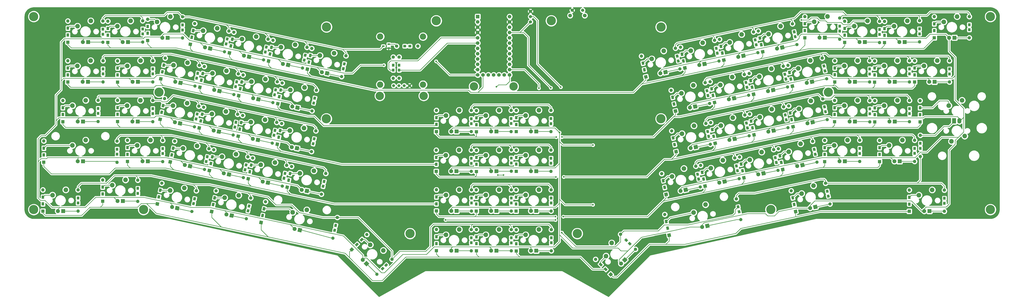
<source format=gbl>
G04 #@! TF.GenerationSoftware,KiCad,Pcbnew,(5.1.6)-1*
G04 #@! TF.CreationDate,2021-02-05T14:28:11+01:00*
G04 #@! TF.ProjectId,middle,6d696464-6c65-42e6-9b69-6361645f7063,rev?*
G04 #@! TF.SameCoordinates,Original*
G04 #@! TF.FileFunction,Copper,L2,Bot*
G04 #@! TF.FilePolarity,Positive*
%FSLAX46Y46*%
G04 Gerber Fmt 4.6, Leading zero omitted, Abs format (unit mm)*
G04 Created by KiCad (PCBNEW (5.1.6)-1) date 2021-02-05 14:28:11*
%MOMM*%
%LPD*%
G01*
G04 APERTURE LIST*
G04 #@! TA.AperFunction,ComponentPad*
%ADD10C,1.905000*%
G04 #@! TD*
G04 #@! TA.AperFunction,ComponentPad*
%ADD11R,1.905000X1.905000*%
G04 #@! TD*
G04 #@! TA.AperFunction,ComponentPad*
%ADD12C,2.200000*%
G04 #@! TD*
G04 #@! TA.AperFunction,SMDPad,CuDef*
%ADD13R,1.200000X0.800000*%
G04 #@! TD*
G04 #@! TA.AperFunction,ComponentPad*
%ADD14C,0.100000*%
G04 #@! TD*
G04 #@! TA.AperFunction,ComponentPad*
%ADD15R,1.200000X1.600000*%
G04 #@! TD*
G04 #@! TA.AperFunction,ComponentPad*
%ADD16O,1.600000X1.600000*%
G04 #@! TD*
G04 #@! TA.AperFunction,ComponentPad*
%ADD17R,1.600000X1.600000*%
G04 #@! TD*
G04 #@! TA.AperFunction,ComponentPad*
%ADD18C,1.600000*%
G04 #@! TD*
G04 #@! TA.AperFunction,ComponentPad*
%ADD19R,1.200000X1.400000*%
G04 #@! TD*
G04 #@! TA.AperFunction,ComponentPad*
%ADD20C,0.700000*%
G04 #@! TD*
G04 #@! TA.AperFunction,ComponentPad*
%ADD21C,4.400000*%
G04 #@! TD*
G04 #@! TA.AperFunction,ComponentPad*
%ADD22C,4.000000*%
G04 #@! TD*
G04 #@! TA.AperFunction,ComponentPad*
%ADD23C,1.752600*%
G04 #@! TD*
G04 #@! TA.AperFunction,ComponentPad*
%ADD24R,1.752600X1.752600*%
G04 #@! TD*
G04 #@! TA.AperFunction,WasherPad*
%ADD25C,3.000000*%
G04 #@! TD*
G04 #@! TA.AperFunction,ComponentPad*
%ADD26C,1.397000*%
G04 #@! TD*
G04 #@! TA.AperFunction,ComponentPad*
%ADD27C,1.524000*%
G04 #@! TD*
G04 #@! TA.AperFunction,ComponentPad*
%ADD28C,1.800000*%
G04 #@! TD*
G04 #@! TA.AperFunction,ComponentPad*
%ADD29R,1.400000X1.200000*%
G04 #@! TD*
G04 #@! TA.AperFunction,ViaPad*
%ADD30C,0.800000*%
G04 #@! TD*
G04 #@! TA.AperFunction,Conductor*
%ADD31C,0.254000*%
G04 #@! TD*
G04 APERTURE END LIST*
D10*
X116128800Y-94183200D03*
D11*
X118668800Y-94183200D03*
D12*
X113588800Y-86563200D03*
X119938800Y-84023200D03*
D13*
X238674600Y-57103400D03*
X236074600Y-58053400D03*
X238674600Y-59003400D03*
D10*
X306654200Y-118008400D03*
D11*
X309194200Y-118008400D03*
D12*
X304114200Y-110388400D03*
X310464200Y-107848400D03*
D10*
X424413944Y-59233038D03*
G04 #@! TA.AperFunction,ComponentPad*
D14*
G36*
X426164789Y-59834663D02*
G01*
X425768718Y-57971292D01*
X427632089Y-57575221D01*
X428028160Y-59438592D01*
X426164789Y-59834663D01*
G37*
G04 #@! TD.AperFunction*
D12*
X420345162Y-52307649D03*
X426028304Y-48502914D03*
D15*
X261449600Y-95553400D03*
D16*
X261449600Y-88843400D03*
D17*
X261449600Y-99003400D03*
D15*
X261449600Y-92293400D03*
G04 #@! TA.AperFunction,ComponentPad*
D14*
G36*
X441431433Y-106966027D02*
G01*
X442605210Y-106716533D01*
X442896287Y-108085939D01*
X441722510Y-108335433D01*
X441431433Y-106966027D01*
G37*
G04 #@! TD.AperFunction*
G04 #@! TA.AperFunction,ComponentPad*
G36*
G01*
X443299058Y-112866669D02*
X443299058Y-112866669D01*
G75*
G02*
X444247905Y-113482858I166329J-782518D01*
G01*
X444247905Y-113482858D01*
G75*
G02*
X443631716Y-114431705I-782518J-166329D01*
G01*
X443631716Y-114431705D01*
G75*
G02*
X442682869Y-113815516I-166329J782518D01*
G01*
X442682869Y-113815516D01*
G75*
G02*
X443299058Y-112866669I782518J166329D01*
G01*
G37*
G04 #@! TD.AperFunction*
D18*
X441353004Y-103711207D03*
G04 #@! TA.AperFunction,ComponentPad*
D14*
G36*
X441930421Y-109313581D02*
G01*
X443104198Y-109064087D01*
X443395275Y-110433493D01*
X442221498Y-110682987D01*
X441930421Y-109313581D01*
G37*
G04 #@! TD.AperFunction*
G04 #@! TA.AperFunction,ComponentPad*
G36*
X422801998Y-110926702D02*
G01*
X423975775Y-110677208D01*
X424266852Y-112046614D01*
X423093075Y-112296108D01*
X422801998Y-110926702D01*
G37*
G04 #@! TD.AperFunction*
G04 #@! TA.AperFunction,ComponentPad*
G36*
G01*
X424669623Y-116827344D02*
X424669623Y-116827344D01*
G75*
G02*
X425618470Y-117443533I166329J-782518D01*
G01*
X425618470Y-117443533D01*
G75*
G02*
X425002281Y-118392380I-782518J-166329D01*
G01*
X425002281Y-118392380D01*
G75*
G02*
X424053434Y-117776191I-166329J782518D01*
G01*
X424053434Y-117776191D01*
G75*
G02*
X424669623Y-116827344I782518J166329D01*
G01*
G37*
G04 #@! TD.AperFunction*
D18*
X422723569Y-107671882D03*
G04 #@! TA.AperFunction,ComponentPad*
D14*
G36*
X423300986Y-113274256D02*
G01*
X424474763Y-113024762D01*
X424765840Y-114394168D01*
X423592063Y-114643662D01*
X423300986Y-113274256D01*
G37*
G04 #@! TD.AperFunction*
D10*
X459080000Y-94205000D03*
D11*
X461620000Y-94205000D03*
D12*
X456540000Y-86585000D03*
X462890000Y-84045000D03*
D10*
X420213944Y-99033038D03*
G04 #@! TA.AperFunction,ComponentPad*
D14*
G36*
X421964789Y-99634663D02*
G01*
X421568718Y-97771292D01*
X423432089Y-97375221D01*
X423828160Y-99238592D01*
X421964789Y-99634663D01*
G37*
G04 #@! TD.AperFunction*
D12*
X416145162Y-92107649D03*
X421828304Y-88302914D03*
D10*
X388563944Y-144733038D03*
G04 #@! TA.AperFunction,ComponentPad*
D14*
G36*
X390314789Y-145334663D02*
G01*
X389918718Y-143471292D01*
X391782089Y-143075221D01*
X392178160Y-144938592D01*
X390314789Y-145334663D01*
G37*
G04 #@! TD.AperFunction*
D12*
X390178304Y-134002914D03*
X384495162Y-137807649D03*
D19*
X316299600Y-130828400D03*
D16*
X316299600Y-137088400D03*
D18*
X316299600Y-126928400D03*
D19*
X316299600Y-133228400D03*
D10*
X188074561Y-66553942D03*
G04 #@! TA.AperFunction,ComponentPad*
D14*
G36*
X189429335Y-67815688D02*
G01*
X189825406Y-65952317D01*
X191688777Y-66348388D01*
X191292706Y-68211759D01*
X189429335Y-67815688D01*
G37*
G04 #@! TD.AperFunction*
D12*
X187174353Y-58572362D03*
X193913686Y-57408106D03*
D10*
X92329000Y-75184000D03*
D11*
X94869000Y-75184000D03*
D12*
X96139000Y-65024000D03*
X89789000Y-67564000D03*
D10*
X193662561Y-145674942D03*
G04 #@! TA.AperFunction,ComponentPad*
D14*
G36*
X195017335Y-146936688D02*
G01*
X195413406Y-145073317D01*
X197276777Y-145469388D01*
X196880706Y-147332759D01*
X195017335Y-146936688D01*
G37*
G04 #@! TD.AperFunction*
D12*
X199501686Y-136529106D03*
X192762353Y-137693362D03*
D15*
X73724600Y-110228400D03*
D16*
X73724600Y-103518400D03*
D17*
X73724600Y-113678400D03*
D15*
X73724600Y-106968400D03*
D10*
X511595000Y-93545000D03*
D11*
X509055000Y-93545000D03*
D12*
X507785000Y-103705000D03*
X514135000Y-101165000D03*
X506515000Y-86560000D03*
D10*
X511595000Y-94180000D03*
D12*
X512865000Y-84020000D03*
D11*
X509055000Y-94180000D03*
D10*
X89966800Y-113258600D03*
D11*
X92506800Y-113258600D03*
D12*
X93776800Y-103098600D03*
X87426800Y-105638600D03*
G04 #@! TA.AperFunction,ComponentPad*
D14*
G36*
X212839236Y-143168455D02*
G01*
X214013013Y-143417949D01*
X213721936Y-144787355D01*
X212548159Y-144537861D01*
X212839236Y-143168455D01*
G37*
G04 #@! TD.AperFunction*
G04 #@! TA.AperFunction,ComponentPad*
G36*
G01*
X212145388Y-149318591D02*
X212145388Y-149318591D01*
G75*
G02*
X212761577Y-150267438I-166329J-782518D01*
G01*
X212761577Y-150267438D01*
G75*
G02*
X211812730Y-150883627I-782518J166329D01*
G01*
X211812730Y-150883627D01*
G75*
G02*
X211196541Y-149934780I166329J782518D01*
G01*
X211196541Y-149934780D01*
G75*
G02*
X212145388Y-149318591I782518J-166329D01*
G01*
G37*
G04 #@! TD.AperFunction*
D18*
X214091442Y-140163129D03*
G04 #@! TA.AperFunction,ComponentPad*
D14*
G36*
X212340248Y-145516009D02*
G01*
X213514025Y-145765503D01*
X213222948Y-147134909D01*
X212049171Y-146885415D01*
X212340248Y-145516009D01*
G37*
G04 #@! TD.AperFunction*
D10*
X349785077Y-162274928D03*
G04 #@! TA.AperFunction,ComponentPad*
D14*
G36*
X351581128Y-161825915D02*
G01*
X350234090Y-160478877D01*
X351581128Y-159131839D01*
X352928166Y-160478877D01*
X351581128Y-161825915D01*
G37*
G04 #@! TD.AperFunction*
D12*
X345294949Y-152396646D03*
X342600872Y-158682826D03*
D20*
X370066326Y-47711674D03*
X368899600Y-47228400D03*
X367732874Y-47711674D03*
X367249600Y-48878400D03*
X367732874Y-50045126D03*
X368899600Y-50528400D03*
X370066326Y-50045126D03*
X370549600Y-48878400D03*
D21*
X368899600Y-48878400D03*
D20*
X210066326Y-47711674D03*
X208899600Y-47228400D03*
X207732874Y-47711674D03*
X207249600Y-48878400D03*
X207732874Y-50045126D03*
X208899600Y-50528400D03*
X210066326Y-50045126D03*
X210549600Y-48878400D03*
D21*
X208899600Y-48878400D03*
D22*
X255399600Y-81878400D03*
X234399600Y-81878400D03*
D23*
X283768800Y-71848400D03*
X286308800Y-71848400D03*
X288848800Y-71848400D03*
X291388800Y-71848400D03*
X293928800Y-71848400D03*
X296468800Y-43908400D03*
X281228800Y-71848400D03*
X296468800Y-46448400D03*
X296468800Y-48988400D03*
X296468800Y-51528400D03*
X296468800Y-54068400D03*
X296468800Y-56608400D03*
X296468800Y-59148400D03*
X296468800Y-61688400D03*
X296468800Y-64228400D03*
X296468800Y-66768400D03*
X296468800Y-69308400D03*
X296468800Y-71848400D03*
X281228800Y-69308400D03*
X281228800Y-66768400D03*
X281228800Y-64228400D03*
X281228800Y-61688400D03*
X281228800Y-59148400D03*
X281228800Y-56608400D03*
X281228800Y-54068400D03*
X281228800Y-51528400D03*
X281228800Y-48988400D03*
X281228800Y-46448400D03*
D24*
X281228800Y-43908400D03*
D22*
X279399600Y-77378400D03*
X298399600Y-77378400D03*
D20*
X422566326Y-135211674D03*
X421399600Y-134728400D03*
X420232874Y-135211674D03*
X419749600Y-136378400D03*
X420232874Y-137545126D03*
X421399600Y-138028400D03*
X422566326Y-137545126D03*
X423049600Y-136378400D03*
D21*
X421399600Y-136378400D03*
D20*
X122566326Y-135211674D03*
X121399600Y-134728400D03*
X120232874Y-135211674D03*
X119749600Y-136378400D03*
X120232874Y-137545126D03*
X121399600Y-138028400D03*
X122566326Y-137545126D03*
X123049600Y-136378400D03*
D21*
X121399600Y-136378400D03*
D20*
X450084726Y-78944674D03*
X448918000Y-78461400D03*
X447751274Y-78944674D03*
X447268000Y-80111400D03*
X447751274Y-81278126D03*
X448918000Y-81761400D03*
X450084726Y-81278126D03*
X450568000Y-80111400D03*
D21*
X448918000Y-80111400D03*
D20*
X129984726Y-78944674D03*
X128818000Y-78461400D03*
X127651274Y-78944674D03*
X127168000Y-80111400D03*
X127651274Y-81278126D03*
X128818000Y-81761400D03*
X129984726Y-81278126D03*
X130468000Y-80111400D03*
D21*
X128818000Y-80111400D03*
D20*
X370015526Y-91711674D03*
X368848800Y-91228400D03*
X367682074Y-91711674D03*
X367198800Y-92878400D03*
X367682074Y-94045126D03*
X368848800Y-94528400D03*
X370015526Y-94045126D03*
X370498800Y-92878400D03*
D21*
X368848800Y-92878400D03*
D20*
X210015526Y-91711674D03*
X208848800Y-91228400D03*
X207682074Y-91711674D03*
X207198800Y-92878400D03*
X207682074Y-94045126D03*
X208848800Y-94528400D03*
X210015526Y-94045126D03*
X210498800Y-92878400D03*
D21*
X208848800Y-92878400D03*
D20*
X317566326Y-44711674D03*
X316399600Y-44228400D03*
X315232874Y-44711674D03*
X314749600Y-45878400D03*
X315232874Y-47045126D03*
X316399600Y-47528400D03*
X317566326Y-47045126D03*
X318049600Y-45878400D03*
D21*
X316399600Y-45878400D03*
D20*
X262566326Y-44711674D03*
X261399600Y-44228400D03*
X260232874Y-44711674D03*
X259749600Y-45878400D03*
X260232874Y-47045126D03*
X261399600Y-47528400D03*
X262566326Y-47045126D03*
X263049600Y-45878400D03*
D21*
X261399600Y-45878400D03*
D20*
X250015526Y-146711674D03*
X248848800Y-146228400D03*
X247682074Y-146711674D03*
X247198800Y-147878400D03*
X247682074Y-149045126D03*
X248848800Y-149528400D03*
X250015526Y-149045126D03*
X250498800Y-147878400D03*
D21*
X248848800Y-147878400D03*
D20*
X330015526Y-146711674D03*
X328848800Y-146228400D03*
X327682074Y-146711674D03*
X327198800Y-147878400D03*
X327682074Y-149045126D03*
X328848800Y-149528400D03*
X330015526Y-149045126D03*
X330498800Y-147878400D03*
D21*
X328848800Y-147878400D03*
D20*
X527566326Y-135211674D03*
X526399600Y-134728400D03*
X525232874Y-135211674D03*
X524749600Y-136378400D03*
X525232874Y-137545126D03*
X526399600Y-138028400D03*
X527566326Y-137545126D03*
X528049600Y-136378400D03*
D21*
X526399600Y-136378400D03*
D20*
X527566326Y-42711674D03*
X526399600Y-42228400D03*
X525232874Y-42711674D03*
X524749600Y-43878400D03*
X525232874Y-45045126D03*
X526399600Y-45528400D03*
X527566326Y-45045126D03*
X528049600Y-43878400D03*
D21*
X526399600Y-43878400D03*
D20*
X70066326Y-135211674D03*
X68899600Y-134728400D03*
X67732874Y-135211674D03*
X67249600Y-136378400D03*
X67732874Y-137545126D03*
X68899600Y-138028400D03*
X70066326Y-137545126D03*
X70549600Y-136378400D03*
D21*
X68899600Y-136378400D03*
D20*
X70066326Y-42711674D03*
X68899600Y-42228400D03*
X67732874Y-42711674D03*
X67249600Y-43878400D03*
X67732874Y-45045126D03*
X68899600Y-45528400D03*
X70066326Y-45045126D03*
X70549600Y-43878400D03*
D21*
X68899600Y-43878400D03*
D10*
X444730000Y-53980000D03*
D11*
X447270000Y-53980000D03*
D12*
X442190000Y-46360000D03*
X448540000Y-43820000D03*
D10*
X192290961Y-106457342D03*
G04 #@! TA.AperFunction,ComponentPad*
D14*
G36*
X193645735Y-107719088D02*
G01*
X194041806Y-105855717D01*
X195905177Y-106251788D01*
X195509106Y-108115159D01*
X193645735Y-107719088D01*
G37*
G04 #@! TD.AperFunction*
D12*
X191390753Y-98475762D03*
X198130086Y-97311506D03*
D19*
X130574600Y-107153400D03*
D16*
X130574600Y-113413400D03*
D18*
X130574600Y-103253400D03*
D19*
X130574600Y-109553400D03*
D10*
X116179600Y-75158600D03*
D11*
X118719600Y-75158600D03*
D12*
X113639600Y-67538600D03*
X119989600Y-64998600D03*
D10*
X150787361Y-58654542D03*
G04 #@! TA.AperFunction,ComponentPad*
D14*
G36*
X152142135Y-59916288D02*
G01*
X152538206Y-58052917D01*
X154401577Y-58448988D01*
X154005506Y-60312359D01*
X152142135Y-59916288D01*
G37*
G04 #@! TD.AperFunction*
D12*
X149887153Y-50672962D03*
X156626486Y-49508706D03*
D10*
X197066161Y-126954942D03*
G04 #@! TA.AperFunction,ComponentPad*
D14*
G36*
X198420935Y-128216688D02*
G01*
X198817006Y-126353317D01*
X200680377Y-126749388D01*
X200284306Y-128612759D01*
X198420935Y-128216688D01*
G37*
G04 #@! TD.AperFunction*
D12*
X196165953Y-118973362D03*
X202905286Y-117809106D03*
D10*
X287629600Y-156108400D03*
D11*
X290169600Y-156108400D03*
D12*
X285089600Y-148488400D03*
X291439600Y-145948400D03*
G04 #@! TA.AperFunction,ComponentPad*
D14*
G36*
X446327232Y-86595373D02*
G01*
X447501009Y-86345879D01*
X447792086Y-87715285D01*
X446618309Y-87964779D01*
X446327232Y-86595373D01*
G37*
G04 #@! TD.AperFunction*
G04 #@! TA.AperFunction,ComponentPad*
G36*
G01*
X448194857Y-92496015D02*
X448194857Y-92496015D01*
G75*
G02*
X449143704Y-93112204I166329J-782518D01*
G01*
X449143704Y-93112204D01*
G75*
G02*
X448527515Y-94061051I-782518J-166329D01*
G01*
X448527515Y-94061051D01*
G75*
G02*
X447578668Y-93444862I-166329J782518D01*
G01*
X447578668Y-93444862D01*
G75*
G02*
X448194857Y-92496015I782518J166329D01*
G01*
G37*
G04 #@! TD.AperFunction*
D18*
X446248803Y-83340553D03*
G04 #@! TA.AperFunction,ComponentPad*
D14*
G36*
X446826220Y-88942927D02*
G01*
X447999997Y-88693433D01*
X448291074Y-90062839D01*
X447117297Y-90312333D01*
X446826220Y-88942927D01*
G37*
G04 #@! TD.AperFunction*
D10*
X420013944Y-79608038D03*
G04 #@! TA.AperFunction,ComponentPad*
D14*
G36*
X421764789Y-80209663D02*
G01*
X421368718Y-78346292D01*
X423232089Y-77950221D01*
X423628160Y-79813592D01*
X421764789Y-80209663D01*
G37*
G04 #@! TD.AperFunction*
D12*
X415945162Y-72682649D03*
X421628304Y-68877914D03*
D10*
X494766600Y-137109200D03*
D11*
X497306600Y-137109200D03*
D12*
X498576600Y-126949200D03*
X492226600Y-129489200D03*
D10*
X497154200Y-75184000D03*
D11*
X499694200Y-75184000D03*
D12*
X494614200Y-67564000D03*
X500964200Y-65024000D03*
D10*
X463804000Y-56083200D03*
D11*
X466344000Y-56083200D03*
D12*
X461264000Y-48463200D03*
X467614000Y-45923200D03*
D25*
X234575000Y-53478400D03*
X234575000Y-76478400D03*
X255075000Y-53478400D03*
D26*
X248635000Y-76978400D03*
X241015000Y-76978400D03*
X243555000Y-76978400D03*
X246095000Y-76978400D03*
D25*
X255075000Y-76478400D03*
D10*
X287655000Y-118008400D03*
D11*
X290195000Y-118008400D03*
D12*
X285115000Y-110388400D03*
X291465000Y-107848400D03*
D10*
X206701561Y-70541742D03*
G04 #@! TA.AperFunction,ComponentPad*
D14*
G36*
X208056335Y-71803488D02*
G01*
X208452406Y-69940117D01*
X210315777Y-70336188D01*
X209919706Y-72199559D01*
X208056335Y-71803488D01*
G37*
G04 #@! TD.AperFunction*
D12*
X205801353Y-62560162D03*
X212540686Y-61395906D03*
G04 #@! TA.AperFunction,ComponentPad*
D14*
G36*
X216989628Y-65721123D02*
G01*
X218163405Y-65970617D01*
X217872328Y-67340023D01*
X216698551Y-67090529D01*
X216989628Y-65721123D01*
G37*
G04 #@! TD.AperFunction*
G04 #@! TA.AperFunction,ComponentPad*
G36*
G01*
X216295780Y-71871259D02*
X216295780Y-71871259D01*
G75*
G02*
X216911969Y-72820106I-166329J-782518D01*
G01*
X216911969Y-72820106D01*
G75*
G02*
X215963122Y-73436295I-782518J166329D01*
G01*
X215963122Y-73436295D01*
G75*
G02*
X215346933Y-72487448I166329J782518D01*
G01*
X215346933Y-72487448D01*
G75*
G02*
X216295780Y-71871259I782518J-166329D01*
G01*
G37*
G04 #@! TD.AperFunction*
D18*
X218241834Y-62715797D03*
G04 #@! TA.AperFunction,ComponentPad*
D14*
G36*
X216490640Y-68068677D02*
G01*
X217664417Y-68318171D01*
X217373340Y-69687577D01*
X216199563Y-69438083D01*
X216490640Y-68068677D01*
G37*
G04 #@! TD.AperFunction*
G04 #@! TA.AperFunction,ComponentPad*
G36*
X160972236Y-53832214D02*
G01*
X162146013Y-54081708D01*
X161854936Y-55451114D01*
X160681159Y-55201620D01*
X160972236Y-53832214D01*
G37*
G04 #@! TD.AperFunction*
G04 #@! TA.AperFunction,ComponentPad*
G36*
G01*
X160278388Y-59982350D02*
X160278388Y-59982350D01*
G75*
G02*
X160894577Y-60931197I-166329J-782518D01*
G01*
X160894577Y-60931197D01*
G75*
G02*
X159945730Y-61547386I-782518J166329D01*
G01*
X159945730Y-61547386D01*
G75*
G02*
X159329541Y-60598539I166329J782518D01*
G01*
X159329541Y-60598539D01*
G75*
G02*
X160278388Y-59982350I782518J-166329D01*
G01*
G37*
G04 #@! TD.AperFunction*
D18*
X162224442Y-50826888D03*
G04 #@! TA.AperFunction,ComponentPad*
D14*
G36*
X160473248Y-56179768D02*
G01*
X161647025Y-56429262D01*
X161355948Y-57798668D01*
X160182171Y-57549174D01*
X160473248Y-56179768D01*
G37*
G04 #@! TD.AperFunction*
D10*
X440199144Y-135662038D03*
G04 #@! TA.AperFunction,ComponentPad*
D14*
G36*
X441949989Y-136263663D02*
G01*
X441553918Y-134400292D01*
X443417289Y-134004221D01*
X443813360Y-135867592D01*
X441949989Y-136263663D01*
G37*
G04 #@! TD.AperFunction*
D12*
X441813504Y-124931914D03*
X436130362Y-128736649D03*
D10*
X480480000Y-113280000D03*
D11*
X483020000Y-113280000D03*
D12*
X484290000Y-103120000D03*
X477940000Y-105660000D03*
D10*
X226218072Y-160478877D03*
G04 #@! TA.AperFunction,ComponentPad*
D14*
G36*
X226667085Y-162274928D02*
G01*
X228014123Y-160927890D01*
X229361161Y-162274928D01*
X228014123Y-163621966D01*
X226667085Y-162274928D01*
G37*
G04 #@! TD.AperFunction*
D12*
X236096354Y-155988749D03*
X229810174Y-153294672D03*
D10*
X135039361Y-135184742D03*
G04 #@! TA.AperFunction,ComponentPad*
D14*
G36*
X136394135Y-136446488D02*
G01*
X136790206Y-134583117D01*
X138653577Y-134979188D01*
X138257506Y-136842559D01*
X136394135Y-136446488D01*
G37*
G04 #@! TD.AperFunction*
D12*
X140878486Y-126038906D03*
X134139153Y-127203162D03*
D10*
X108991400Y-132308600D03*
D11*
X111531400Y-132308600D03*
D12*
X112801400Y-122148600D03*
X106451400Y-124688600D03*
D10*
X80416400Y-137083800D03*
D11*
X82956400Y-137083800D03*
D12*
X84226400Y-126923800D03*
X77876400Y-129463800D03*
D10*
X89980000Y-94183200D03*
D11*
X92520000Y-94183200D03*
D12*
X93790000Y-84023200D03*
X87440000Y-86563200D03*
D10*
X306705000Y-156108400D03*
D11*
X309245000Y-156108400D03*
D12*
X304165000Y-148488400D03*
X310515000Y-145948400D03*
D10*
X454279000Y-113280000D03*
D11*
X456819000Y-113280000D03*
D12*
X451739000Y-105660000D03*
X458089000Y-103120000D03*
D10*
X434026944Y-115570638D03*
G04 #@! TA.AperFunction,ComponentPad*
D14*
G36*
X435777789Y-116172263D02*
G01*
X435381718Y-114308892D01*
X437245089Y-113912821D01*
X437641160Y-115776192D01*
X435777789Y-116172263D01*
G37*
G04 #@! TD.AperFunction*
D12*
X429958162Y-108645249D03*
X435641304Y-104840514D03*
D10*
X415413944Y-119533038D03*
G04 #@! TA.AperFunction,ComponentPad*
D14*
G36*
X417164789Y-120134663D02*
G01*
X416768718Y-118271292D01*
X418632089Y-117875221D01*
X419028160Y-119738592D01*
X417164789Y-120134663D01*
G37*
G04 #@! TD.AperFunction*
D12*
X411345162Y-112607649D03*
X417028304Y-108802914D03*
D10*
X396813944Y-123483038D03*
G04 #@! TA.AperFunction,ComponentPad*
D14*
G36*
X398564789Y-124084663D02*
G01*
X398168718Y-122221292D01*
X400032089Y-121825221D01*
X400428160Y-123688592D01*
X398564789Y-124084663D01*
G37*
G04 #@! TD.AperFunction*
D12*
X392745162Y-116557649D03*
X398428304Y-112752914D03*
D10*
X478105000Y-94230000D03*
D11*
X480645000Y-94230000D03*
D12*
X475565000Y-86610000D03*
X481915000Y-84070000D03*
D10*
X438913944Y-95033038D03*
G04 #@! TA.AperFunction,ComponentPad*
D14*
G36*
X440664789Y-95634663D02*
G01*
X440268718Y-93771292D01*
X442132089Y-93375221D01*
X442528160Y-95238592D01*
X440664789Y-95634663D01*
G37*
G04 #@! TD.AperFunction*
D12*
X434845162Y-88107649D03*
X440528304Y-84302914D03*
D10*
X478104200Y-75158600D03*
D11*
X480644200Y-75158600D03*
D12*
X475564200Y-67538600D03*
X481914200Y-64998600D03*
D10*
X459079600Y-75158600D03*
D11*
X461619600Y-75158600D03*
D12*
X456539600Y-67538600D03*
X462889600Y-64998600D03*
D10*
X438638944Y-75658038D03*
G04 #@! TA.AperFunction,ComponentPad*
D14*
G36*
X440389789Y-76259663D02*
G01*
X439993718Y-74396292D01*
X441857089Y-74000221D01*
X442253160Y-75863592D01*
X440389789Y-76259663D01*
G37*
G04 #@! TD.AperFunction*
D12*
X434570162Y-68732649D03*
X440253304Y-64927914D03*
D10*
X306654200Y-137033000D03*
D11*
X309194200Y-137033000D03*
D12*
X304114200Y-129413000D03*
X310464200Y-126873000D03*
D10*
X268579600Y-156108400D03*
D11*
X271119600Y-156108400D03*
D12*
X266039600Y-148488400D03*
X272389600Y-145948400D03*
D10*
X161074361Y-138704942D03*
G04 #@! TA.AperFunction,ComponentPad*
D14*
G36*
X162429135Y-139966688D02*
G01*
X162825206Y-138103317D01*
X164688577Y-138499388D01*
X164292506Y-140362759D01*
X162429135Y-139966688D01*
G37*
G04 #@! TD.AperFunction*
D12*
X160174153Y-130723362D03*
X166913486Y-129559106D03*
D10*
X378213944Y-127433038D03*
G04 #@! TA.AperFunction,ComponentPad*
D14*
G36*
X379964789Y-128034663D02*
G01*
X379568718Y-126171292D01*
X381432089Y-125775221D01*
X381828160Y-127638592D01*
X379964789Y-128034663D01*
G37*
G04 #@! TD.AperFunction*
D12*
X374145162Y-120507649D03*
X379828304Y-116702914D03*
D10*
X306654200Y-98933000D03*
D11*
X309194200Y-98933000D03*
D12*
X304114200Y-91313000D03*
X310464200Y-88773000D03*
D10*
X287604200Y-137058400D03*
D11*
X290144200Y-137058400D03*
D12*
X285064200Y-129438400D03*
X291414200Y-126898400D03*
D10*
X268554200Y-137058400D03*
D11*
X271094200Y-137058400D03*
D12*
X266014200Y-129438400D03*
X272364200Y-126898400D03*
D10*
X178422561Y-122954942D03*
G04 #@! TA.AperFunction,ComponentPad*
D14*
G36*
X179777335Y-124216688D02*
G01*
X180173406Y-122353317D01*
X182036777Y-122749388D01*
X181640706Y-124612759D01*
X179777335Y-124216688D01*
G37*
G04 #@! TD.AperFunction*
D12*
X177522353Y-114973362D03*
X184261686Y-113809106D03*
D10*
X159804361Y-119004942D03*
G04 #@! TA.AperFunction,ComponentPad*
D14*
G36*
X161159135Y-120266688D02*
G01*
X161555206Y-118403317D01*
X163418577Y-118799388D01*
X163022506Y-120662759D01*
X161159135Y-120266688D01*
G37*
G04 #@! TD.AperFunction*
D12*
X158904153Y-111023362D03*
X165643486Y-109859106D03*
D10*
X141186161Y-115042542D03*
G04 #@! TA.AperFunction,ComponentPad*
D14*
G36*
X142540935Y-116304288D02*
G01*
X142937006Y-114440917D01*
X144800377Y-114836988D01*
X144404306Y-116700359D01*
X142540935Y-116304288D01*
G37*
G04 #@! TD.AperFunction*
D12*
X140285953Y-107060962D03*
X147025286Y-105896706D03*
D10*
X120904000Y-113284000D03*
D11*
X123444000Y-113284000D03*
D12*
X118364000Y-105664000D03*
X124714000Y-103124000D03*
D10*
X401613944Y-103033038D03*
G04 #@! TA.AperFunction,ComponentPad*
D14*
G36*
X403364789Y-103634663D02*
G01*
X402968718Y-101771292D01*
X404832089Y-101375221D01*
X405228160Y-103238592D01*
X403364789Y-103634663D01*
G37*
G04 #@! TD.AperFunction*
D12*
X397545162Y-96107649D03*
X403228304Y-92302914D03*
D10*
X383013944Y-106933038D03*
G04 #@! TA.AperFunction,ComponentPad*
D14*
G36*
X384764789Y-107534663D02*
G01*
X384368718Y-105671292D01*
X386232089Y-105275221D01*
X386628160Y-107138592D01*
X384764789Y-107534663D01*
G37*
G04 #@! TD.AperFunction*
D12*
X378945162Y-100007649D03*
X384628304Y-96202914D03*
D10*
X268528800Y-118008400D03*
D11*
X271068800Y-118008400D03*
D12*
X265988800Y-110388400D03*
X272338800Y-107848400D03*
D10*
X173647361Y-102469542D03*
G04 #@! TA.AperFunction,ComponentPad*
D14*
G36*
X175002135Y-103731288D02*
G01*
X175398206Y-101867917D01*
X177261577Y-102263988D01*
X176865506Y-104127359D01*
X175002135Y-103731288D01*
G37*
G04 #@! TD.AperFunction*
D12*
X172747153Y-94487962D03*
X179486486Y-93323706D03*
D10*
X154978361Y-98507142D03*
G04 #@! TA.AperFunction,ComponentPad*
D14*
G36*
X156333135Y-99768888D02*
G01*
X156729206Y-97905517D01*
X158592577Y-98301588D01*
X158196506Y-100164959D01*
X156333135Y-99768888D01*
G37*
G04 #@! TD.AperFunction*
D12*
X154078153Y-90525562D03*
X160817486Y-89361306D03*
D10*
X136385561Y-94544742D03*
G04 #@! TA.AperFunction,ComponentPad*
D14*
G36*
X137740335Y-95806488D02*
G01*
X138136406Y-93943117D01*
X139999777Y-94339188D01*
X139603706Y-96202559D01*
X137740335Y-95806488D01*
G37*
G04 #@! TD.AperFunction*
D12*
X135485353Y-86563162D03*
X142224686Y-85398906D03*
D10*
X401363944Y-83558038D03*
G04 #@! TA.AperFunction,ComponentPad*
D14*
G36*
X403114789Y-84159663D02*
G01*
X402718718Y-82296292D01*
X404582089Y-81900221D01*
X404978160Y-83763592D01*
X403114789Y-84159663D01*
G37*
G04 #@! TD.AperFunction*
D12*
X397295162Y-76632649D03*
X402978304Y-72827914D03*
D10*
X382713944Y-87533038D03*
G04 #@! TA.AperFunction,ComponentPad*
D14*
G36*
X384464789Y-88134663D02*
G01*
X384068718Y-86271292D01*
X385932089Y-85875221D01*
X386328160Y-87738592D01*
X384464789Y-88134663D01*
G37*
G04 #@! TD.AperFunction*
D12*
X378645162Y-80607649D03*
X384328304Y-76802914D03*
D10*
X287629600Y-98958400D03*
D11*
X290169600Y-98958400D03*
D12*
X285089600Y-91338400D03*
X291439600Y-88798400D03*
D10*
X268579600Y-98958400D03*
D11*
X271119600Y-98958400D03*
D12*
X266039600Y-91338400D03*
X272389600Y-88798400D03*
D10*
X192519561Y-87000942D03*
G04 #@! TA.AperFunction,ComponentPad*
D14*
G36*
X193874335Y-88262688D02*
G01*
X194270406Y-86399317D01*
X196133777Y-86795388D01*
X195737706Y-88658759D01*
X193874335Y-88262688D01*
G37*
G04 #@! TD.AperFunction*
D12*
X191619353Y-79019362D03*
X198358686Y-77855106D03*
D10*
X506679200Y-54025800D03*
D11*
X509219200Y-54025800D03*
D12*
X504139200Y-46405800D03*
X510489200Y-43865800D03*
D10*
X173875961Y-83013142D03*
G04 #@! TA.AperFunction,ComponentPad*
D14*
G36*
X175230735Y-84274888D02*
G01*
X175626806Y-82411517D01*
X177490177Y-82807588D01*
X177094106Y-84670959D01*
X175230735Y-84274888D01*
G37*
G04 #@! TD.AperFunction*
D12*
X172975753Y-75031562D03*
X179715086Y-73867306D03*
D10*
X482854000Y-56083200D03*
D11*
X485394000Y-56083200D03*
D12*
X480314000Y-48463200D03*
X486664000Y-45923200D03*
D10*
X155257761Y-79076142D03*
G04 #@! TA.AperFunction,ComponentPad*
D14*
G36*
X156612535Y-80337888D02*
G01*
X157008606Y-78474517D01*
X158871977Y-78870588D01*
X158475906Y-80733959D01*
X156612535Y-80337888D01*
G37*
G04 #@! TD.AperFunction*
D12*
X154357553Y-71094562D03*
X161096886Y-69930306D03*
D10*
X136614161Y-75139142D03*
G04 #@! TA.AperFunction,ComponentPad*
D14*
G36*
X137968935Y-76400888D02*
G01*
X138365006Y-74537517D01*
X140228377Y-74933588D01*
X139832306Y-76796959D01*
X137968935Y-76400888D01*
G37*
G04 #@! TD.AperFunction*
D12*
X135713953Y-67157562D03*
X142453286Y-65993306D03*
D10*
X405813944Y-63183038D03*
G04 #@! TA.AperFunction,ComponentPad*
D14*
G36*
X407564789Y-63784663D02*
G01*
X407168718Y-61921292D01*
X409032089Y-61525221D01*
X409428160Y-63388592D01*
X407564789Y-63784663D01*
G37*
G04 #@! TD.AperFunction*
D12*
X401745162Y-56257649D03*
X407428304Y-52452914D03*
D10*
X387188944Y-67133038D03*
G04 #@! TA.AperFunction,ComponentPad*
D14*
G36*
X388939789Y-67734663D02*
G01*
X388543718Y-65871292D01*
X390407089Y-65475221D01*
X390803160Y-67338592D01*
X388939789Y-67734663D01*
G37*
G04 #@! TD.AperFunction*
D12*
X383120162Y-60207649D03*
X388803304Y-56402914D03*
D10*
X368538944Y-71083038D03*
G04 #@! TA.AperFunction,ComponentPad*
D14*
G36*
X370289789Y-71684663D02*
G01*
X369893718Y-69821292D01*
X371757089Y-69425221D01*
X372153160Y-71288592D01*
X370289789Y-71684663D01*
G37*
G04 #@! TD.AperFunction*
D12*
X364470162Y-64157649D03*
X370153304Y-60352914D03*
D10*
X169405561Y-62642342D03*
G04 #@! TA.AperFunction,ComponentPad*
D14*
G36*
X170760335Y-63904088D02*
G01*
X171156406Y-62040717D01*
X173019777Y-62436788D01*
X172623706Y-64300159D01*
X170760335Y-63904088D01*
G37*
G04 #@! TD.AperFunction*
D12*
X168505353Y-54660762D03*
X175244686Y-53496506D03*
D10*
X130429000Y-54025800D03*
D11*
X132969000Y-54025800D03*
D12*
X127889000Y-46405800D03*
X134239000Y-43865800D03*
D10*
X111404400Y-56108600D03*
D11*
X113944400Y-56108600D03*
D12*
X108864400Y-48488600D03*
X115214400Y-45948600D03*
D10*
X92354400Y-56108600D03*
D11*
X94894400Y-56108600D03*
D12*
X89814400Y-48488600D03*
X96164400Y-45948600D03*
D27*
X326399600Y-40878400D03*
X331399600Y-40878400D03*
D28*
X325399600Y-43378400D03*
X332399600Y-43378400D03*
D19*
X504399600Y-130978400D03*
D16*
X504399600Y-137238400D03*
D18*
X504399600Y-127078400D03*
D19*
X504399600Y-133378400D03*
G04 #@! TA.AperFunction,ComponentPad*
D14*
G36*
X447651735Y-127036505D02*
G01*
X448825512Y-126787011D01*
X449116589Y-128156417D01*
X447942812Y-128405911D01*
X447651735Y-127036505D01*
G37*
G04 #@! TD.AperFunction*
G04 #@! TA.AperFunction,ComponentPad*
G36*
G01*
X449519360Y-132937147D02*
X449519360Y-132937147D01*
G75*
G02*
X450468207Y-133553336I166329J-782518D01*
G01*
X450468207Y-133553336D01*
G75*
G02*
X449852018Y-134502183I-782518J-166329D01*
G01*
X449852018Y-134502183D01*
G75*
G02*
X448903171Y-133885994I-166329J782518D01*
G01*
X448903171Y-133885994D01*
G75*
G02*
X449519360Y-132937147I782518J166329D01*
G01*
G37*
G04 #@! TD.AperFunction*
D18*
X447573306Y-123781685D03*
G04 #@! TA.AperFunction,ComponentPad*
D14*
G36*
X448150723Y-129384059D02*
G01*
X449324500Y-129134565D01*
X449615577Y-130503971D01*
X448441800Y-130753465D01*
X448150723Y-129384059D01*
G37*
G04 #@! TD.AperFunction*
G04 #@! TA.AperFunction,ComponentPad*
G36*
X405012621Y-134510510D02*
G01*
X406186398Y-134261016D01*
X406477475Y-135630422D01*
X405303698Y-135879916D01*
X405012621Y-134510510D01*
G37*
G04 #@! TD.AperFunction*
G04 #@! TA.AperFunction,ComponentPad*
G36*
G01*
X406880246Y-140411152D02*
X406880246Y-140411152D01*
G75*
G02*
X407829093Y-141027341I166329J-782518D01*
G01*
X407829093Y-141027341D01*
G75*
G02*
X407212904Y-141976188I-782518J-166329D01*
G01*
X407212904Y-141976188D01*
G75*
G02*
X406264057Y-141359999I-166329J782518D01*
G01*
X406264057Y-141359999D01*
G75*
G02*
X406880246Y-140411152I782518J166329D01*
G01*
G37*
G04 #@! TD.AperFunction*
D18*
X404934192Y-131255690D03*
G04 #@! TA.AperFunction,ComponentPad*
D14*
G36*
X405511609Y-136858064D02*
G01*
X406685386Y-136608570D01*
X406976463Y-137977976D01*
X405802686Y-138227470D01*
X405511609Y-136858064D01*
G37*
G04 #@! TD.AperFunction*
G04 #@! TA.AperFunction,ComponentPad*
G36*
X351338077Y-150940405D02*
G01*
X352186605Y-150091877D01*
X353176555Y-151081827D01*
X352328027Y-151930355D01*
X351338077Y-150940405D01*
G37*
G04 #@! TD.AperFunction*
G04 #@! TA.AperFunction,ComponentPad*
G36*
G01*
X356118120Y-154871920D02*
X356118120Y-154871920D01*
G75*
G02*
X357249490Y-154871920I565685J-565685D01*
G01*
X357249490Y-154871920D01*
G75*
G02*
X357249490Y-156003290I-565685J-565685D01*
G01*
X357249490Y-156003290D01*
G75*
G02*
X356118120Y-156003290I-565685J565685D01*
G01*
X356118120Y-156003290D01*
G75*
G02*
X356118120Y-154871920I565685J565685D01*
G01*
G37*
G04 #@! TD.AperFunction*
D18*
X349499600Y-148253400D03*
G04 #@! TA.AperFunction,ComponentPad*
D14*
G36*
X353035134Y-152637462D02*
G01*
X353883662Y-151788934D01*
X354873612Y-152778884D01*
X354025084Y-153627412D01*
X353035134Y-152637462D01*
G37*
G04 #@! TD.AperFunction*
D19*
X316399600Y-149903400D03*
D16*
X316399600Y-156163400D03*
D18*
X316399600Y-146003400D03*
D19*
X316399600Y-152303400D03*
X490149600Y-107053400D03*
D16*
X490149600Y-113313400D03*
D18*
X490149600Y-103153400D03*
D19*
X490149600Y-109453400D03*
X463949600Y-107078400D03*
D16*
X463949600Y-113338400D03*
D18*
X463949600Y-103178400D03*
D19*
X463949600Y-109478400D03*
G04 #@! TA.AperFunction,ComponentPad*
D14*
G36*
X404222791Y-114896663D02*
G01*
X405396568Y-114647169D01*
X405687645Y-116016575D01*
X404513868Y-116266069D01*
X404222791Y-114896663D01*
G37*
G04 #@! TD.AperFunction*
G04 #@! TA.AperFunction,ComponentPad*
G36*
G01*
X406090416Y-120797305D02*
X406090416Y-120797305D01*
G75*
G02*
X407039263Y-121413494I166329J-782518D01*
G01*
X407039263Y-121413494D01*
G75*
G02*
X406423074Y-122362341I-782518J-166329D01*
G01*
X406423074Y-122362341D01*
G75*
G02*
X405474227Y-121746152I-166329J782518D01*
G01*
X405474227Y-121746152D01*
G75*
G02*
X406090416Y-120797305I782518J166329D01*
G01*
G37*
G04 #@! TD.AperFunction*
D18*
X404144362Y-111641843D03*
G04 #@! TA.AperFunction,ComponentPad*
D14*
G36*
X404721779Y-117244217D02*
G01*
X405895556Y-116994723D01*
X406186633Y-118364129D01*
X405012856Y-118613623D01*
X404721779Y-117244217D01*
G37*
G04 #@! TD.AperFunction*
D19*
X492899660Y-107033600D03*
D16*
X492899660Y-100773600D03*
D18*
X492899660Y-110933600D03*
D19*
X492899660Y-104633600D03*
X487724600Y-88003400D03*
D16*
X487724600Y-94263400D03*
D18*
X487724600Y-84103400D03*
D19*
X487724600Y-90403400D03*
X468699600Y-88078400D03*
D16*
X468699600Y-94338400D03*
D18*
X468699600Y-84178400D03*
D19*
X468699600Y-90478400D03*
G04 #@! TA.AperFunction,ComponentPad*
D14*
G36*
X427568013Y-90450547D02*
G01*
X428741790Y-90201053D01*
X429032867Y-91570459D01*
X427859090Y-91819953D01*
X427568013Y-90450547D01*
G37*
G04 #@! TD.AperFunction*
G04 #@! TA.AperFunction,ComponentPad*
G36*
G01*
X429435638Y-96351189D02*
X429435638Y-96351189D01*
G75*
G02*
X430384485Y-96967378I166329J-782518D01*
G01*
X430384485Y-96967378D01*
G75*
G02*
X429768296Y-97916225I-782518J-166329D01*
G01*
X429768296Y-97916225D01*
G75*
G02*
X428819449Y-97300036I-166329J782518D01*
G01*
X428819449Y-97300036D01*
G75*
G02*
X429435638Y-96351189I782518J166329D01*
G01*
G37*
G04 #@! TD.AperFunction*
D18*
X427489584Y-87195727D03*
G04 #@! TA.AperFunction,ComponentPad*
D14*
G36*
X428067001Y-92798101D02*
G01*
X429240778Y-92548607D01*
X429531855Y-93918013D01*
X428358078Y-94167507D01*
X428067001Y-92798101D01*
G37*
G04 #@! TD.AperFunction*
D19*
X506849600Y-69003400D03*
D16*
X506849600Y-75263400D03*
D18*
X506849600Y-65103400D03*
D19*
X506849600Y-71403400D03*
X487674600Y-68953400D03*
D16*
X487674600Y-75213400D03*
D18*
X487674600Y-65053400D03*
D19*
X487674600Y-71353400D03*
X468674600Y-68978400D03*
D16*
X468674600Y-75238400D03*
D18*
X468674600Y-65078400D03*
D19*
X468674600Y-71378400D03*
G04 #@! TA.AperFunction,ComponentPad*
D14*
G36*
X446074799Y-67019352D02*
G01*
X447248576Y-66769858D01*
X447539653Y-68139264D01*
X446365876Y-68388758D01*
X446074799Y-67019352D01*
G37*
G04 #@! TD.AperFunction*
G04 #@! TA.AperFunction,ComponentPad*
G36*
G01*
X447942424Y-72919994D02*
X447942424Y-72919994D01*
G75*
G02*
X448891271Y-73536183I166329J-782518D01*
G01*
X448891271Y-73536183D01*
G75*
G02*
X448275082Y-74485030I-782518J-166329D01*
G01*
X448275082Y-74485030D01*
G75*
G02*
X447326235Y-73868841I-166329J782518D01*
G01*
X447326235Y-73868841D01*
G75*
G02*
X447942424Y-72919994I782518J166329D01*
G01*
G37*
G04 #@! TD.AperFunction*
D18*
X445996370Y-63764532D03*
G04 #@! TA.AperFunction,ComponentPad*
D14*
G36*
X446573787Y-69366906D02*
G01*
X447747564Y-69117412D01*
X448038641Y-70486818D01*
X446864864Y-70736312D01*
X446573787Y-69366906D01*
G37*
G04 #@! TD.AperFunction*
G04 #@! TA.AperFunction,ComponentPad*
G36*
X427374141Y-70970999D02*
G01*
X428547918Y-70721505D01*
X428838995Y-72090911D01*
X427665218Y-72340405D01*
X427374141Y-70970999D01*
G37*
G04 #@! TD.AperFunction*
G04 #@! TA.AperFunction,ComponentPad*
G36*
G01*
X429241766Y-76871641D02*
X429241766Y-76871641D01*
G75*
G02*
X430190613Y-77487830I166329J-782518D01*
G01*
X430190613Y-77487830D01*
G75*
G02*
X429574424Y-78436677I-782518J-166329D01*
G01*
X429574424Y-78436677D01*
G75*
G02*
X428625577Y-77820488I-166329J782518D01*
G01*
X428625577Y-77820488D01*
G75*
G02*
X429241766Y-76871641I782518J166329D01*
G01*
G37*
G04 #@! TD.AperFunction*
D18*
X427295712Y-67716179D03*
G04 #@! TA.AperFunction,ComponentPad*
D14*
G36*
X427873129Y-73318553D02*
G01*
X429046906Y-73069059D01*
X429337983Y-74438465D01*
X428164206Y-74687959D01*
X427873129Y-73318553D01*
G37*
G04 #@! TD.AperFunction*
D19*
X316274600Y-111803400D03*
D16*
X316274600Y-118063400D03*
D18*
X316274600Y-107903400D03*
D19*
X316274600Y-114203400D03*
X297249600Y-149928400D03*
D16*
X297249600Y-156188400D03*
D18*
X297249600Y-146028400D03*
D19*
X297249600Y-152328400D03*
X278149600Y-149878400D03*
D16*
X278149600Y-156138400D03*
D18*
X278149600Y-145978400D03*
D19*
X278149600Y-152278400D03*
G04 #@! TA.AperFunction,ComponentPad*
D14*
G36*
X237512595Y-162041877D02*
G01*
X238361123Y-162890405D01*
X237371173Y-163880355D01*
X236522645Y-163031827D01*
X237512595Y-162041877D01*
G37*
G04 #@! TD.AperFunction*
G04 #@! TA.AperFunction,ComponentPad*
G36*
G01*
X233581080Y-166821920D02*
X233581080Y-166821920D01*
G75*
G02*
X233581080Y-167953290I-565685J-565685D01*
G01*
X233581080Y-167953290D01*
G75*
G02*
X232449710Y-167953290I-565685J565685D01*
G01*
X232449710Y-167953290D01*
G75*
G02*
X232449710Y-166821920I565685J565685D01*
G01*
X232449710Y-166821920D01*
G75*
G02*
X233581080Y-166821920I565685J-565685D01*
G01*
G37*
G04 #@! TD.AperFunction*
D18*
X240199600Y-160203400D03*
G04 #@! TA.AperFunction,ComponentPad*
D14*
G36*
X235815538Y-163738934D02*
G01*
X236664066Y-164587462D01*
X235674116Y-165577412D01*
X234825588Y-164728884D01*
X235815538Y-163738934D01*
G37*
G04 #@! TD.AperFunction*
G04 #@! TA.AperFunction,ComponentPad*
G36*
X171434478Y-133863625D02*
G01*
X172608255Y-134113119D01*
X172317178Y-135482525D01*
X171143401Y-135233031D01*
X171434478Y-133863625D01*
G37*
G04 #@! TD.AperFunction*
G04 #@! TA.AperFunction,ComponentPad*
G36*
G01*
X170740630Y-140013761D02*
X170740630Y-140013761D01*
G75*
G02*
X171356819Y-140962608I-166329J-782518D01*
G01*
X171356819Y-140962608D01*
G75*
G02*
X170407972Y-141578797I-782518J166329D01*
G01*
X170407972Y-141578797D01*
G75*
G02*
X169791783Y-140629950I166329J782518D01*
G01*
X169791783Y-140629950D01*
G75*
G02*
X170740630Y-140013761I782518J-166329D01*
G01*
G37*
G04 #@! TD.AperFunction*
D18*
X172686684Y-130858299D03*
G04 #@! TA.AperFunction,ComponentPad*
D14*
G36*
X170935490Y-136211179D02*
G01*
X172109267Y-136460673D01*
X171818190Y-137830079D01*
X170644413Y-137580585D01*
X170935490Y-136211179D01*
G37*
G04 #@! TD.AperFunction*
G04 #@! TA.AperFunction,ComponentPad*
G36*
X145377153Y-130382600D02*
G01*
X146550930Y-130632094D01*
X146259853Y-132001500D01*
X145086076Y-131752006D01*
X145377153Y-130382600D01*
G37*
G04 #@! TD.AperFunction*
G04 #@! TA.AperFunction,ComponentPad*
G36*
G01*
X144683305Y-136532736D02*
X144683305Y-136532736D01*
G75*
G02*
X145299494Y-137481583I-166329J-782518D01*
G01*
X145299494Y-137481583D01*
G75*
G02*
X144350647Y-138097772I-782518J166329D01*
G01*
X144350647Y-138097772D01*
G75*
G02*
X143734458Y-137148925I166329J782518D01*
G01*
X143734458Y-137148925D01*
G75*
G02*
X144683305Y-136532736I782518J-166329D01*
G01*
G37*
G04 #@! TD.AperFunction*
D18*
X146629359Y-127377274D03*
G04 #@! TA.AperFunction,ComponentPad*
D14*
G36*
X144878165Y-132730154D02*
G01*
X146051942Y-132979648D01*
X145760865Y-134349054D01*
X144587088Y-134099560D01*
X144878165Y-132730154D01*
G37*
G04 #@! TD.AperFunction*
D19*
X118674600Y-126228400D03*
D16*
X118674600Y-132488400D03*
D18*
X118674600Y-122328400D03*
D19*
X118674600Y-128628400D03*
X90074600Y-130853400D03*
D16*
X90074600Y-137113400D03*
D18*
X90074600Y-126953400D03*
D19*
X90074600Y-133253400D03*
G04 #@! TA.AperFunction,ComponentPad*
D14*
G36*
X385627334Y-118884852D02*
G01*
X386801111Y-118635358D01*
X387092188Y-120004764D01*
X385918411Y-120254258D01*
X385627334Y-118884852D01*
G37*
G04 #@! TD.AperFunction*
G04 #@! TA.AperFunction,ComponentPad*
G36*
G01*
X387494959Y-124785494D02*
X387494959Y-124785494D01*
G75*
G02*
X388443806Y-125401683I166329J-782518D01*
G01*
X388443806Y-125401683D01*
G75*
G02*
X387827617Y-126350530I-782518J-166329D01*
G01*
X387827617Y-126350530D01*
G75*
G02*
X386878770Y-125734341I-166329J782518D01*
G01*
X386878770Y-125734341D01*
G75*
G02*
X387494959Y-124785494I782518J166329D01*
G01*
G37*
G04 #@! TD.AperFunction*
D18*
X385548905Y-115630032D03*
G04 #@! TA.AperFunction,ComponentPad*
D14*
G36*
X386126322Y-121232406D02*
G01*
X387300099Y-120982912D01*
X387591176Y-122352318D01*
X386417399Y-122601812D01*
X386126322Y-121232406D01*
G37*
G04 #@! TD.AperFunction*
D19*
X316274600Y-92778400D03*
D16*
X316274600Y-99038400D03*
D18*
X316274600Y-88878400D03*
D19*
X316274600Y-95178400D03*
X297249600Y-130853400D03*
D16*
X297249600Y-137113400D03*
D18*
X297249600Y-126953400D03*
D19*
X297249600Y-133253400D03*
X278224600Y-130853400D03*
D16*
X278224600Y-137113400D03*
D18*
X278224600Y-126953400D03*
D19*
X278224600Y-133253400D03*
G04 #@! TA.AperFunction,ComponentPad*
D14*
G36*
X207340979Y-122091785D02*
G01*
X208514756Y-122341279D01*
X208223679Y-123710685D01*
X207049902Y-123461191D01*
X207340979Y-122091785D01*
G37*
G04 #@! TD.AperFunction*
G04 #@! TA.AperFunction,ComponentPad*
G36*
G01*
X206647131Y-128241921D02*
X206647131Y-128241921D01*
G75*
G02*
X207263320Y-129190768I-166329J-782518D01*
G01*
X207263320Y-129190768D01*
G75*
G02*
X206314473Y-129806957I-782518J166329D01*
G01*
X206314473Y-129806957D01*
G75*
G02*
X205698284Y-128858110I166329J782518D01*
G01*
X205698284Y-128858110D01*
G75*
G02*
X206647131Y-128241921I782518J-166329D01*
G01*
G37*
G04 #@! TD.AperFunction*
D18*
X208593185Y-119086459D03*
G04 #@! TA.AperFunction,ComponentPad*
D14*
G36*
X206841991Y-124439339D02*
G01*
X208015768Y-124688833D01*
X207724691Y-126058239D01*
X206550914Y-125808745D01*
X206841991Y-124439339D01*
G37*
G04 #@! TD.AperFunction*
G04 #@! TA.AperFunction,ComponentPad*
G36*
X188629612Y-118215666D02*
G01*
X189803389Y-118465160D01*
X189512312Y-119834566D01*
X188338535Y-119585072D01*
X188629612Y-118215666D01*
G37*
G04 #@! TD.AperFunction*
G04 #@! TA.AperFunction,ComponentPad*
G36*
G01*
X187935764Y-124365802D02*
X187935764Y-124365802D01*
G75*
G02*
X188551953Y-125314649I-166329J-782518D01*
G01*
X188551953Y-125314649D01*
G75*
G02*
X187603106Y-125930838I-782518J166329D01*
G01*
X187603106Y-125930838D01*
G75*
G02*
X186986917Y-124981991I166329J782518D01*
G01*
X186986917Y-124981991D01*
G75*
G02*
X187935764Y-124365802I782518J-166329D01*
G01*
G37*
G04 #@! TD.AperFunction*
D18*
X189881818Y-115210340D03*
G04 #@! TA.AperFunction,ComponentPad*
D14*
G36*
X188130624Y-120563220D02*
G01*
X189304401Y-120812714D01*
X189013324Y-122182120D01*
X187839547Y-121932626D01*
X188130624Y-120563220D01*
G37*
G04 #@! TD.AperFunction*
G04 #@! TA.AperFunction,ComponentPad*
G36*
X170017725Y-114152328D02*
G01*
X171191502Y-114401822D01*
X170900425Y-115771228D01*
X169726648Y-115521734D01*
X170017725Y-114152328D01*
G37*
G04 #@! TD.AperFunction*
G04 #@! TA.AperFunction,ComponentPad*
G36*
G01*
X169323877Y-120302464D02*
X169323877Y-120302464D01*
G75*
G02*
X169940066Y-121251311I-166329J-782518D01*
G01*
X169940066Y-121251311D01*
G75*
G02*
X168991219Y-121867500I-782518J166329D01*
G01*
X168991219Y-121867500D01*
G75*
G02*
X168375030Y-120918653I166329J782518D01*
G01*
X168375030Y-120918653D01*
G75*
G02*
X169323877Y-120302464I782518J-166329D01*
G01*
G37*
G04 #@! TD.AperFunction*
D18*
X171269931Y-111147002D03*
G04 #@! TA.AperFunction,ComponentPad*
D14*
G36*
X169518737Y-116499882D02*
G01*
X170692514Y-116749376D01*
X170401437Y-118118782D01*
X169227660Y-117869288D01*
X169518737Y-116499882D01*
G37*
G04 #@! TD.AperFunction*
G04 #@! TA.AperFunction,ComponentPad*
G36*
X151425784Y-110237787D02*
G01*
X152599561Y-110487281D01*
X152308484Y-111856687D01*
X151134707Y-111607193D01*
X151425784Y-110237787D01*
G37*
G04 #@! TD.AperFunction*
G04 #@! TA.AperFunction,ComponentPad*
G36*
G01*
X150731936Y-116387923D02*
X150731936Y-116387923D01*
G75*
G02*
X151348125Y-117336770I-166329J-782518D01*
G01*
X151348125Y-117336770D01*
G75*
G02*
X150399278Y-117952959I-782518J166329D01*
G01*
X150399278Y-117952959D01*
G75*
G02*
X149783089Y-117004112I166329J782518D01*
G01*
X149783089Y-117004112D01*
G75*
G02*
X150731936Y-116387923I782518J-166329D01*
G01*
G37*
G04 #@! TD.AperFunction*
D18*
X152677990Y-107232461D03*
G04 #@! TA.AperFunction,ComponentPad*
D14*
G36*
X150926796Y-112585341D02*
G01*
X152100573Y-112834835D01*
X151809496Y-114204241D01*
X150635719Y-113954747D01*
X150926796Y-112585341D01*
G37*
G04 #@! TD.AperFunction*
D19*
X108774600Y-107478400D03*
D16*
X108774600Y-113738400D03*
D18*
X108774600Y-103578400D03*
D19*
X108774600Y-109878400D03*
G04 #@! TA.AperFunction,ComponentPad*
D14*
G36*
X409000130Y-94343268D02*
G01*
X410173907Y-94093774D01*
X410464984Y-95463180D01*
X409291207Y-95712674D01*
X409000130Y-94343268D01*
G37*
G04 #@! TD.AperFunction*
G04 #@! TA.AperFunction,ComponentPad*
G36*
G01*
X410867755Y-100243910D02*
X410867755Y-100243910D01*
G75*
G02*
X411816602Y-100860099I166329J-782518D01*
G01*
X411816602Y-100860099D01*
G75*
G02*
X411200413Y-101808946I-782518J-166329D01*
G01*
X411200413Y-101808946D01*
G75*
G02*
X410251566Y-101192757I-166329J782518D01*
G01*
X410251566Y-101192757D01*
G75*
G02*
X410867755Y-100243910I782518J166329D01*
G01*
G37*
G04 #@! TD.AperFunction*
D18*
X408921701Y-91088448D03*
G04 #@! TA.AperFunction,ComponentPad*
D14*
G36*
X409499118Y-96690822D02*
G01*
X410672895Y-96441328D01*
X410963972Y-97810734D01*
X409790195Y-98060228D01*
X409499118Y-96690822D01*
G37*
G04 #@! TD.AperFunction*
G04 #@! TA.AperFunction,ComponentPad*
G36*
X390440388Y-98398422D02*
G01*
X391614165Y-98148928D01*
X391905242Y-99518334D01*
X390731465Y-99767828D01*
X390440388Y-98398422D01*
G37*
G04 #@! TD.AperFunction*
G04 #@! TA.AperFunction,ComponentPad*
G36*
G01*
X392308013Y-104299064D02*
X392308013Y-104299064D01*
G75*
G02*
X393256860Y-104915253I166329J-782518D01*
G01*
X393256860Y-104915253D01*
G75*
G02*
X392640671Y-105864100I-782518J-166329D01*
G01*
X392640671Y-105864100D01*
G75*
G02*
X391691824Y-105247911I-166329J782518D01*
G01*
X391691824Y-105247911D01*
G75*
G02*
X392308013Y-104299064I782518J166329D01*
G01*
G37*
G04 #@! TD.AperFunction*
D18*
X390361959Y-95143602D03*
G04 #@! TA.AperFunction,ComponentPad*
D14*
G36*
X390939376Y-100745976D02*
G01*
X392113153Y-100496482D01*
X392404230Y-101865888D01*
X391230453Y-102115382D01*
X390939376Y-100745976D01*
G37*
G04 #@! TD.AperFunction*
D19*
X297274600Y-111728400D03*
D16*
X297274600Y-117988400D03*
D18*
X297274600Y-107828400D03*
D19*
X297274600Y-114128400D03*
X278174600Y-111828400D03*
D16*
X278174600Y-118088400D03*
D18*
X278174600Y-107928400D03*
D19*
X278174600Y-114228400D03*
G04 #@! TA.AperFunction,ComponentPad*
D14*
G36*
X202590118Y-101672101D02*
G01*
X203763895Y-101921595D01*
X203472818Y-103291001D01*
X202299041Y-103041507D01*
X202590118Y-101672101D01*
G37*
G04 #@! TD.AperFunction*
G04 #@! TA.AperFunction,ComponentPad*
G36*
G01*
X201896270Y-107822237D02*
X201896270Y-107822237D01*
G75*
G02*
X202512459Y-108771084I-166329J-782518D01*
G01*
X202512459Y-108771084D01*
G75*
G02*
X201563612Y-109387273I-782518J166329D01*
G01*
X201563612Y-109387273D01*
G75*
G02*
X200947423Y-108438426I166329J782518D01*
G01*
X200947423Y-108438426D01*
G75*
G02*
X201896270Y-107822237I782518J-166329D01*
G01*
G37*
G04 #@! TD.AperFunction*
D18*
X203842324Y-98666775D03*
G04 #@! TA.AperFunction,ComponentPad*
D14*
G36*
X202091130Y-104019655D02*
G01*
X203264907Y-104269149D01*
X202973830Y-105638555D01*
X201800053Y-105389061D01*
X202091130Y-104019655D01*
G37*
G04 #@! TD.AperFunction*
G04 #@! TA.AperFunction,ComponentPad*
G36*
X183835591Y-97620198D02*
G01*
X185009368Y-97869692D01*
X184718291Y-99239098D01*
X183544514Y-98989604D01*
X183835591Y-97620198D01*
G37*
G04 #@! TD.AperFunction*
G04 #@! TA.AperFunction,ComponentPad*
G36*
G01*
X183141743Y-103770334D02*
X183141743Y-103770334D01*
G75*
G02*
X183757932Y-104719181I-166329J-782518D01*
G01*
X183757932Y-104719181D01*
G75*
G02*
X182809085Y-105335370I-782518J166329D01*
G01*
X182809085Y-105335370D01*
G75*
G02*
X182192896Y-104386523I166329J782518D01*
G01*
X182192896Y-104386523D01*
G75*
G02*
X183141743Y-103770334I782518J-166329D01*
G01*
G37*
G04 #@! TD.AperFunction*
D18*
X185087797Y-94614872D03*
G04 #@! TA.AperFunction,ComponentPad*
D14*
G36*
X183336603Y-99967752D02*
G01*
X184510380Y-100217246D01*
X184219303Y-101586652D01*
X183045526Y-101337158D01*
X183336603Y-99967752D01*
G37*
G04 #@! TD.AperFunction*
G04 #@! TA.AperFunction,ComponentPad*
G36*
X165145202Y-93728041D02*
G01*
X166318979Y-93977535D01*
X166027902Y-95346941D01*
X164854125Y-95097447D01*
X165145202Y-93728041D01*
G37*
G04 #@! TD.AperFunction*
G04 #@! TA.AperFunction,ComponentPad*
G36*
G01*
X164451354Y-99878177D02*
X164451354Y-99878177D01*
G75*
G02*
X165067543Y-100827024I-166329J-782518D01*
G01*
X165067543Y-100827024D01*
G75*
G02*
X164118696Y-101443213I-782518J166329D01*
G01*
X164118696Y-101443213D01*
G75*
G02*
X163502507Y-100494366I166329J782518D01*
G01*
X163502507Y-100494366D01*
G75*
G02*
X164451354Y-99878177I782518J-166329D01*
G01*
G37*
G04 #@! TD.AperFunction*
D18*
X166397408Y-90722715D03*
G04 #@! TA.AperFunction,ComponentPad*
D14*
G36*
X164646214Y-96075595D02*
G01*
X165819991Y-96325089D01*
X165528914Y-97694495D01*
X164355137Y-97445001D01*
X164646214Y-96075595D01*
G37*
G04 #@! TD.AperFunction*
G04 #@! TA.AperFunction,ComponentPad*
G36*
X146599692Y-89798183D02*
G01*
X147773469Y-90047677D01*
X147482392Y-91417083D01*
X146308615Y-91167589D01*
X146599692Y-89798183D01*
G37*
G04 #@! TD.AperFunction*
G04 #@! TA.AperFunction,ComponentPad*
G36*
G01*
X145905844Y-95948319D02*
X145905844Y-95948319D01*
G75*
G02*
X146522033Y-96897166I-166329J-782518D01*
G01*
X146522033Y-96897166D01*
G75*
G02*
X145573186Y-97513355I-782518J166329D01*
G01*
X145573186Y-97513355D01*
G75*
G02*
X144956997Y-96564508I166329J782518D01*
G01*
X144956997Y-96564508D01*
G75*
G02*
X145905844Y-95948319I782518J-166329D01*
G01*
G37*
G04 #@! TD.AperFunction*
D18*
X147851898Y-86792857D03*
G04 #@! TA.AperFunction,ComponentPad*
D14*
G36*
X146100704Y-92145737D02*
G01*
X147274481Y-92395231D01*
X146983404Y-93764637D01*
X145809627Y-93515143D01*
X146100704Y-92145737D01*
G37*
G04 #@! TD.AperFunction*
D19*
X125824600Y-87978400D03*
D16*
X125824600Y-94238400D03*
D18*
X125824600Y-84078400D03*
D19*
X125824600Y-90378400D03*
X99699600Y-87928400D03*
D16*
X99699600Y-94188400D03*
D18*
X99699600Y-84028400D03*
D19*
X99699600Y-90328400D03*
G04 #@! TA.AperFunction,ComponentPad*
D14*
G36*
X408754431Y-74894168D02*
G01*
X409928208Y-74644674D01*
X410219285Y-76014080D01*
X409045508Y-76263574D01*
X408754431Y-74894168D01*
G37*
G04 #@! TD.AperFunction*
G04 #@! TA.AperFunction,ComponentPad*
G36*
G01*
X410622056Y-80794810D02*
X410622056Y-80794810D01*
G75*
G02*
X411570903Y-81410999I166329J-782518D01*
G01*
X411570903Y-81410999D01*
G75*
G02*
X410954714Y-82359846I-782518J-166329D01*
G01*
X410954714Y-82359846D01*
G75*
G02*
X410005867Y-81743657I-166329J782518D01*
G01*
X410005867Y-81743657D01*
G75*
G02*
X410622056Y-80794810I782518J166329D01*
G01*
G37*
G04 #@! TD.AperFunction*
D18*
X408676002Y-71639348D03*
G04 #@! TA.AperFunction,ComponentPad*
D14*
G36*
X409253419Y-77241722D02*
G01*
X410427196Y-76992228D01*
X410718273Y-78361634D01*
X409544496Y-78611128D01*
X409253419Y-77241722D01*
G37*
G04 #@! TD.AperFunction*
G04 #@! TA.AperFunction,ComponentPad*
G36*
X390104415Y-78844018D02*
G01*
X391278192Y-78594524D01*
X391569269Y-79963930D01*
X390395492Y-80213424D01*
X390104415Y-78844018D01*
G37*
G04 #@! TD.AperFunction*
G04 #@! TA.AperFunction,ComponentPad*
G36*
G01*
X391972040Y-84744660D02*
X391972040Y-84744660D01*
G75*
G02*
X392920887Y-85360849I166329J-782518D01*
G01*
X392920887Y-85360849D01*
G75*
G02*
X392304698Y-86309696I-782518J-166329D01*
G01*
X392304698Y-86309696D01*
G75*
G02*
X391355851Y-85693507I-166329J782518D01*
G01*
X391355851Y-85693507D01*
G75*
G02*
X391972040Y-84744660I782518J166329D01*
G01*
G37*
G04 #@! TD.AperFunction*
D18*
X390025986Y-75589198D03*
G04 #@! TA.AperFunction,ComponentPad*
D14*
G36*
X390603403Y-81191572D02*
G01*
X391777180Y-80942078D01*
X392068257Y-82311484D01*
X390894480Y-82560978D01*
X390603403Y-81191572D01*
G37*
G04 #@! TD.AperFunction*
D19*
X297224600Y-92753400D03*
D16*
X297224600Y-99013400D03*
D18*
X297224600Y-88853400D03*
D19*
X297224600Y-95153400D03*
X278149600Y-92803400D03*
D16*
X278149600Y-99063400D03*
D18*
X278149600Y-88903400D03*
D19*
X278149600Y-95203400D03*
G04 #@! TA.AperFunction,ComponentPad*
D14*
G36*
X202839913Y-82174183D02*
G01*
X204013690Y-82423677D01*
X203722613Y-83793083D01*
X202548836Y-83543589D01*
X202839913Y-82174183D01*
G37*
G04 #@! TD.AperFunction*
G04 #@! TA.AperFunction,ComponentPad*
G36*
G01*
X202146065Y-88324319D02*
X202146065Y-88324319D01*
G75*
G02*
X202762254Y-89273166I-166329J-782518D01*
G01*
X202762254Y-89273166D01*
G75*
G02*
X201813407Y-89889355I-782518J166329D01*
G01*
X201813407Y-89889355D01*
G75*
G02*
X201197218Y-88940508I166329J782518D01*
G01*
X201197218Y-88940508D01*
G75*
G02*
X202146065Y-88324319I782518J-166329D01*
G01*
G37*
G04 #@! TD.AperFunction*
D18*
X204092119Y-79168857D03*
G04 #@! TA.AperFunction,ComponentPad*
D14*
G36*
X202340925Y-84521737D02*
G01*
X203514702Y-84771231D01*
X203223625Y-86140637D01*
X202049848Y-85891143D01*
X202340925Y-84521737D01*
G37*
G04 #@! TD.AperFunction*
D19*
X516324600Y-47778400D03*
D16*
X516324600Y-54038400D03*
D18*
X516324600Y-43878400D03*
D19*
X516324600Y-50178400D03*
G04 #@! TA.AperFunction,ComponentPad*
D14*
G36*
X184125044Y-78189733D02*
G01*
X185298821Y-78439227D01*
X185007744Y-79808633D01*
X183833967Y-79559139D01*
X184125044Y-78189733D01*
G37*
G04 #@! TD.AperFunction*
G04 #@! TA.AperFunction,ComponentPad*
G36*
G01*
X183431196Y-84339869D02*
X183431196Y-84339869D01*
G75*
G02*
X184047385Y-85288716I-166329J-782518D01*
G01*
X184047385Y-85288716D01*
G75*
G02*
X183098538Y-85904905I-782518J166329D01*
G01*
X183098538Y-85904905D01*
G75*
G02*
X182482349Y-84956058I166329J782518D01*
G01*
X182482349Y-84956058D01*
G75*
G02*
X183431196Y-84339869I782518J-166329D01*
G01*
G37*
G04 #@! TD.AperFunction*
D18*
X185377250Y-75184407D03*
G04 #@! TA.AperFunction,ComponentPad*
D14*
G36*
X183626056Y-80537287D02*
G01*
X184799833Y-80786781D01*
X184508756Y-82156187D01*
X183334979Y-81906693D01*
X183626056Y-80537287D01*
G37*
G04 #@! TD.AperFunction*
G04 #@! TA.AperFunction,ComponentPad*
G36*
X165477834Y-74338976D02*
G01*
X166651611Y-74588470D01*
X166360534Y-75957876D01*
X165186757Y-75708382D01*
X165477834Y-74338976D01*
G37*
G04 #@! TD.AperFunction*
G04 #@! TA.AperFunction,ComponentPad*
G36*
G01*
X164783986Y-80489112D02*
X164783986Y-80489112D01*
G75*
G02*
X165400175Y-81437959I-166329J-782518D01*
G01*
X165400175Y-81437959D01*
G75*
G02*
X164451328Y-82054148I-782518J166329D01*
G01*
X164451328Y-82054148D01*
G75*
G02*
X163835139Y-81105301I166329J782518D01*
G01*
X163835139Y-81105301D01*
G75*
G02*
X164783986Y-80489112I782518J-166329D01*
G01*
G37*
G04 #@! TD.AperFunction*
D18*
X166730040Y-71333650D03*
G04 #@! TA.AperFunction,ComponentPad*
D14*
G36*
X164978846Y-76686530D02*
G01*
X166152623Y-76936024D01*
X165861546Y-78305430D01*
X164687769Y-78055936D01*
X164978846Y-76686530D01*
G37*
G04 #@! TD.AperFunction*
D19*
X492499600Y-49778400D03*
D16*
X492499600Y-56038400D03*
D18*
X492499600Y-45878400D03*
D19*
X492499600Y-52178400D03*
X473424600Y-50053400D03*
D16*
X473424600Y-56313400D03*
D18*
X473424600Y-46153400D03*
D19*
X473424600Y-52453400D03*
G04 #@! TA.AperFunction,ComponentPad*
D14*
G36*
X146863393Y-70276475D02*
G01*
X148037170Y-70525969D01*
X147746093Y-71895375D01*
X146572316Y-71645881D01*
X146863393Y-70276475D01*
G37*
G04 #@! TD.AperFunction*
G04 #@! TA.AperFunction,ComponentPad*
G36*
G01*
X146169545Y-76426611D02*
X146169545Y-76426611D01*
G75*
G02*
X146785734Y-77375458I-166329J-782518D01*
G01*
X146785734Y-77375458D01*
G75*
G02*
X145836887Y-77991647I-782518J166329D01*
G01*
X145836887Y-77991647D01*
G75*
G02*
X145220698Y-77042800I166329J782518D01*
G01*
X145220698Y-77042800D01*
G75*
G02*
X146169545Y-76426611I782518J-166329D01*
G01*
G37*
G04 #@! TD.AperFunction*
D18*
X148115599Y-67271149D03*
G04 #@! TA.AperFunction,ComponentPad*
D14*
G36*
X146364405Y-72624029D02*
G01*
X147538182Y-72873523D01*
X147247105Y-74242929D01*
X146073328Y-73993435D01*
X146364405Y-72624029D01*
G37*
G04 #@! TD.AperFunction*
D19*
X125874600Y-68953400D03*
D16*
X125874600Y-75213400D03*
D18*
X125874600Y-65053400D03*
D19*
X125874600Y-71353400D03*
X454349600Y-48453400D03*
D16*
X454349600Y-54713400D03*
D18*
X454349600Y-44553400D03*
D19*
X454349600Y-50853400D03*
X102024600Y-68953400D03*
D16*
X102024600Y-75213400D03*
D18*
X102024600Y-65053400D03*
D19*
X102024600Y-71353400D03*
G04 #@! TA.AperFunction,ComponentPad*
D14*
G36*
X431842173Y-50628263D02*
G01*
X433015950Y-50378769D01*
X433307027Y-51748175D01*
X432133250Y-51997669D01*
X431842173Y-50628263D01*
G37*
G04 #@! TD.AperFunction*
G04 #@! TA.AperFunction,ComponentPad*
G36*
G01*
X433709798Y-56528905D02*
X433709798Y-56528905D01*
G75*
G02*
X434658645Y-57145094I166329J-782518D01*
G01*
X434658645Y-57145094D01*
G75*
G02*
X434042456Y-58093941I-782518J-166329D01*
G01*
X434042456Y-58093941D01*
G75*
G02*
X433093609Y-57477752I-166329J782518D01*
G01*
X433093609Y-57477752D01*
G75*
G02*
X433709798Y-56528905I782518J166329D01*
G01*
G37*
G04 #@! TD.AperFunction*
D18*
X431763744Y-47373443D03*
G04 #@! TA.AperFunction,ComponentPad*
D14*
G36*
X432341161Y-52975817D02*
G01*
X433514938Y-52726323D01*
X433806015Y-54095729D01*
X432632238Y-54345223D01*
X432341161Y-52975817D01*
G37*
G04 #@! TD.AperFunction*
G04 #@! TA.AperFunction,ComponentPad*
G36*
X413180936Y-54509926D02*
G01*
X414354713Y-54260432D01*
X414645790Y-55629838D01*
X413472013Y-55879332D01*
X413180936Y-54509926D01*
G37*
G04 #@! TD.AperFunction*
G04 #@! TA.AperFunction,ComponentPad*
G36*
G01*
X415048561Y-60410568D02*
X415048561Y-60410568D01*
G75*
G02*
X415997408Y-61026757I166329J-782518D01*
G01*
X415997408Y-61026757D01*
G75*
G02*
X415381219Y-61975604I-782518J-166329D01*
G01*
X415381219Y-61975604D01*
G75*
G02*
X414432372Y-61359415I-166329J782518D01*
G01*
X414432372Y-61359415D01*
G75*
G02*
X415048561Y-60410568I782518J166329D01*
G01*
G37*
G04 #@! TD.AperFunction*
D18*
X413102507Y-51255106D03*
G04 #@! TA.AperFunction,ComponentPad*
D14*
G36*
X413679924Y-56857480D02*
G01*
X414853701Y-56607986D01*
X415144778Y-57977392D01*
X413971001Y-58226886D01*
X413679924Y-56857480D01*
G37*
G04 #@! TD.AperFunction*
G04 #@! TA.AperFunction,ComponentPad*
G36*
X394576225Y-58525809D02*
G01*
X395750002Y-58276315D01*
X396041079Y-59645721D01*
X394867302Y-59895215D01*
X394576225Y-58525809D01*
G37*
G04 #@! TD.AperFunction*
G04 #@! TA.AperFunction,ComponentPad*
G36*
G01*
X396443850Y-64426451D02*
X396443850Y-64426451D01*
G75*
G02*
X397392697Y-65042640I166329J-782518D01*
G01*
X397392697Y-65042640D01*
G75*
G02*
X396776508Y-65991487I-782518J-166329D01*
G01*
X396776508Y-65991487D01*
G75*
G02*
X395827661Y-65375298I-166329J782518D01*
G01*
X395827661Y-65375298D01*
G75*
G02*
X396443850Y-64426451I782518J166329D01*
G01*
G37*
G04 #@! TD.AperFunction*
D18*
X394497796Y-55270989D03*
G04 #@! TA.AperFunction,ComponentPad*
D14*
G36*
X395075213Y-60873363D02*
G01*
X396248990Y-60623869D01*
X396540067Y-61993275D01*
X395366290Y-62242769D01*
X395075213Y-60873363D01*
G37*
G04 #@! TD.AperFunction*
G04 #@! TA.AperFunction,ComponentPad*
G36*
X375886320Y-62288060D02*
G01*
X377060097Y-62038566D01*
X377351174Y-63407972D01*
X376177397Y-63657466D01*
X375886320Y-62288060D01*
G37*
G04 #@! TD.AperFunction*
G04 #@! TA.AperFunction,ComponentPad*
G36*
G01*
X377753945Y-68188702D02*
X377753945Y-68188702D01*
G75*
G02*
X378702792Y-68804891I166329J-782518D01*
G01*
X378702792Y-68804891D01*
G75*
G02*
X378086603Y-69753738I-782518J-166329D01*
G01*
X378086603Y-69753738D01*
G75*
G02*
X377137756Y-69137549I-166329J782518D01*
G01*
X377137756Y-69137549D01*
G75*
G02*
X377753945Y-68188702I782518J166329D01*
G01*
G37*
G04 #@! TD.AperFunction*
D18*
X375807891Y-59033240D03*
G04 #@! TA.AperFunction,ComponentPad*
D14*
G36*
X376385308Y-64635614D02*
G01*
X377559085Y-64386120D01*
X377850162Y-65755526D01*
X376676385Y-66005020D01*
X376385308Y-64635614D01*
G37*
G04 #@! TD.AperFunction*
G04 #@! TA.AperFunction,ComponentPad*
G36*
X198301002Y-61617215D02*
G01*
X199474779Y-61866709D01*
X199183702Y-63236115D01*
X198009925Y-62986621D01*
X198301002Y-61617215D01*
G37*
G04 #@! TD.AperFunction*
G04 #@! TA.AperFunction,ComponentPad*
G36*
G01*
X197607154Y-67767351D02*
X197607154Y-67767351D01*
G75*
G02*
X198223343Y-68716198I-166329J-782518D01*
G01*
X198223343Y-68716198D01*
G75*
G02*
X197274496Y-69332387I-782518J166329D01*
G01*
X197274496Y-69332387D01*
G75*
G02*
X196658307Y-68383540I166329J782518D01*
G01*
X196658307Y-68383540D01*
G75*
G02*
X197607154Y-67767351I782518J-166329D01*
G01*
G37*
G04 #@! TD.AperFunction*
D18*
X199553208Y-58611889D03*
G04 #@! TA.AperFunction,ComponentPad*
D14*
G36*
X197802014Y-63964769D02*
G01*
X198975791Y-64214263D01*
X198684714Y-65583669D01*
X197510937Y-65334175D01*
X197802014Y-63964769D01*
G37*
G04 #@! TD.AperFunction*
G04 #@! TA.AperFunction,ComponentPad*
G36*
X179686510Y-57714944D02*
G01*
X180860287Y-57964438D01*
X180569210Y-59333844D01*
X179395433Y-59084350D01*
X179686510Y-57714944D01*
G37*
G04 #@! TD.AperFunction*
G04 #@! TA.AperFunction,ComponentPad*
G36*
G01*
X178992662Y-63865080D02*
X178992662Y-63865080D01*
G75*
G02*
X179608851Y-64813927I-166329J-782518D01*
G01*
X179608851Y-64813927D01*
G75*
G02*
X178660004Y-65430116I-782518J166329D01*
G01*
X178660004Y-65430116D01*
G75*
G02*
X178043815Y-64481269I166329J782518D01*
G01*
X178043815Y-64481269D01*
G75*
G02*
X178992662Y-63865080I782518J-166329D01*
G01*
G37*
G04 #@! TD.AperFunction*
D18*
X180938716Y-54709618D03*
G04 #@! TA.AperFunction,ComponentPad*
D14*
G36*
X179187522Y-60062498D02*
G01*
X180361299Y-60311992D01*
X180070222Y-61681398D01*
X178896445Y-61431904D01*
X179187522Y-60062498D01*
G37*
G04 #@! TD.AperFunction*
D29*
X246349600Y-58053400D03*
D16*
X252609600Y-58053400D03*
D18*
X242449600Y-58053400D03*
D29*
X248749600Y-58053400D03*
D19*
X243649600Y-67153400D03*
D16*
X243649600Y-73413400D03*
D18*
X243649600Y-63253400D03*
D19*
X243649600Y-69553400D03*
X140074600Y-47903400D03*
D16*
X140074600Y-54163400D03*
D18*
X140074600Y-44003400D03*
D19*
X140074600Y-50303400D03*
X120974600Y-49803400D03*
D16*
X120974600Y-56063400D03*
D18*
X120974600Y-45903400D03*
D19*
X120974600Y-52203400D03*
X240849600Y-67153400D03*
D16*
X240849600Y-73413400D03*
D18*
X240849600Y-63253400D03*
D19*
X240849600Y-69553400D03*
X101949600Y-49953400D03*
D16*
X101949600Y-56213400D03*
D18*
X101949600Y-46053400D03*
D19*
X101949600Y-52353400D03*
D27*
X306474600Y-46403400D03*
X306474600Y-41403400D03*
X306474600Y-43903400D03*
D15*
X487624600Y-133778400D03*
D16*
X487624600Y-127068400D03*
D17*
X487624600Y-137228400D03*
D15*
X487624600Y-130518400D03*
G04 #@! TA.AperFunction,ComponentPad*
D14*
G36*
X433299800Y-134599626D02*
G01*
X432126023Y-134849120D01*
X431793364Y-133284084D01*
X432967141Y-133034590D01*
X433299800Y-134599626D01*
G37*
G04 #@! TD.AperFunction*
G04 #@! TA.AperFunction,ComponentPad*
G36*
G01*
X431317823Y-128161002D02*
X431317823Y-128161002D01*
G75*
G02*
X430368976Y-127544813I-166329J782518D01*
G01*
X430368976Y-127544813D01*
G75*
G02*
X430985165Y-126595966I782518J166329D01*
G01*
X430985165Y-126595966D01*
G75*
G02*
X431934012Y-127212155I166329J-782518D01*
G01*
X431934012Y-127212155D01*
G75*
G02*
X431317823Y-128161002I-782518J-166329D01*
G01*
G37*
G04 #@! TD.AperFunction*
G04 #@! TA.AperFunction,ComponentPad*
G36*
X434212724Y-137932653D02*
G01*
X432647688Y-138265311D01*
X432315030Y-136700275D01*
X433880066Y-136367617D01*
X434212724Y-137932653D01*
G37*
G04 #@! TD.AperFunction*
G04 #@! TA.AperFunction,ComponentPad*
G36*
X432622008Y-131410865D02*
G01*
X431448231Y-131660359D01*
X431115572Y-130095323D01*
X432289349Y-129845829D01*
X432622008Y-131410865D01*
G37*
G04 #@! TD.AperFunction*
G04 #@! TA.AperFunction,ComponentPad*
G36*
X372805713Y-145964724D02*
G01*
X371631936Y-146214218D01*
X371299277Y-144649182D01*
X372473054Y-144399688D01*
X372805713Y-145964724D01*
G37*
G04 #@! TD.AperFunction*
G04 #@! TA.AperFunction,ComponentPad*
G36*
G01*
X370823736Y-139526100D02*
X370823736Y-139526100D01*
G75*
G02*
X369874889Y-138909911I-166329J782518D01*
G01*
X369874889Y-138909911D01*
G75*
G02*
X370491078Y-137961064I782518J166329D01*
G01*
X370491078Y-137961064D01*
G75*
G02*
X371439925Y-138577253I166329J-782518D01*
G01*
X371439925Y-138577253D01*
G75*
G02*
X370823736Y-139526100I-782518J-166329D01*
G01*
G37*
G04 #@! TD.AperFunction*
G04 #@! TA.AperFunction,ComponentPad*
G36*
X373718637Y-149297751D02*
G01*
X372153601Y-149630409D01*
X371820943Y-148065373D01*
X373385979Y-147732715D01*
X373718637Y-149297751D01*
G37*
G04 #@! TD.AperFunction*
G04 #@! TA.AperFunction,ComponentPad*
G36*
X372127921Y-142775963D02*
G01*
X370954144Y-143025457D01*
X370621485Y-141460421D01*
X371795262Y-141210927D01*
X372127921Y-142775963D01*
G37*
G04 #@! TD.AperFunction*
G04 #@! TA.AperFunction,ComponentPad*
G36*
X343350031Y-165130303D02*
G01*
X342501503Y-165978831D01*
X341370133Y-164847461D01*
X342218661Y-163998933D01*
X343350031Y-165130303D01*
G37*
G04 #@! TD.AperFunction*
G04 #@! TA.AperFunction,ComponentPad*
G36*
G01*
X338181080Y-160809880D02*
X338181080Y-160809880D01*
G75*
G02*
X337049710Y-160809880I-565685J565685D01*
G01*
X337049710Y-160809880D01*
G75*
G02*
X337049710Y-159678510I565685J565685D01*
G01*
X337049710Y-159678510D01*
G75*
G02*
X338181080Y-159678510I565685J-565685D01*
G01*
X338181080Y-159678510D01*
G75*
G02*
X338181080Y-160809880I-565685J-565685D01*
G01*
G37*
G04 #@! TD.AperFunction*
G04 #@! TA.AperFunction,ComponentPad*
G36*
X345930971Y-167428400D02*
G01*
X344799600Y-168559771D01*
X343668229Y-167428400D01*
X344799600Y-166297029D01*
X345930971Y-167428400D01*
G37*
G04 #@! TD.AperFunction*
G04 #@! TA.AperFunction,ComponentPad*
G36*
X341044862Y-162825134D02*
G01*
X340196334Y-163673662D01*
X339064964Y-162542292D01*
X339913492Y-161693764D01*
X341044862Y-162825134D01*
G37*
G04 #@! TD.AperFunction*
D15*
X299649600Y-152778400D03*
D16*
X299649600Y-146068400D03*
D17*
X299649600Y-156228400D03*
D15*
X299649600Y-149518400D03*
X473374600Y-109953400D03*
D16*
X473374600Y-103243400D03*
D17*
X473374600Y-113403400D03*
D15*
X473374600Y-106693400D03*
X447149600Y-109953400D03*
D16*
X447149600Y-103243400D03*
D17*
X447149600Y-113403400D03*
D15*
X447149600Y-106693400D03*
G04 #@! TA.AperFunction,ComponentPad*
D14*
G36*
X427142775Y-114454030D02*
G01*
X425968998Y-114703524D01*
X425636339Y-113138488D01*
X426810116Y-112888994D01*
X427142775Y-114454030D01*
G37*
G04 #@! TD.AperFunction*
G04 #@! TA.AperFunction,ComponentPad*
G36*
G01*
X425160798Y-108015406D02*
X425160798Y-108015406D01*
G75*
G02*
X424211951Y-107399217I-166329J782518D01*
G01*
X424211951Y-107399217D01*
G75*
G02*
X424828140Y-106450370I782518J166329D01*
G01*
X424828140Y-106450370D01*
G75*
G02*
X425776987Y-107066559I166329J-782518D01*
G01*
X425776987Y-107066559D01*
G75*
G02*
X425160798Y-108015406I-782518J-166329D01*
G01*
G37*
G04 #@! TD.AperFunction*
G04 #@! TA.AperFunction,ComponentPad*
G36*
X428055699Y-117787057D02*
G01*
X426490663Y-118119715D01*
X426158005Y-116554679D01*
X427723041Y-116222021D01*
X428055699Y-117787057D01*
G37*
G04 #@! TD.AperFunction*
G04 #@! TA.AperFunction,ComponentPad*
G36*
X426464983Y-111265269D02*
G01*
X425291206Y-111514763D01*
X424958547Y-109949727D01*
X426132324Y-109700233D01*
X426464983Y-111265269D01*
G37*
G04 #@! TD.AperFunction*
G04 #@! TA.AperFunction,ComponentPad*
G36*
X408591384Y-118427220D02*
G01*
X407417607Y-118676714D01*
X407084948Y-117111678D01*
X408258725Y-116862184D01*
X408591384Y-118427220D01*
G37*
G04 #@! TD.AperFunction*
G04 #@! TA.AperFunction,ComponentPad*
G36*
G01*
X406609407Y-111988596D02*
X406609407Y-111988596D01*
G75*
G02*
X405660560Y-111372407I-166329J782518D01*
G01*
X405660560Y-111372407D01*
G75*
G02*
X406276749Y-110423560I782518J166329D01*
G01*
X406276749Y-110423560D01*
G75*
G02*
X407225596Y-111039749I166329J-782518D01*
G01*
X407225596Y-111039749D01*
G75*
G02*
X406609407Y-111988596I-782518J-166329D01*
G01*
G37*
G04 #@! TD.AperFunction*
G04 #@! TA.AperFunction,ComponentPad*
G36*
X409504308Y-121760247D02*
G01*
X407939272Y-122092905D01*
X407606614Y-120527869D01*
X409171650Y-120195211D01*
X409504308Y-121760247D01*
G37*
G04 #@! TD.AperFunction*
G04 #@! TA.AperFunction,ComponentPad*
G36*
X407913592Y-115238459D02*
G01*
X406739815Y-115487953D01*
X406407156Y-113922917D01*
X407580933Y-113673423D01*
X407913592Y-115238459D01*
G37*
G04 #@! TD.AperFunction*
G04 #@! TA.AperFunction,ComponentPad*
G36*
X389978271Y-122403825D02*
G01*
X388804494Y-122653319D01*
X388471835Y-121088283D01*
X389645612Y-120838789D01*
X389978271Y-122403825D01*
G37*
G04 #@! TD.AperFunction*
G04 #@! TA.AperFunction,ComponentPad*
G36*
G01*
X387996294Y-115965201D02*
X387996294Y-115965201D01*
G75*
G02*
X387047447Y-115349012I-166329J782518D01*
G01*
X387047447Y-115349012D01*
G75*
G02*
X387663636Y-114400165I782518J166329D01*
G01*
X387663636Y-114400165D01*
G75*
G02*
X388612483Y-115016354I166329J-782518D01*
G01*
X388612483Y-115016354D01*
G75*
G02*
X387996294Y-115965201I-782518J-166329D01*
G01*
G37*
G04 #@! TD.AperFunction*
G04 #@! TA.AperFunction,ComponentPad*
G36*
X390891195Y-125736852D02*
G01*
X389326159Y-126069510D01*
X388993501Y-124504474D01*
X390558537Y-124171816D01*
X390891195Y-125736852D01*
G37*
G04 #@! TD.AperFunction*
G04 #@! TA.AperFunction,ComponentPad*
G36*
X389300479Y-119215064D02*
G01*
X388126702Y-119464558D01*
X387794043Y-117899522D01*
X388967820Y-117650028D01*
X389300479Y-119215064D01*
G37*
G04 #@! TD.AperFunction*
D15*
X492749600Y-90878400D03*
D16*
X492749600Y-84168400D03*
D17*
X492749600Y-94328400D03*
D15*
X492749600Y-87618400D03*
X471074600Y-90928400D03*
D16*
X471074600Y-84218400D03*
D17*
X471074600Y-94378400D03*
D15*
X471074600Y-87668400D03*
X451924600Y-90828400D03*
D16*
X451924600Y-84118400D03*
D17*
X451924600Y-94278400D03*
D15*
X451924600Y-87568400D03*
G04 #@! TA.AperFunction,ComponentPad*
D14*
G36*
X432086518Y-93926682D02*
G01*
X430912741Y-94176176D01*
X430580082Y-92611140D01*
X431753859Y-92361646D01*
X432086518Y-93926682D01*
G37*
G04 #@! TD.AperFunction*
G04 #@! TA.AperFunction,ComponentPad*
G36*
G01*
X430104541Y-87488058D02*
X430104541Y-87488058D01*
G75*
G02*
X429155694Y-86871869I-166329J782518D01*
G01*
X429155694Y-86871869D01*
G75*
G02*
X429771883Y-85923022I782518J166329D01*
G01*
X429771883Y-85923022D01*
G75*
G02*
X430720730Y-86539211I166329J-782518D01*
G01*
X430720730Y-86539211D01*
G75*
G02*
X430104541Y-87488058I-782518J-166329D01*
G01*
G37*
G04 #@! TD.AperFunction*
G04 #@! TA.AperFunction,ComponentPad*
G36*
X432999442Y-97259709D02*
G01*
X431434406Y-97592367D01*
X431101748Y-96027331D01*
X432666784Y-95694673D01*
X432999442Y-97259709D01*
G37*
G04 #@! TD.AperFunction*
G04 #@! TA.AperFunction,ComponentPad*
G36*
X431408726Y-90737921D02*
G01*
X430234949Y-90987415D01*
X429902290Y-89422379D01*
X431076067Y-89172885D01*
X431408726Y-90737921D01*
G37*
G04 #@! TD.AperFunction*
G04 #@! TA.AperFunction,ComponentPad*
G36*
X413391689Y-97850165D02*
G01*
X412217912Y-98099659D01*
X411885253Y-96534623D01*
X413059030Y-96285129D01*
X413391689Y-97850165D01*
G37*
G04 #@! TD.AperFunction*
G04 #@! TA.AperFunction,ComponentPad*
G36*
G01*
X411409712Y-91411541D02*
X411409712Y-91411541D01*
G75*
G02*
X410460865Y-90795352I-166329J782518D01*
G01*
X410460865Y-90795352D01*
G75*
G02*
X411077054Y-89846505I782518J166329D01*
G01*
X411077054Y-89846505D01*
G75*
G02*
X412025901Y-90462694I166329J-782518D01*
G01*
X412025901Y-90462694D01*
G75*
G02*
X411409712Y-91411541I-782518J-166329D01*
G01*
G37*
G04 #@! TD.AperFunction*
G04 #@! TA.AperFunction,ComponentPad*
G36*
X414304613Y-101183192D02*
G01*
X412739577Y-101515850D01*
X412406919Y-99950814D01*
X413971955Y-99618156D01*
X414304613Y-101183192D01*
G37*
G04 #@! TD.AperFunction*
G04 #@! TA.AperFunction,ComponentPad*
G36*
X412713897Y-94661404D02*
G01*
X411540120Y-94910898D01*
X411207461Y-93345862D01*
X412381238Y-93096368D01*
X412713897Y-94661404D01*
G37*
G04 #@! TD.AperFunction*
D15*
X490124600Y-71803400D03*
D16*
X490124600Y-65093400D03*
D17*
X490124600Y-75253400D03*
D15*
X490124600Y-68543400D03*
X471024600Y-71828400D03*
D16*
X471024600Y-65118400D03*
D17*
X471024600Y-75278400D03*
D15*
X471024600Y-68568400D03*
X451949600Y-71778400D03*
D16*
X451949600Y-65068400D03*
D17*
X451949600Y-75228400D03*
D15*
X451949600Y-68518400D03*
G04 #@! TA.AperFunction,ComponentPad*
D14*
G36*
X431753694Y-74502958D02*
G01*
X430579917Y-74752452D01*
X430247258Y-73187416D01*
X431421035Y-72937922D01*
X431753694Y-74502958D01*
G37*
G04 #@! TD.AperFunction*
G04 #@! TA.AperFunction,ComponentPad*
G36*
G01*
X429771717Y-68064334D02*
X429771717Y-68064334D01*
G75*
G02*
X428822870Y-67448145I-166329J782518D01*
G01*
X428822870Y-67448145D01*
G75*
G02*
X429439059Y-66499298I782518J166329D01*
G01*
X429439059Y-66499298D01*
G75*
G02*
X430387906Y-67115487I166329J-782518D01*
G01*
X430387906Y-67115487D01*
G75*
G02*
X429771717Y-68064334I-782518J-166329D01*
G01*
G37*
G04 #@! TD.AperFunction*
G04 #@! TA.AperFunction,ComponentPad*
G36*
X432666618Y-77835985D02*
G01*
X431101582Y-78168643D01*
X430768924Y-76603607D01*
X432333960Y-76270949D01*
X432666618Y-77835985D01*
G37*
G04 #@! TD.AperFunction*
G04 #@! TA.AperFunction,ComponentPad*
G36*
X431075902Y-71314197D02*
G01*
X429902125Y-71563691D01*
X429569466Y-69998655D01*
X430743243Y-69749161D01*
X431075902Y-71314197D01*
G37*
G04 #@! TD.AperFunction*
G04 #@! TA.AperFunction,ComponentPad*
G36*
X413191059Y-78392726D02*
G01*
X412017282Y-78642220D01*
X411684623Y-77077184D01*
X412858400Y-76827690D01*
X413191059Y-78392726D01*
G37*
G04 #@! TD.AperFunction*
G04 #@! TA.AperFunction,ComponentPad*
G36*
G01*
X411209082Y-71954102D02*
X411209082Y-71954102D01*
G75*
G02*
X410260235Y-71337913I-166329J782518D01*
G01*
X410260235Y-71337913D01*
G75*
G02*
X410876424Y-70389066I782518J166329D01*
G01*
X410876424Y-70389066D01*
G75*
G02*
X411825271Y-71005255I166329J-782518D01*
G01*
X411825271Y-71005255D01*
G75*
G02*
X411209082Y-71954102I-782518J-166329D01*
G01*
G37*
G04 #@! TD.AperFunction*
G04 #@! TA.AperFunction,ComponentPad*
G36*
X414103983Y-81725753D02*
G01*
X412538947Y-82058411D01*
X412206289Y-80493375D01*
X413771325Y-80160717D01*
X414103983Y-81725753D01*
G37*
G04 #@! TD.AperFunction*
G04 #@! TA.AperFunction,ComponentPad*
G36*
X412513267Y-75203965D02*
G01*
X411339490Y-75453459D01*
X411006831Y-73888423D01*
X412180608Y-73638929D01*
X412513267Y-75203965D01*
G37*
G04 #@! TD.AperFunction*
D15*
X299574600Y-133703400D03*
D16*
X299574600Y-126993400D03*
D17*
X299574600Y-137153400D03*
D15*
X299574600Y-130443400D03*
X299649600Y-114603400D03*
D16*
X299649600Y-107893400D03*
D17*
X299649600Y-118053400D03*
D15*
X299649600Y-111343400D03*
X280599600Y-152728400D03*
D16*
X280599600Y-146018400D03*
D17*
X280599600Y-156178400D03*
D15*
X280599600Y-149468400D03*
X261474600Y-152678400D03*
D16*
X261474600Y-145968400D03*
D17*
X261474600Y-156128400D03*
D15*
X261474600Y-149418400D03*
G04 #@! TA.AperFunction,ComponentPad*
D14*
G36*
X223297697Y-154078831D02*
G01*
X222449169Y-153230303D01*
X223580539Y-152098933D01*
X224429067Y-152947461D01*
X223297697Y-154078831D01*
G37*
G04 #@! TD.AperFunction*
G04 #@! TA.AperFunction,ComponentPad*
G36*
G01*
X227618120Y-148909880D02*
X227618120Y-148909880D01*
G75*
G02*
X227618120Y-147778510I565685J565685D01*
G01*
X227618120Y-147778510D01*
G75*
G02*
X228749490Y-147778510I565685J-565685D01*
G01*
X228749490Y-147778510D01*
G75*
G02*
X228749490Y-148909880I-565685J-565685D01*
G01*
X228749490Y-148909880D01*
G75*
G02*
X227618120Y-148909880I-565685J565685D01*
G01*
G37*
G04 #@! TD.AperFunction*
G04 #@! TA.AperFunction,ComponentPad*
G36*
X220999600Y-156659771D02*
G01*
X219868229Y-155528400D01*
X220999600Y-154397029D01*
X222130971Y-155528400D01*
X220999600Y-156659771D01*
G37*
G04 #@! TD.AperFunction*
G04 #@! TA.AperFunction,ComponentPad*
G36*
X225602866Y-151773662D02*
G01*
X224754338Y-150925134D01*
X225885708Y-149793764D01*
X226734236Y-150642292D01*
X225602866Y-151773662D01*
G37*
G04 #@! TD.AperFunction*
G04 #@! TA.AperFunction,ComponentPad*
G36*
X178760408Y-140125632D02*
G01*
X177586631Y-139876138D01*
X177919290Y-138311102D01*
X179093067Y-138560596D01*
X178760408Y-140125632D01*
G37*
G04 #@! TD.AperFunction*
G04 #@! TA.AperFunction,ComponentPad*
G36*
G01*
X179568608Y-133437514D02*
X179568608Y-133437514D01*
G75*
G02*
X178952419Y-132488667I166329J782518D01*
G01*
X178952419Y-132488667D01*
G75*
G02*
X179901266Y-131872478I782518J-166329D01*
G01*
X179901266Y-131872478D01*
G75*
G02*
X180517455Y-132821325I-166329J-782518D01*
G01*
X180517455Y-132821325D01*
G75*
G02*
X179568608Y-133437514I-782518J166329D01*
G01*
G37*
G04 #@! TD.AperFunction*
G04 #@! TA.AperFunction,ComponentPad*
G36*
X178238743Y-143541823D02*
G01*
X176673707Y-143209165D01*
X177006365Y-141644129D01*
X178571401Y-141976787D01*
X178238743Y-143541823D01*
G37*
G04 #@! TD.AperFunction*
G04 #@! TA.AperFunction,ComponentPad*
G36*
X179438200Y-136936871D02*
G01*
X178264423Y-136687377D01*
X178597082Y-135122341D01*
X179770859Y-135371835D01*
X179438200Y-136936871D01*
G37*
G04 #@! TD.AperFunction*
G04 #@! TA.AperFunction,ComponentPad*
G36*
X155131912Y-134877392D02*
G01*
X153958135Y-134627898D01*
X154290794Y-133062862D01*
X155464571Y-133312356D01*
X155131912Y-134877392D01*
G37*
G04 #@! TD.AperFunction*
G04 #@! TA.AperFunction,ComponentPad*
G36*
G01*
X155940112Y-128189274D02*
X155940112Y-128189274D01*
G75*
G02*
X155323923Y-127240427I166329J782518D01*
G01*
X155323923Y-127240427D01*
G75*
G02*
X156272770Y-126624238I782518J-166329D01*
G01*
X156272770Y-126624238D01*
G75*
G02*
X156888959Y-127573085I-166329J-782518D01*
G01*
X156888959Y-127573085D01*
G75*
G02*
X155940112Y-128189274I-782518J166329D01*
G01*
G37*
G04 #@! TD.AperFunction*
G04 #@! TA.AperFunction,ComponentPad*
G36*
X154610247Y-138293583D02*
G01*
X153045211Y-137960925D01*
X153377869Y-136395889D01*
X154942905Y-136728547D01*
X154610247Y-138293583D01*
G37*
G04 #@! TD.AperFunction*
G04 #@! TA.AperFunction,ComponentPad*
G36*
X155809704Y-131688631D02*
G01*
X154635927Y-131439137D01*
X154968586Y-129874101D01*
X156142363Y-130123595D01*
X155809704Y-131688631D01*
G37*
G04 #@! TD.AperFunction*
G04 #@! TA.AperFunction,ComponentPad*
G36*
X129155111Y-131208430D02*
G01*
X127981334Y-130958936D01*
X128313993Y-129393900D01*
X129487770Y-129643394D01*
X129155111Y-131208430D01*
G37*
G04 #@! TD.AperFunction*
G04 #@! TA.AperFunction,ComponentPad*
G36*
G01*
X129963311Y-124520312D02*
X129963311Y-124520312D01*
G75*
G02*
X129347122Y-123571465I166329J782518D01*
G01*
X129347122Y-123571465D01*
G75*
G02*
X130295969Y-122955276I782518J-166329D01*
G01*
X130295969Y-122955276D01*
G75*
G02*
X130912158Y-123904123I-166329J-782518D01*
G01*
X130912158Y-123904123D01*
G75*
G02*
X129963311Y-124520312I-782518J166329D01*
G01*
G37*
G04 #@! TD.AperFunction*
G04 #@! TA.AperFunction,ComponentPad*
G36*
X128633446Y-134624621D02*
G01*
X127068410Y-134291963D01*
X127401068Y-132726927D01*
X128966104Y-133059585D01*
X128633446Y-134624621D01*
G37*
G04 #@! TD.AperFunction*
G04 #@! TA.AperFunction,ComponentPad*
G36*
X129832903Y-128019669D02*
G01*
X128659126Y-127770175D01*
X128991785Y-126205139D01*
X130165562Y-126454633D01*
X129832903Y-128019669D01*
G37*
G04 #@! TD.AperFunction*
D15*
X101849600Y-128903400D03*
D16*
X101849600Y-122193400D03*
D17*
X101849600Y-132353400D03*
D15*
X101849600Y-125643400D03*
X73274600Y-133653400D03*
D16*
X73274600Y-126943400D03*
D17*
X73274600Y-137103400D03*
D15*
X73274600Y-130393400D03*
G04 #@! TA.AperFunction,ComponentPad*
D14*
G36*
X371350357Y-126396853D02*
G01*
X370176580Y-126646347D01*
X369843921Y-125081311D01*
X371017698Y-124831817D01*
X371350357Y-126396853D01*
G37*
G04 #@! TD.AperFunction*
G04 #@! TA.AperFunction,ComponentPad*
G36*
G01*
X369368380Y-119958229D02*
X369368380Y-119958229D01*
G75*
G02*
X368419533Y-119342040I-166329J782518D01*
G01*
X368419533Y-119342040D01*
G75*
G02*
X369035722Y-118393193I782518J166329D01*
G01*
X369035722Y-118393193D01*
G75*
G02*
X369984569Y-119009382I166329J-782518D01*
G01*
X369984569Y-119009382D01*
G75*
G02*
X369368380Y-119958229I-782518J-166329D01*
G01*
G37*
G04 #@! TD.AperFunction*
G04 #@! TA.AperFunction,ComponentPad*
G36*
X372263281Y-129729880D02*
G01*
X370698245Y-130062538D01*
X370365587Y-128497502D01*
X371930623Y-128164844D01*
X372263281Y-129729880D01*
G37*
G04 #@! TD.AperFunction*
G04 #@! TA.AperFunction,ComponentPad*
G36*
X370672565Y-123208092D02*
G01*
X369498788Y-123457586D01*
X369166129Y-121892550D01*
X370339906Y-121643056D01*
X370672565Y-123208092D01*
G37*
G04 #@! TD.AperFunction*
D15*
X299624600Y-95603400D03*
D16*
X299624600Y-88893400D03*
D17*
X299624600Y-99053400D03*
D15*
X299624600Y-92343400D03*
X280524600Y-133703400D03*
D16*
X280524600Y-126993400D03*
D17*
X280524600Y-137153400D03*
D15*
X280524600Y-130443400D03*
X261449600Y-133628400D03*
D16*
X261449600Y-126918400D03*
D17*
X261449600Y-137078400D03*
D15*
X261449600Y-130368400D03*
G04 #@! TA.AperFunction,ComponentPad*
D14*
G36*
X191233239Y-123216102D02*
G01*
X190059462Y-122966608D01*
X190392121Y-121401572D01*
X191565898Y-121651066D01*
X191233239Y-123216102D01*
G37*
G04 #@! TD.AperFunction*
G04 #@! TA.AperFunction,ComponentPad*
G36*
G01*
X192041439Y-116527984D02*
X192041439Y-116527984D01*
G75*
G02*
X191425250Y-115579137I166329J782518D01*
G01*
X191425250Y-115579137D01*
G75*
G02*
X192374097Y-114962948I782518J-166329D01*
G01*
X192374097Y-114962948D01*
G75*
G02*
X192990286Y-115911795I-166329J-782518D01*
G01*
X192990286Y-115911795D01*
G75*
G02*
X192041439Y-116527984I-782518J166329D01*
G01*
G37*
G04 #@! TD.AperFunction*
G04 #@! TA.AperFunction,ComponentPad*
G36*
X190711574Y-126632293D02*
G01*
X189146538Y-126299635D01*
X189479196Y-124734599D01*
X191044232Y-125067257D01*
X190711574Y-126632293D01*
G37*
G04 #@! TD.AperFunction*
G04 #@! TA.AperFunction,ComponentPad*
G36*
X191911031Y-120027341D02*
G01*
X190737254Y-119777847D01*
X191069913Y-118212811D01*
X192243690Y-118462305D01*
X191911031Y-120027341D01*
G37*
G04 #@! TD.AperFunction*
G04 #@! TA.AperFunction,ComponentPad*
G36*
X172620968Y-119160010D02*
G01*
X171447191Y-118910516D01*
X171779850Y-117345480D01*
X172953627Y-117594974D01*
X172620968Y-119160010D01*
G37*
G04 #@! TD.AperFunction*
G04 #@! TA.AperFunction,ComponentPad*
G36*
G01*
X173429168Y-112471892D02*
X173429168Y-112471892D01*
G75*
G02*
X172812979Y-111523045I166329J782518D01*
G01*
X172812979Y-111523045D01*
G75*
G02*
X173761826Y-110906856I782518J-166329D01*
G01*
X173761826Y-110906856D01*
G75*
G02*
X174378015Y-111855703I-166329J-782518D01*
G01*
X174378015Y-111855703D01*
G75*
G02*
X173429168Y-112471892I-782518J166329D01*
G01*
G37*
G04 #@! TD.AperFunction*
G04 #@! TA.AperFunction,ComponentPad*
G36*
X172099303Y-122576201D02*
G01*
X170534267Y-122243543D01*
X170866925Y-120678507D01*
X172431961Y-121011165D01*
X172099303Y-122576201D01*
G37*
G04 #@! TD.AperFunction*
G04 #@! TA.AperFunction,ComponentPad*
G36*
X173298760Y-115971249D02*
G01*
X172124983Y-115721755D01*
X172457642Y-114156719D01*
X173631419Y-114406213D01*
X173298760Y-115971249D01*
G37*
G04 #@! TD.AperFunction*
G04 #@! TA.AperFunction,ComponentPad*
G36*
X154020389Y-115204234D02*
G01*
X152846612Y-114954740D01*
X153179271Y-113389704D01*
X154353048Y-113639198D01*
X154020389Y-115204234D01*
G37*
G04 #@! TD.AperFunction*
G04 #@! TA.AperFunction,ComponentPad*
G36*
G01*
X154828589Y-108516116D02*
X154828589Y-108516116D01*
G75*
G02*
X154212400Y-107567269I166329J782518D01*
G01*
X154212400Y-107567269D01*
G75*
G02*
X155161247Y-106951080I782518J-166329D01*
G01*
X155161247Y-106951080D01*
G75*
G02*
X155777436Y-107899927I-166329J-782518D01*
G01*
X155777436Y-107899927D01*
G75*
G02*
X154828589Y-108516116I-782518J166329D01*
G01*
G37*
G04 #@! TD.AperFunction*
G04 #@! TA.AperFunction,ComponentPad*
G36*
X153498724Y-118620425D02*
G01*
X151933688Y-118287767D01*
X152266346Y-116722731D01*
X153831382Y-117055389D01*
X153498724Y-118620425D01*
G37*
G04 #@! TD.AperFunction*
G04 #@! TA.AperFunction,ComponentPad*
G36*
X154698181Y-112015473D02*
G01*
X153524404Y-111765979D01*
X153857063Y-110200943D01*
X155030840Y-110450437D01*
X154698181Y-112015473D01*
G37*
G04 #@! TD.AperFunction*
G04 #@! TA.AperFunction,ComponentPad*
G36*
X135316867Y-111086238D02*
G01*
X134143090Y-110836744D01*
X134475749Y-109271708D01*
X135649526Y-109521202D01*
X135316867Y-111086238D01*
G37*
G04 #@! TD.AperFunction*
G04 #@! TA.AperFunction,ComponentPad*
G36*
G01*
X136125067Y-104398120D02*
X136125067Y-104398120D01*
G75*
G02*
X135508878Y-103449273I166329J782518D01*
G01*
X135508878Y-103449273D01*
G75*
G02*
X136457725Y-102833084I782518J-166329D01*
G01*
X136457725Y-102833084D01*
G75*
G02*
X137073914Y-103781931I-166329J-782518D01*
G01*
X137073914Y-103781931D01*
G75*
G02*
X136125067Y-104398120I-782518J166329D01*
G01*
G37*
G04 #@! TD.AperFunction*
G04 #@! TA.AperFunction,ComponentPad*
G36*
X134795202Y-114502429D02*
G01*
X133230166Y-114169771D01*
X133562824Y-112604735D01*
X135127860Y-112937393D01*
X134795202Y-114502429D01*
G37*
G04 #@! TD.AperFunction*
G04 #@! TA.AperFunction,ComponentPad*
G36*
X135994659Y-107897477D02*
G01*
X134820882Y-107647983D01*
X135153541Y-106082947D01*
X136327318Y-106332441D01*
X135994659Y-107897477D01*
G37*
G04 #@! TD.AperFunction*
D15*
X113749600Y-109903400D03*
D16*
X113749600Y-103193400D03*
D17*
X113749600Y-113353400D03*
D15*
X113749600Y-106643400D03*
G04 #@! TA.AperFunction,ComponentPad*
D14*
G36*
X394803178Y-101909468D02*
G01*
X393629401Y-102158962D01*
X393296742Y-100593926D01*
X394470519Y-100344432D01*
X394803178Y-101909468D01*
G37*
G04 #@! TD.AperFunction*
G04 #@! TA.AperFunction,ComponentPad*
G36*
G01*
X392821201Y-95470844D02*
X392821201Y-95470844D01*
G75*
G02*
X391872354Y-94854655I-166329J782518D01*
G01*
X391872354Y-94854655D01*
G75*
G02*
X392488543Y-93905808I782518J166329D01*
G01*
X392488543Y-93905808D01*
G75*
G02*
X393437390Y-94521997I166329J-782518D01*
G01*
X393437390Y-94521997D01*
G75*
G02*
X392821201Y-95470844I-782518J-166329D01*
G01*
G37*
G04 #@! TD.AperFunction*
G04 #@! TA.AperFunction,ComponentPad*
G36*
X395716102Y-105242495D02*
G01*
X394151066Y-105575153D01*
X393818408Y-104010117D01*
X395383444Y-103677459D01*
X395716102Y-105242495D01*
G37*
G04 #@! TD.AperFunction*
G04 #@! TA.AperFunction,ComponentPad*
G36*
X394125386Y-98720707D02*
G01*
X392951609Y-98970201D01*
X392618950Y-97405165D01*
X393792727Y-97155671D01*
X394125386Y-98720707D01*
G37*
G04 #@! TD.AperFunction*
G04 #@! TA.AperFunction,ComponentPad*
G36*
X376125003Y-105891408D02*
G01*
X374951226Y-106140902D01*
X374618567Y-104575866D01*
X375792344Y-104326372D01*
X376125003Y-105891408D01*
G37*
G04 #@! TD.AperFunction*
G04 #@! TA.AperFunction,ComponentPad*
G36*
G01*
X374143026Y-99452784D02*
X374143026Y-99452784D01*
G75*
G02*
X373194179Y-98836595I-166329J782518D01*
G01*
X373194179Y-98836595D01*
G75*
G02*
X373810368Y-97887748I782518J166329D01*
G01*
X373810368Y-97887748D01*
G75*
G02*
X374759215Y-98503937I166329J-782518D01*
G01*
X374759215Y-98503937D01*
G75*
G02*
X374143026Y-99452784I-782518J-166329D01*
G01*
G37*
G04 #@! TD.AperFunction*
G04 #@! TA.AperFunction,ComponentPad*
G36*
X377037927Y-109224435D02*
G01*
X375472891Y-109557093D01*
X375140233Y-107992057D01*
X376705269Y-107659399D01*
X377037927Y-109224435D01*
G37*
G04 #@! TD.AperFunction*
G04 #@! TA.AperFunction,ComponentPad*
G36*
X375447211Y-102702647D02*
G01*
X374273434Y-102952141D01*
X373940775Y-101387105D01*
X375114552Y-101137611D01*
X375447211Y-102702647D01*
G37*
G04 #@! TD.AperFunction*
D15*
X280599600Y-114678400D03*
D16*
X280599600Y-107968400D03*
D17*
X280599600Y-118128400D03*
D15*
X280599600Y-111418400D03*
X261399600Y-114653400D03*
D16*
X261399600Y-107943400D03*
D17*
X261399600Y-118103400D03*
D15*
X261399600Y-111393400D03*
G04 #@! TA.AperFunction,ComponentPad*
D14*
G36*
X186494070Y-102616712D02*
G01*
X185320293Y-102367218D01*
X185652952Y-100802182D01*
X186826729Y-101051676D01*
X186494070Y-102616712D01*
G37*
G04 #@! TD.AperFunction*
G04 #@! TA.AperFunction,ComponentPad*
G36*
G01*
X187302270Y-95928594D02*
X187302270Y-95928594D01*
G75*
G02*
X186686081Y-94979747I166329J782518D01*
G01*
X186686081Y-94979747D01*
G75*
G02*
X187634928Y-94363558I782518J-166329D01*
G01*
X187634928Y-94363558D01*
G75*
G02*
X188251117Y-95312405I-166329J-782518D01*
G01*
X188251117Y-95312405D01*
G75*
G02*
X187302270Y-95928594I-782518J166329D01*
G01*
G37*
G04 #@! TD.AperFunction*
G04 #@! TA.AperFunction,ComponentPad*
G36*
X185972405Y-106032903D02*
G01*
X184407369Y-105700245D01*
X184740027Y-104135209D01*
X186305063Y-104467867D01*
X185972405Y-106032903D01*
G37*
G04 #@! TD.AperFunction*
G04 #@! TA.AperFunction,ComponentPad*
G36*
X187171862Y-99427951D02*
G01*
X185998085Y-99178457D01*
X186330744Y-97613421D01*
X187504521Y-97862915D01*
X187171862Y-99427951D01*
G37*
G04 #@! TD.AperFunction*
G04 #@! TA.AperFunction,ComponentPad*
G36*
X167844649Y-98747625D02*
G01*
X166670872Y-98498131D01*
X167003531Y-96933095D01*
X168177308Y-97182589D01*
X167844649Y-98747625D01*
G37*
G04 #@! TD.AperFunction*
G04 #@! TA.AperFunction,ComponentPad*
G36*
G01*
X168652849Y-92059507D02*
X168652849Y-92059507D01*
G75*
G02*
X168036660Y-91110660I166329J782518D01*
G01*
X168036660Y-91110660D01*
G75*
G02*
X168985507Y-90494471I782518J-166329D01*
G01*
X168985507Y-90494471D01*
G75*
G02*
X169601696Y-91443318I-166329J-782518D01*
G01*
X169601696Y-91443318D01*
G75*
G02*
X168652849Y-92059507I-782518J166329D01*
G01*
G37*
G04 #@! TD.AperFunction*
G04 #@! TA.AperFunction,ComponentPad*
G36*
X167322984Y-102163816D02*
G01*
X165757948Y-101831158D01*
X166090606Y-100266122D01*
X167655642Y-100598780D01*
X167322984Y-102163816D01*
G37*
G04 #@! TD.AperFunction*
G04 #@! TA.AperFunction,ComponentPad*
G36*
X168522441Y-95558864D02*
G01*
X167348664Y-95309370D01*
X167681323Y-93744334D01*
X168855100Y-93993828D01*
X168522441Y-95558864D01*
G37*
G04 #@! TD.AperFunction*
G04 #@! TA.AperFunction,ComponentPad*
G36*
X149179847Y-94797798D02*
G01*
X148006070Y-94548304D01*
X148338729Y-92983268D01*
X149512506Y-93232762D01*
X149179847Y-94797798D01*
G37*
G04 #@! TD.AperFunction*
G04 #@! TA.AperFunction,ComponentPad*
G36*
G01*
X149988047Y-88109680D02*
X149988047Y-88109680D01*
G75*
G02*
X149371858Y-87160833I166329J782518D01*
G01*
X149371858Y-87160833D01*
G75*
G02*
X150320705Y-86544644I782518J-166329D01*
G01*
X150320705Y-86544644D01*
G75*
G02*
X150936894Y-87493491I-166329J-782518D01*
G01*
X150936894Y-87493491D01*
G75*
G02*
X149988047Y-88109680I-782518J166329D01*
G01*
G37*
G04 #@! TD.AperFunction*
G04 #@! TA.AperFunction,ComponentPad*
G36*
X148658182Y-98213989D02*
G01*
X147093146Y-97881331D01*
X147425804Y-96316295D01*
X148990840Y-96648953D01*
X148658182Y-98213989D01*
G37*
G04 #@! TD.AperFunction*
G04 #@! TA.AperFunction,ComponentPad*
G36*
X149857639Y-91609037D02*
G01*
X148683862Y-91359543D01*
X149016521Y-89794507D01*
X150190298Y-90044001D01*
X149857639Y-91609037D01*
G37*
G04 #@! TD.AperFunction*
G04 #@! TA.AperFunction,ComponentPad*
G36*
X130497539Y-90651565D02*
G01*
X129323762Y-90402071D01*
X129656421Y-88837035D01*
X130830198Y-89086529D01*
X130497539Y-90651565D01*
G37*
G04 #@! TD.AperFunction*
G04 #@! TA.AperFunction,ComponentPad*
G36*
G01*
X131305739Y-83963447D02*
X131305739Y-83963447D01*
G75*
G02*
X130689550Y-83014600I166329J782518D01*
G01*
X130689550Y-83014600D01*
G75*
G02*
X131638397Y-82398411I782518J-166329D01*
G01*
X131638397Y-82398411D01*
G75*
G02*
X132254586Y-83347258I-166329J-782518D01*
G01*
X132254586Y-83347258D01*
G75*
G02*
X131305739Y-83963447I-782518J166329D01*
G01*
G37*
G04 #@! TD.AperFunction*
G04 #@! TA.AperFunction,ComponentPad*
G36*
X129975874Y-94067756D02*
G01*
X128410838Y-93735098D01*
X128743496Y-92170062D01*
X130308532Y-92502720D01*
X129975874Y-94067756D01*
G37*
G04 #@! TD.AperFunction*
G04 #@! TA.AperFunction,ComponentPad*
G36*
X131175331Y-87462804D02*
G01*
X130001554Y-87213310D01*
X130334213Y-85648274D01*
X131507990Y-85897768D01*
X131175331Y-87462804D01*
G37*
G04 #@! TD.AperFunction*
D15*
X108974600Y-90728400D03*
D16*
X108974600Y-84018400D03*
D17*
X108974600Y-94178400D03*
D15*
X108974600Y-87468400D03*
X82799600Y-90828400D03*
D16*
X82799600Y-84118400D03*
D17*
X82799600Y-94278400D03*
D15*
X82799600Y-87568400D03*
G04 #@! TA.AperFunction,ComponentPad*
D14*
G36*
X394514120Y-82338573D02*
G01*
X393340343Y-82588067D01*
X393007684Y-81023031D01*
X394181461Y-80773537D01*
X394514120Y-82338573D01*
G37*
G04 #@! TD.AperFunction*
G04 #@! TA.AperFunction,ComponentPad*
G36*
G01*
X392532143Y-75899949D02*
X392532143Y-75899949D01*
G75*
G02*
X391583296Y-75283760I-166329J782518D01*
G01*
X391583296Y-75283760D01*
G75*
G02*
X392199485Y-74334913I782518J166329D01*
G01*
X392199485Y-74334913D01*
G75*
G02*
X393148332Y-74951102I166329J-782518D01*
G01*
X393148332Y-74951102D01*
G75*
G02*
X392532143Y-75899949I-782518J-166329D01*
G01*
G37*
G04 #@! TD.AperFunction*
G04 #@! TA.AperFunction,ComponentPad*
G36*
X395427044Y-85671600D02*
G01*
X393862008Y-86004258D01*
X393529350Y-84439222D01*
X395094386Y-84106564D01*
X395427044Y-85671600D01*
G37*
G04 #@! TD.AperFunction*
G04 #@! TA.AperFunction,ComponentPad*
G36*
X393836328Y-79149812D02*
G01*
X392662551Y-79399306D01*
X392329892Y-77834270D01*
X393503669Y-77584776D01*
X393836328Y-79149812D01*
G37*
G04 #@! TD.AperFunction*
G04 #@! TA.AperFunction,ComponentPad*
G36*
X375859821Y-86449762D02*
G01*
X374686044Y-86699256D01*
X374353385Y-85134220D01*
X375527162Y-84884726D01*
X375859821Y-86449762D01*
G37*
G04 #@! TD.AperFunction*
G04 #@! TA.AperFunction,ComponentPad*
G36*
G01*
X373877844Y-80011138D02*
X373877844Y-80011138D01*
G75*
G02*
X372928997Y-79394949I-166329J782518D01*
G01*
X372928997Y-79394949D01*
G75*
G02*
X373545186Y-78446102I782518J166329D01*
G01*
X373545186Y-78446102D01*
G75*
G02*
X374494033Y-79062291I166329J-782518D01*
G01*
X374494033Y-79062291D01*
G75*
G02*
X373877844Y-80011138I-782518J-166329D01*
G01*
G37*
G04 #@! TD.AperFunction*
G04 #@! TA.AperFunction,ComponentPad*
G36*
X376772745Y-89782789D02*
G01*
X375207709Y-90115447D01*
X374875051Y-88550411D01*
X376440087Y-88217753D01*
X376772745Y-89782789D01*
G37*
G04 #@! TD.AperFunction*
G04 #@! TA.AperFunction,ComponentPad*
G36*
X375182029Y-83261001D02*
G01*
X374008252Y-83510495D01*
X373675593Y-81945459D01*
X374849370Y-81695965D01*
X375182029Y-83261001D01*
G37*
G04 #@! TD.AperFunction*
D15*
X280599600Y-95678400D03*
D16*
X280599600Y-88968400D03*
D17*
X280599600Y-99128400D03*
D15*
X280599600Y-92418400D03*
G04 #@! TA.AperFunction,ComponentPad*
D14*
G36*
X186744203Y-83185489D02*
G01*
X185570426Y-82935995D01*
X185903085Y-81370959D01*
X187076862Y-81620453D01*
X186744203Y-83185489D01*
G37*
G04 #@! TD.AperFunction*
G04 #@! TA.AperFunction,ComponentPad*
G36*
G01*
X187552403Y-76497371D02*
X187552403Y-76497371D01*
G75*
G02*
X186936214Y-75548524I166329J782518D01*
G01*
X186936214Y-75548524D01*
G75*
G02*
X187885061Y-74932335I782518J-166329D01*
G01*
X187885061Y-74932335D01*
G75*
G02*
X188501250Y-75881182I-166329J-782518D01*
G01*
X188501250Y-75881182D01*
G75*
G02*
X187552403Y-76497371I-782518J166329D01*
G01*
G37*
G04 #@! TD.AperFunction*
G04 #@! TA.AperFunction,ComponentPad*
G36*
X186222538Y-86601680D02*
G01*
X184657502Y-86269022D01*
X184990160Y-84703986D01*
X186555196Y-85036644D01*
X186222538Y-86601680D01*
G37*
G04 #@! TD.AperFunction*
G04 #@! TA.AperFunction,ComponentPad*
G36*
X187421995Y-79996728D02*
G01*
X186248218Y-79747234D01*
X186580877Y-78182198D01*
X187754654Y-78431692D01*
X187421995Y-79996728D01*
G37*
G04 #@! TD.AperFunction*
G04 #@! TA.AperFunction,ComponentPad*
G36*
X168062100Y-79341651D02*
G01*
X166888323Y-79092157D01*
X167220982Y-77527121D01*
X168394759Y-77776615D01*
X168062100Y-79341651D01*
G37*
G04 #@! TD.AperFunction*
G04 #@! TA.AperFunction,ComponentPad*
G36*
G01*
X168870300Y-72653533D02*
X168870300Y-72653533D01*
G75*
G02*
X168254111Y-71704686I166329J782518D01*
G01*
X168254111Y-71704686D01*
G75*
G02*
X169202958Y-71088497I782518J-166329D01*
G01*
X169202958Y-71088497D01*
G75*
G02*
X169819147Y-72037344I-166329J-782518D01*
G01*
X169819147Y-72037344D01*
G75*
G02*
X168870300Y-72653533I-782518J166329D01*
G01*
G37*
G04 #@! TD.AperFunction*
G04 #@! TA.AperFunction,ComponentPad*
G36*
X167540435Y-82757842D02*
G01*
X165975399Y-82425184D01*
X166308057Y-80860148D01*
X167873093Y-81192806D01*
X167540435Y-82757842D01*
G37*
G04 #@! TD.AperFunction*
G04 #@! TA.AperFunction,ComponentPad*
G36*
X168739892Y-76152890D02*
G01*
X167566115Y-75903396D01*
X167898774Y-74338360D01*
X169072551Y-74587854D01*
X168739892Y-76152890D01*
G37*
G04 #@! TD.AperFunction*
D15*
X499549600Y-50628400D03*
D16*
X499549600Y-43918400D03*
D17*
X499549600Y-54078400D03*
D15*
X499549600Y-47368400D03*
G04 #@! TA.AperFunction,ComponentPad*
D14*
G36*
X149481113Y-75283592D02*
G01*
X148307336Y-75034098D01*
X148639995Y-73469062D01*
X149813772Y-73718556D01*
X149481113Y-75283592D01*
G37*
G04 #@! TD.AperFunction*
G04 #@! TA.AperFunction,ComponentPad*
G36*
G01*
X150289313Y-68595474D02*
X150289313Y-68595474D01*
G75*
G02*
X149673124Y-67646627I166329J782518D01*
G01*
X149673124Y-67646627D01*
G75*
G02*
X150621971Y-67030438I782518J-166329D01*
G01*
X150621971Y-67030438D01*
G75*
G02*
X151238160Y-67979285I-166329J-782518D01*
G01*
X151238160Y-67979285D01*
G75*
G02*
X150289313Y-68595474I-782518J166329D01*
G01*
G37*
G04 #@! TD.AperFunction*
G04 #@! TA.AperFunction,ComponentPad*
G36*
X148959448Y-78699783D02*
G01*
X147394412Y-78367125D01*
X147727070Y-76802089D01*
X149292106Y-77134747D01*
X148959448Y-78699783D01*
G37*
G04 #@! TD.AperFunction*
G04 #@! TA.AperFunction,ComponentPad*
G36*
X150158905Y-72094831D02*
G01*
X148985128Y-71845337D01*
X149317787Y-70280301D01*
X150491564Y-70529795D01*
X150158905Y-72094831D01*
G37*
G04 #@! TD.AperFunction*
D15*
X475799600Y-52903400D03*
D16*
X475799600Y-46193400D03*
D17*
X475799600Y-56353400D03*
D15*
X475799600Y-49643400D03*
G04 #@! TA.AperFunction,ComponentPad*
D14*
G36*
X130805762Y-71262006D02*
G01*
X129631985Y-71012512D01*
X129964644Y-69447476D01*
X131138421Y-69696970D01*
X130805762Y-71262006D01*
G37*
G04 #@! TD.AperFunction*
G04 #@! TA.AperFunction,ComponentPad*
G36*
G01*
X131613962Y-64573888D02*
X131613962Y-64573888D01*
G75*
G02*
X130997773Y-63625041I166329J782518D01*
G01*
X130997773Y-63625041D01*
G75*
G02*
X131946620Y-63008852I782518J-166329D01*
G01*
X131946620Y-63008852D01*
G75*
G02*
X132562809Y-63957699I-166329J-782518D01*
G01*
X132562809Y-63957699D01*
G75*
G02*
X131613962Y-64573888I-782518J166329D01*
G01*
G37*
G04 #@! TD.AperFunction*
G04 #@! TA.AperFunction,ComponentPad*
G36*
X130284097Y-74678197D02*
G01*
X128719061Y-74345539D01*
X129051719Y-72780503D01*
X130616755Y-73113161D01*
X130284097Y-74678197D01*
G37*
G04 #@! TD.AperFunction*
G04 #@! TA.AperFunction,ComponentPad*
G36*
X131483554Y-68073245D02*
G01*
X130309777Y-67823751D01*
X130642436Y-66258715D01*
X131816213Y-66508209D01*
X131483554Y-68073245D01*
G37*
G04 #@! TD.AperFunction*
D15*
X456724600Y-52803400D03*
D16*
X456724600Y-46093400D03*
D17*
X456724600Y-56253400D03*
D15*
X456724600Y-49543400D03*
X108999600Y-71828400D03*
D16*
X108999600Y-65118400D03*
D17*
X108999600Y-75278400D03*
D15*
X108999600Y-68568400D03*
X437624600Y-50578400D03*
D16*
X437624600Y-43868400D03*
D17*
X437624600Y-54028400D03*
D15*
X437624600Y-47318400D03*
G04 #@! TA.AperFunction,ComponentPad*
D14*
G36*
X417571174Y-58020639D02*
G01*
X416397397Y-58270133D01*
X416064738Y-56705097D01*
X417238515Y-56455603D01*
X417571174Y-58020639D01*
G37*
G04 #@! TD.AperFunction*
G04 #@! TA.AperFunction,ComponentPad*
G36*
G01*
X415589197Y-51582015D02*
X415589197Y-51582015D01*
G75*
G02*
X414640350Y-50965826I-166329J782518D01*
G01*
X414640350Y-50965826D01*
G75*
G02*
X415256539Y-50016979I782518J166329D01*
G01*
X415256539Y-50016979D01*
G75*
G02*
X416205386Y-50633168I166329J-782518D01*
G01*
X416205386Y-50633168D01*
G75*
G02*
X415589197Y-51582015I-782518J-166329D01*
G01*
G37*
G04 #@! TD.AperFunction*
G04 #@! TA.AperFunction,ComponentPad*
G36*
X418484098Y-61353666D02*
G01*
X416919062Y-61686324D01*
X416586404Y-60121288D01*
X418151440Y-59788630D01*
X418484098Y-61353666D01*
G37*
G04 #@! TD.AperFunction*
G04 #@! TA.AperFunction,ComponentPad*
G36*
X416893382Y-54831878D02*
G01*
X415719605Y-55081372D01*
X415386946Y-53516336D01*
X416560723Y-53266842D01*
X416893382Y-54831878D01*
G37*
G04 #@! TD.AperFunction*
D15*
X85174600Y-71803400D03*
D16*
X85174600Y-65093400D03*
D17*
X85174600Y-75253400D03*
D15*
X85174600Y-68543400D03*
G04 #@! TA.AperFunction,ComponentPad*
D14*
G36*
X398979546Y-62013152D02*
G01*
X397805769Y-62262646D01*
X397473110Y-60697610D01*
X398646887Y-60448116D01*
X398979546Y-62013152D01*
G37*
G04 #@! TD.AperFunction*
G04 #@! TA.AperFunction,ComponentPad*
G36*
G01*
X396997569Y-55574528D02*
X396997569Y-55574528D01*
G75*
G02*
X396048722Y-54958339I-166329J782518D01*
G01*
X396048722Y-54958339D01*
G75*
G02*
X396664911Y-54009492I782518J166329D01*
G01*
X396664911Y-54009492D01*
G75*
G02*
X397613758Y-54625681I166329J-782518D01*
G01*
X397613758Y-54625681D01*
G75*
G02*
X396997569Y-55574528I-782518J-166329D01*
G01*
G37*
G04 #@! TD.AperFunction*
G04 #@! TA.AperFunction,ComponentPad*
G36*
X399892470Y-65346179D02*
G01*
X398327434Y-65678837D01*
X397994776Y-64113801D01*
X399559812Y-63781143D01*
X399892470Y-65346179D01*
G37*
G04 #@! TD.AperFunction*
G04 #@! TA.AperFunction,ComponentPad*
G36*
X398301754Y-58824391D02*
G01*
X397127977Y-59073885D01*
X396795318Y-57508849D01*
X397969095Y-57259355D01*
X398301754Y-58824391D01*
G37*
G04 #@! TD.AperFunction*
G04 #@! TA.AperFunction,ComponentPad*
G36*
X380344598Y-65790700D02*
G01*
X379170821Y-66040194D01*
X378838162Y-64475158D01*
X380011939Y-64225664D01*
X380344598Y-65790700D01*
G37*
G04 #@! TD.AperFunction*
G04 #@! TA.AperFunction,ComponentPad*
G36*
G01*
X378362621Y-59352076D02*
X378362621Y-59352076D01*
G75*
G02*
X377413774Y-58735887I-166329J782518D01*
G01*
X377413774Y-58735887D01*
G75*
G02*
X378029963Y-57787040I782518J166329D01*
G01*
X378029963Y-57787040D01*
G75*
G02*
X378978810Y-58403229I166329J-782518D01*
G01*
X378978810Y-58403229D01*
G75*
G02*
X378362621Y-59352076I-782518J-166329D01*
G01*
G37*
G04 #@! TD.AperFunction*
G04 #@! TA.AperFunction,ComponentPad*
G36*
X381257522Y-69123727D02*
G01*
X379692486Y-69456385D01*
X379359828Y-67891349D01*
X380924864Y-67558691D01*
X381257522Y-69123727D01*
G37*
G04 #@! TD.AperFunction*
G04 #@! TA.AperFunction,ComponentPad*
G36*
X379666806Y-62601939D02*
G01*
X378493029Y-62851433D01*
X378160370Y-61286397D01*
X379334147Y-61036903D01*
X379666806Y-62601939D01*
G37*
G04 #@! TD.AperFunction*
G04 #@! TA.AperFunction,ComponentPad*
G36*
X361673739Y-70057991D02*
G01*
X360499962Y-70307485D01*
X360167303Y-68742449D01*
X361341080Y-68492955D01*
X361673739Y-70057991D01*
G37*
G04 #@! TD.AperFunction*
G04 #@! TA.AperFunction,ComponentPad*
G36*
G01*
X359691762Y-63619367D02*
X359691762Y-63619367D01*
G75*
G02*
X358742915Y-63003178I-166329J782518D01*
G01*
X358742915Y-63003178D01*
G75*
G02*
X359359104Y-62054331I782518J166329D01*
G01*
X359359104Y-62054331D01*
G75*
G02*
X360307951Y-62670520I166329J-782518D01*
G01*
X360307951Y-62670520D01*
G75*
G02*
X359691762Y-63619367I-782518J-166329D01*
G01*
G37*
G04 #@! TD.AperFunction*
G04 #@! TA.AperFunction,ComponentPad*
G36*
X362586663Y-73391018D02*
G01*
X361021627Y-73723676D01*
X360688969Y-72158640D01*
X362254005Y-71825982D01*
X362586663Y-73391018D01*
G37*
G04 #@! TD.AperFunction*
G04 #@! TA.AperFunction,ComponentPad*
G36*
X360995947Y-66869230D02*
G01*
X359822170Y-67118724D01*
X359489511Y-65553688D01*
X360663288Y-65304194D01*
X360995947Y-66869230D01*
G37*
G04 #@! TD.AperFunction*
G04 #@! TA.AperFunction,ComponentPad*
G36*
X200894644Y-66632009D02*
G01*
X199720867Y-66382515D01*
X200053526Y-64817479D01*
X201227303Y-65066973D01*
X200894644Y-66632009D01*
G37*
G04 #@! TD.AperFunction*
G04 #@! TA.AperFunction,ComponentPad*
G36*
G01*
X201702844Y-59943891D02*
X201702844Y-59943891D01*
G75*
G02*
X201086655Y-58995044I166329J782518D01*
G01*
X201086655Y-58995044D01*
G75*
G02*
X202035502Y-58378855I782518J-166329D01*
G01*
X202035502Y-58378855D01*
G75*
G02*
X202651691Y-59327702I-166329J-782518D01*
G01*
X202651691Y-59327702D01*
G75*
G02*
X201702844Y-59943891I-782518J166329D01*
G01*
G37*
G04 #@! TD.AperFunction*
G04 #@! TA.AperFunction,ComponentPad*
G36*
X200372979Y-70048200D02*
G01*
X198807943Y-69715542D01*
X199140601Y-68150506D01*
X200705637Y-68483164D01*
X200372979Y-70048200D01*
G37*
G04 #@! TD.AperFunction*
G04 #@! TA.AperFunction,ComponentPad*
G36*
X201572436Y-63443248D02*
G01*
X200398659Y-63193754D01*
X200731318Y-61628718D01*
X201905095Y-61878212D01*
X201572436Y-63443248D01*
G37*
G04 #@! TD.AperFunction*
G04 #@! TA.AperFunction,ComponentPad*
G36*
X182339840Y-62722044D02*
G01*
X181166063Y-62472550D01*
X181498722Y-60907514D01*
X182672499Y-61157008D01*
X182339840Y-62722044D01*
G37*
G04 #@! TD.AperFunction*
G04 #@! TA.AperFunction,ComponentPad*
G36*
G01*
X183148040Y-56033926D02*
X183148040Y-56033926D01*
G75*
G02*
X182531851Y-55085079I166329J782518D01*
G01*
X182531851Y-55085079D01*
G75*
G02*
X183480698Y-54468890I782518J-166329D01*
G01*
X183480698Y-54468890D01*
G75*
G02*
X184096887Y-55417737I-166329J-782518D01*
G01*
X184096887Y-55417737D01*
G75*
G02*
X183148040Y-56033926I-782518J166329D01*
G01*
G37*
G04 #@! TD.AperFunction*
G04 #@! TA.AperFunction,ComponentPad*
G36*
X181818175Y-66138235D02*
G01*
X180253139Y-65805577D01*
X180585797Y-64240541D01*
X182150833Y-64573199D01*
X181818175Y-66138235D01*
G37*
G04 #@! TD.AperFunction*
G04 #@! TA.AperFunction,ComponentPad*
G36*
X183017632Y-59533283D02*
G01*
X181843855Y-59283789D01*
X182176514Y-57718753D01*
X183350291Y-57968247D01*
X183017632Y-59533283D01*
G37*
G04 #@! TD.AperFunction*
G04 #@! TA.AperFunction,ComponentPad*
G36*
X163617378Y-58849190D02*
G01*
X162443601Y-58599696D01*
X162776260Y-57034660D01*
X163950037Y-57284154D01*
X163617378Y-58849190D01*
G37*
G04 #@! TD.AperFunction*
G04 #@! TA.AperFunction,ComponentPad*
G36*
G01*
X164425578Y-52161072D02*
X164425578Y-52161072D01*
G75*
G02*
X163809389Y-51212225I166329J782518D01*
G01*
X163809389Y-51212225D01*
G75*
G02*
X164758236Y-50596036I782518J-166329D01*
G01*
X164758236Y-50596036D01*
G75*
G02*
X165374425Y-51544883I-166329J-782518D01*
G01*
X165374425Y-51544883D01*
G75*
G02*
X164425578Y-52161072I-782518J166329D01*
G01*
G37*
G04 #@! TD.AperFunction*
G04 #@! TA.AperFunction,ComponentPad*
G36*
X163095713Y-62265381D02*
G01*
X161530677Y-61932723D01*
X161863335Y-60367687D01*
X163428371Y-60700345D01*
X163095713Y-62265381D01*
G37*
G04 #@! TD.AperFunction*
G04 #@! TA.AperFunction,ComponentPad*
G36*
X164295170Y-55660429D02*
G01*
X163121393Y-55410935D01*
X163454052Y-53845899D01*
X164627829Y-54095393D01*
X164295170Y-55660429D01*
G37*
G04 #@! TD.AperFunction*
G04 #@! TA.AperFunction,ComponentPad*
G36*
X144901717Y-54706031D02*
G01*
X143727940Y-54456537D01*
X144060599Y-52891501D01*
X145234376Y-53140995D01*
X144901717Y-54706031D01*
G37*
G04 #@! TD.AperFunction*
G04 #@! TA.AperFunction,ComponentPad*
G36*
G01*
X145709917Y-48017913D02*
X145709917Y-48017913D01*
G75*
G02*
X145093728Y-47069066I166329J782518D01*
G01*
X145093728Y-47069066D01*
G75*
G02*
X146042575Y-46452877I782518J-166329D01*
G01*
X146042575Y-46452877D01*
G75*
G02*
X146658764Y-47401724I-166329J-782518D01*
G01*
X146658764Y-47401724D01*
G75*
G02*
X145709917Y-48017913I-782518J166329D01*
G01*
G37*
G04 #@! TD.AperFunction*
G04 #@! TA.AperFunction,ComponentPad*
G36*
X144380052Y-58122222D02*
G01*
X142815016Y-57789564D01*
X143147674Y-56224528D01*
X144712710Y-56557186D01*
X144380052Y-58122222D01*
G37*
G04 #@! TD.AperFunction*
G04 #@! TA.AperFunction,ComponentPad*
G36*
X145579509Y-51517270D02*
G01*
X144405732Y-51267776D01*
X144738391Y-49702740D01*
X145912168Y-49952234D01*
X145579509Y-51517270D01*
G37*
G04 #@! TD.AperFunction*
D15*
X123424600Y-51878400D03*
D16*
X123424600Y-45168400D03*
D17*
X123424600Y-55328400D03*
D15*
X123424600Y-48618400D03*
X104349600Y-52803400D03*
D16*
X104349600Y-46093400D03*
D17*
X104349600Y-56253400D03*
D15*
X104349600Y-49543400D03*
X85224600Y-52703400D03*
D16*
X85224600Y-45993400D03*
D17*
X85224600Y-56153400D03*
D15*
X85224600Y-49443400D03*
D30*
X318799600Y-101628400D03*
X321499600Y-101603400D03*
X318599600Y-120753400D03*
X322349600Y-120728400D03*
X318424600Y-139778400D03*
X322124600Y-139778400D03*
X293599600Y-119853400D03*
X290824600Y-119853400D03*
X336324600Y-134053400D03*
X336349600Y-105478400D03*
X236349600Y-67153400D03*
X316174600Y-78003400D03*
X320299600Y-99453400D03*
X320949600Y-77703400D03*
X321449600Y-147428400D03*
X261324600Y-65303400D03*
X290174600Y-77553400D03*
X310474600Y-78228400D03*
X435949600Y-45478400D03*
X193399600Y-46478400D03*
X216899600Y-57978400D03*
X276399600Y-45278400D03*
X109279600Y-52908400D03*
X97949600Y-53158400D03*
X421679600Y-56378400D03*
X322309600Y-74098400D03*
X322849600Y-103248400D03*
X442379600Y-80088400D03*
X440399600Y-50968400D03*
X427609600Y-105948400D03*
X408939600Y-109928400D03*
X373009600Y-91178400D03*
X265824600Y-141378400D03*
X318424600Y-141378400D03*
D31*
X212897318Y-75055682D02*
X224459500Y-77513300D01*
X85224600Y-56153400D02*
X85224600Y-57253400D01*
X85224600Y-57253400D02*
X86899600Y-58928400D01*
X104349600Y-57628400D02*
X105649600Y-58928400D01*
X86899600Y-58928400D02*
X105649600Y-58928400D01*
X104349600Y-56253400D02*
X104349600Y-57628400D01*
X123424600Y-57128400D02*
X125224600Y-58928400D01*
X123424600Y-55328400D02*
X123424600Y-57128400D01*
X105649600Y-58928400D02*
X125224600Y-58928400D01*
X475799600Y-56353400D02*
X475799600Y-57503400D01*
X475799600Y-57503400D02*
X474199600Y-59103400D01*
X474199600Y-59103400D02*
X456574600Y-59103400D01*
X494524600Y-59103400D02*
X499549600Y-54078400D01*
X474199600Y-59103400D02*
X494524600Y-59103400D01*
X456724600Y-57853400D02*
X455474600Y-59103400D01*
X456724600Y-56253400D02*
X456724600Y-57853400D01*
X456574600Y-59103400D02*
X455474600Y-59103400D01*
X136946982Y-58928400D02*
X136960791Y-58914591D01*
X125224600Y-58928400D02*
X136946982Y-58928400D01*
X143763863Y-59400473D02*
X144983195Y-60619805D01*
X143763863Y-57173375D02*
X143763863Y-59400473D01*
X136960791Y-58914591D02*
X144983195Y-60619805D01*
X162479524Y-63233324D02*
X163883358Y-64637158D01*
X162479524Y-61316534D02*
X162479524Y-63233324D01*
X144983195Y-60619805D02*
X163883358Y-64637158D01*
X181201986Y-67255786D02*
X182551365Y-68605165D01*
X181201986Y-65189388D02*
X181201986Y-67255786D01*
X163883358Y-64637158D02*
X182551365Y-68605165D01*
X199756790Y-69099353D02*
X199756790Y-70990154D01*
X199756790Y-70990154D02*
X201372318Y-72605682D01*
X182551365Y-68605165D02*
X201372318Y-72605682D01*
X201372318Y-72605682D02*
X212934500Y-75063300D01*
X440007240Y-59103400D02*
X440003420Y-59107220D01*
X455474600Y-59103400D02*
X440007240Y-59103400D01*
X437624600Y-57589594D02*
X435055197Y-60158997D01*
X437624600Y-54028400D02*
X437624600Y-57589594D01*
X435055197Y-60158997D02*
X440003420Y-59107220D01*
X417535251Y-62969861D02*
X416375656Y-64129456D01*
X417535251Y-60737477D02*
X417535251Y-62969861D01*
X416375656Y-64129456D02*
X435055197Y-60158997D01*
X398943623Y-66787465D02*
X397613644Y-68117444D01*
X398943623Y-64729990D02*
X398943623Y-66787465D01*
X397613644Y-68117444D02*
X416375656Y-64129456D01*
X380308675Y-68507538D02*
X380308675Y-70664625D01*
X380308675Y-70664625D02*
X378872250Y-72101050D01*
X378872250Y-72101050D02*
X397613644Y-68117444D01*
X359636034Y-76189834D02*
X378872250Y-72101050D01*
X361637816Y-74188052D02*
X359636034Y-76189834D01*
X361637816Y-72774829D02*
X361637816Y-74188052D01*
X355597468Y-80228400D02*
X359636034Y-76189834D01*
X232071446Y-79131554D02*
X232074600Y-79128400D01*
X224422318Y-77505682D02*
X232071446Y-79131554D01*
X232074600Y-79128400D02*
X276799600Y-79128400D01*
X276799600Y-79128400D02*
X277899600Y-80228400D01*
X283768800Y-71848400D02*
X283768800Y-77759200D01*
X277899600Y-80228400D02*
X281299600Y-80228400D01*
X283768800Y-77759200D02*
X281299600Y-80228400D01*
X281299600Y-80228400D02*
X355597468Y-80228400D01*
X86179400Y-48488600D02*
X85224600Y-49443400D01*
X89814400Y-48488600D02*
X86179400Y-48488600D01*
X105404400Y-48488600D02*
X104349600Y-49543400D01*
X108864400Y-48488600D02*
X105404400Y-48488600D01*
X126651600Y-45168400D02*
X127889000Y-46405800D01*
X123424600Y-45168400D02*
X126651600Y-45168400D01*
X149824196Y-50610005D02*
X149887153Y-50672962D01*
X145158950Y-50610005D02*
X149824196Y-50610005D01*
X168412951Y-54753164D02*
X168505353Y-54660762D01*
X163874611Y-54753164D02*
X168412951Y-54753164D01*
X187120697Y-58626018D02*
X187174353Y-58572362D01*
X182597073Y-58626018D02*
X187120697Y-58626018D01*
X205777174Y-62535983D02*
X205801353Y-62560162D01*
X201151877Y-62535983D02*
X205777174Y-62535983D01*
X362296539Y-64157649D02*
X360242729Y-66211459D01*
X364470162Y-64157649D02*
X362296539Y-64157649D01*
X380650107Y-60207649D02*
X378913588Y-61944168D01*
X383120162Y-60207649D02*
X380650107Y-60207649D01*
X399457507Y-56257649D02*
X397548536Y-58166620D01*
X401745162Y-56257649D02*
X399457507Y-56257649D01*
X85174600Y-75253400D02*
X85174600Y-76403400D01*
X85174600Y-76403400D02*
X86549600Y-77778400D01*
X126524600Y-77778400D02*
X127399600Y-76903400D01*
X108999600Y-76703400D02*
X110074600Y-77778400D01*
X108999600Y-75278400D02*
X108999600Y-76703400D01*
X86549600Y-77778400D02*
X110074600Y-77778400D01*
X110074600Y-77778400D02*
X126524600Y-77778400D01*
X261449600Y-99003400D02*
X261449600Y-100203400D01*
X261449600Y-100203400D02*
X262874600Y-101628400D01*
X262874600Y-101628400D02*
X280124600Y-101628400D01*
X280599600Y-101153400D02*
X280599600Y-99128400D01*
X280124600Y-101628400D02*
X280599600Y-101153400D01*
X490124600Y-75253400D02*
X490124600Y-77053400D01*
X490124600Y-77053400D02*
X488974600Y-78203400D01*
X471024600Y-77153400D02*
X469974600Y-78203400D01*
X471024600Y-75278400D02*
X471024600Y-77153400D01*
X488974600Y-78203400D02*
X469974600Y-78203400D01*
X127399600Y-76903400D02*
X130866832Y-76903400D01*
X130866832Y-76903400D02*
X130870716Y-76907284D01*
X129667908Y-75704476D02*
X130866832Y-76903400D01*
X129667908Y-73729350D02*
X129667908Y-75704476D01*
X148343259Y-79605803D02*
X149632728Y-80895272D01*
X130870716Y-76907284D02*
X149632728Y-80895272D01*
X148343259Y-77750936D02*
X148343259Y-79605803D01*
X166924246Y-83510178D02*
X168271034Y-84856966D01*
X166924246Y-81808995D02*
X166924246Y-83510178D01*
X149632728Y-80895272D02*
X168271034Y-84856966D01*
X185606349Y-87531903D02*
X186888723Y-88814277D01*
X168271034Y-84856966D02*
X186888723Y-88814277D01*
X185606349Y-85652833D02*
X185606349Y-87531903D01*
X447404068Y-77028400D02*
X447401834Y-77026166D01*
X450993120Y-77028400D02*
X447404068Y-77028400D01*
X451949600Y-76071920D02*
X450993120Y-77028400D01*
X451949600Y-75228400D02*
X451949600Y-76071920D01*
X450993120Y-77028400D02*
X452424600Y-77028400D01*
X452424600Y-77028400D02*
X453599600Y-78203400D01*
X469974600Y-78203400D02*
X453599600Y-78203400D01*
X377714289Y-91838711D02*
X374959911Y-91838711D01*
X375823898Y-90974724D02*
X374959911Y-91838711D01*
X375823898Y-89166600D02*
X375823898Y-90974724D01*
X394478197Y-87069765D02*
X392947081Y-88600881D01*
X394478197Y-85055411D02*
X394478197Y-87069765D01*
X377714289Y-91838711D02*
X392947081Y-88600881D01*
X413155136Y-83197864D02*
X411748480Y-84604520D01*
X392947081Y-88600881D02*
X411748480Y-84604520D01*
X413155136Y-81109564D02*
X413155136Y-83197864D01*
X431717771Y-79134707D02*
X430161839Y-80690639D01*
X431717771Y-77219796D02*
X431717771Y-79134707D01*
X411748480Y-84604520D02*
X430161839Y-80690639D01*
X430161839Y-80690639D02*
X447401834Y-77026166D01*
X260874600Y-96128400D02*
X261449600Y-95553400D01*
X202993305Y-91597105D02*
X207524600Y-96128400D01*
X186888723Y-88814277D02*
X199980895Y-91597105D01*
X207524600Y-96128400D02*
X260874600Y-96128400D01*
X199980895Y-91597105D02*
X202993305Y-91597105D01*
X280124600Y-101628400D02*
X318799600Y-101628400D01*
X374959911Y-91838711D02*
X374959911Y-91843089D01*
X374959911Y-91843089D02*
X365199600Y-101603400D01*
X365199600Y-101603400D02*
X364249600Y-101603400D01*
X321499600Y-101603400D02*
X364249600Y-101603400D01*
X364249600Y-101603400D02*
X364374600Y-101603400D01*
X86154000Y-67564000D02*
X85174600Y-68543400D01*
X89789000Y-67564000D02*
X86154000Y-67564000D01*
X418006622Y-52307649D02*
X416140164Y-54174107D01*
X420345162Y-52307649D02*
X418006622Y-52307649D01*
X438583000Y-46360000D02*
X437624600Y-47318400D01*
X442190000Y-46360000D02*
X438583000Y-46360000D01*
X110029400Y-67538600D02*
X108999600Y-68568400D01*
X113639600Y-67538600D02*
X110029400Y-67538600D01*
X457804800Y-48463200D02*
X456724600Y-49543400D01*
X461264000Y-48463200D02*
X457804800Y-48463200D01*
X135705535Y-67165980D02*
X135713953Y-67157562D01*
X131062995Y-67165980D02*
X135705535Y-67165980D01*
X476979800Y-48463200D02*
X475799600Y-49643400D01*
X480314000Y-48463200D02*
X476979800Y-48463200D01*
X154264549Y-71187566D02*
X154357553Y-71094562D01*
X149738346Y-71187566D02*
X154264549Y-71187566D01*
X500512200Y-46405800D02*
X499549600Y-47368400D01*
X504139200Y-46405800D02*
X500512200Y-46405800D01*
X172761690Y-75245625D02*
X172975753Y-75031562D01*
X168319333Y-75245625D02*
X172761690Y-75245625D01*
X191549252Y-79089463D02*
X191619353Y-79019362D01*
X187001436Y-79089463D02*
X191549252Y-79089463D01*
X262404600Y-91338400D02*
X261449600Y-92293400D01*
X266039600Y-91338400D02*
X262404600Y-91338400D01*
X281679600Y-91338400D02*
X280599600Y-92418400D01*
X285089600Y-91338400D02*
X281679600Y-91338400D01*
X376424392Y-80607649D02*
X374428811Y-82603230D01*
X378645162Y-80607649D02*
X376424392Y-80607649D01*
X394942502Y-76632649D02*
X393083110Y-78492041D01*
X397295162Y-76632649D02*
X394942502Y-76632649D01*
X199900235Y-111204035D02*
X212764567Y-113938433D01*
X261399600Y-118103400D02*
X261399600Y-119328400D01*
X261399600Y-119328400D02*
X262824600Y-120753400D01*
X262824600Y-120753400D02*
X279849600Y-120753400D01*
X280599600Y-120003400D02*
X280599600Y-118128400D01*
X279849600Y-120753400D02*
X280599600Y-120003400D01*
X492749600Y-94328400D02*
X492749600Y-95878400D01*
X492749600Y-95878400D02*
X491624600Y-97003400D01*
X451924600Y-95853400D02*
X450774600Y-97003400D01*
X451924600Y-94278400D02*
X451924600Y-95853400D01*
X471074600Y-95778400D02*
X469849600Y-97003400D01*
X471074600Y-94378400D02*
X471074600Y-95778400D01*
X491624600Y-97003400D02*
X469849600Y-97003400D01*
X469849600Y-97003400D02*
X450774600Y-97003400D01*
X132810142Y-96953400D02*
X132817371Y-96946171D01*
X82799600Y-94278400D02*
X82799600Y-95653400D01*
X82799600Y-95653400D02*
X84099600Y-96953400D01*
X129359685Y-93118909D02*
X129359685Y-95313485D01*
X129359685Y-95313485D02*
X130999600Y-96953400D01*
X130999600Y-96953400D02*
X132810142Y-96953400D01*
X148041993Y-98978429D02*
X149570782Y-100507218D01*
X148041993Y-97265142D02*
X148041993Y-98978429D01*
X132817371Y-96946171D02*
X149570782Y-100507218D01*
X166706795Y-102820501D02*
X168394647Y-104508353D01*
X166706795Y-101214969D02*
X166706795Y-102820501D01*
X149570782Y-100507218D02*
X168394647Y-104508353D01*
X185356216Y-106760016D02*
X187075235Y-108479035D01*
X168394647Y-104508353D02*
X187075235Y-108479035D01*
X185356216Y-105084056D02*
X185356216Y-106760016D01*
X187075235Y-108479035D02*
X199939567Y-111213433D01*
X446033390Y-97003400D02*
X446028995Y-96999005D01*
X450774600Y-97003400D02*
X446033390Y-97003400D01*
X432050595Y-98746599D02*
X430496697Y-100300497D01*
X432050595Y-96643520D02*
X432050595Y-98746599D01*
X430496697Y-100300497D02*
X446028995Y-96999005D01*
X413355766Y-102894696D02*
X412023331Y-104227131D01*
X413355766Y-100567003D02*
X413355766Y-102894696D01*
X412023331Y-104227131D02*
X430496697Y-100300497D01*
X394767255Y-104626306D02*
X394767255Y-106871535D01*
X394767255Y-106871535D02*
X393467495Y-108171295D01*
X393467495Y-108171295D02*
X412023331Y-104227131D01*
X376089080Y-110061338D02*
X373798309Y-112352109D01*
X376089080Y-108608246D02*
X376089080Y-110061338D01*
X373798309Y-112352109D02*
X393467495Y-108171295D01*
X108974600Y-94178400D02*
X108974600Y-95703400D01*
X108974600Y-95703400D02*
X110224600Y-96953400D01*
X84099600Y-96953400D02*
X110224600Y-96953400D01*
X110224600Y-96953400D02*
X130999600Y-96953400D01*
X261399600Y-114653400D02*
X216111348Y-114653400D01*
X216111348Y-114653400D02*
X216105474Y-114647526D01*
X212725235Y-113929035D02*
X216105474Y-114647526D01*
X279849600Y-120753400D02*
X318599600Y-120753400D01*
X322349600Y-120728400D02*
X362074600Y-120728400D01*
X362074600Y-120728400D02*
X370450891Y-112352109D01*
X373798309Y-112352109D02*
X370450891Y-112352109D01*
X83804800Y-86563200D02*
X82799600Y-87568400D01*
X87440000Y-86563200D02*
X83804800Y-86563200D01*
X109879800Y-86563200D02*
X108974600Y-87468400D01*
X113588800Y-86563200D02*
X109879800Y-86563200D01*
X135477730Y-86555539D02*
X135485353Y-86563162D01*
X130754772Y-86555539D02*
X135477730Y-86555539D01*
X153901943Y-90701772D02*
X154078153Y-90525562D01*
X149437080Y-90701772D02*
X153901943Y-90701772D01*
X172583516Y-94651599D02*
X172747153Y-94487962D01*
X168101882Y-94651599D02*
X172583516Y-94651599D01*
X191345829Y-98520686D02*
X191390753Y-98475762D01*
X186751303Y-98520686D02*
X191345829Y-98520686D01*
X262404600Y-110388400D02*
X261399600Y-111393400D01*
X265988800Y-110388400D02*
X262404600Y-110388400D01*
X281629600Y-110388400D02*
X280599600Y-111418400D01*
X285115000Y-110388400D02*
X281629600Y-110388400D01*
X376731220Y-100007649D02*
X374693993Y-102044876D01*
X378945162Y-100007649D02*
X376731220Y-100007649D01*
X395327455Y-96107649D02*
X393372168Y-98062936D01*
X397545162Y-96107649D02*
X395327455Y-96107649D01*
X204499600Y-131903400D02*
X211493355Y-133389969D01*
X73724600Y-113678400D02*
X73724600Y-115678400D01*
X73724600Y-115678400D02*
X77299600Y-119253400D01*
X77299600Y-119253400D02*
X105049600Y-119253400D01*
X105049600Y-119253400D02*
X107824600Y-116478400D01*
X113749600Y-115153400D02*
X115074600Y-116478400D01*
X113749600Y-113353400D02*
X113749600Y-115153400D01*
X107824600Y-116478400D02*
X115074600Y-116478400D01*
X261449600Y-137078400D02*
X261449600Y-138578400D01*
X261449600Y-138578400D02*
X262649600Y-139778400D01*
X262649600Y-139778400D02*
X279774600Y-139778400D01*
X280524600Y-139028400D02*
X280524600Y-137153400D01*
X279774600Y-139778400D02*
X280524600Y-139028400D01*
X473374600Y-113403400D02*
X473374600Y-115403400D01*
X473374600Y-115403400D02*
X472549600Y-116228400D01*
X115074600Y-116478400D02*
X131938248Y-116478400D01*
X131938248Y-116478400D02*
X131943924Y-116484076D01*
X134179013Y-115682813D02*
X135799886Y-117303686D01*
X131943924Y-116484076D02*
X135799886Y-117303686D01*
X134179013Y-113553582D02*
X134179013Y-115682813D01*
X152882535Y-119563977D02*
X154623279Y-121304721D01*
X152882535Y-117671578D02*
X152882535Y-119563977D01*
X135799886Y-117303686D02*
X154623279Y-121304721D01*
X171483114Y-123861354D02*
X172787380Y-125165620D01*
X171483114Y-121627354D02*
X171483114Y-123861354D01*
X154623279Y-121304721D02*
X172787380Y-125165620D01*
X190095385Y-127634661D02*
X191631862Y-129171138D01*
X190095385Y-125683446D02*
X190095385Y-127634661D01*
X172787380Y-125165620D02*
X191631862Y-129171138D01*
X191631862Y-129171138D02*
X204579711Y-131923289D01*
X445474600Y-116228400D02*
X445474240Y-116228040D01*
X447149600Y-115403400D02*
X446324600Y-116228400D01*
X472549600Y-116228400D02*
X446324600Y-116228400D01*
X447149600Y-113403400D02*
X447149600Y-115403400D01*
X446324600Y-116228400D02*
X445474600Y-116228400D01*
X427106852Y-117170868D02*
X427106852Y-119146148D01*
X427106852Y-119146148D02*
X425854698Y-120398302D01*
X425854698Y-120398302D02*
X445474240Y-116228040D01*
X408555461Y-121144058D02*
X408555461Y-123111717D01*
X408555461Y-123111717D02*
X407331689Y-124335489D01*
X407331689Y-124335489D02*
X425854698Y-120398302D01*
X389942348Y-127129394D02*
X388796471Y-128275271D01*
X389942348Y-125120663D02*
X389942348Y-127129394D01*
X388796471Y-128275271D02*
X407331689Y-124335489D01*
X371314434Y-130863566D02*
X369882424Y-132295576D01*
X371314434Y-129113691D02*
X371314434Y-130863566D01*
X369882424Y-132295576D02*
X388796471Y-128275271D01*
X212624600Y-133628400D02*
X212623508Y-133629492D01*
X261449600Y-133628400D02*
X212624600Y-133628400D01*
X211324600Y-133353400D02*
X212623508Y-133629492D01*
X279774600Y-139778400D02*
X318424600Y-139778400D01*
X362399600Y-139778400D02*
X369882424Y-132295576D01*
X322124600Y-139778400D02*
X362399600Y-139778400D01*
X290824600Y-119853400D02*
X293599600Y-119853400D01*
X75054400Y-105638600D02*
X87426800Y-105638600D01*
X73724600Y-106968400D02*
X75054400Y-105638600D01*
X114729000Y-105664000D02*
X113749600Y-106643400D01*
X118364000Y-105664000D02*
X114729000Y-105664000D01*
X140215203Y-106990212D02*
X140285953Y-107060962D01*
X135574100Y-106990212D02*
X140215203Y-106990212D01*
X158819307Y-111108208D02*
X158904153Y-111023362D01*
X154277622Y-111108208D02*
X158819307Y-111108208D01*
X177431731Y-115063984D02*
X177522353Y-114973362D01*
X172878201Y-115063984D02*
X177431731Y-115063984D01*
X196019239Y-119120076D02*
X196165953Y-118973362D01*
X191490472Y-119120076D02*
X196019239Y-119120076D01*
X262379600Y-129438400D02*
X261449600Y-130368400D01*
X266014200Y-129438400D02*
X262379600Y-129438400D01*
X281529600Y-129438400D02*
X280524600Y-130443400D01*
X285064200Y-129438400D02*
X281529600Y-129438400D01*
X300655000Y-91313000D02*
X299624600Y-92343400D01*
X304114200Y-91313000D02*
X300655000Y-91313000D01*
X371962019Y-120507649D02*
X369919347Y-122550321D01*
X374145162Y-120507649D02*
X371962019Y-120507649D01*
X261474600Y-156128400D02*
X261474600Y-157778400D01*
X261474600Y-157778400D02*
X262824600Y-159128400D01*
X299649600Y-157478400D02*
X301299600Y-159128400D01*
X299649600Y-156228400D02*
X299649600Y-157478400D01*
X280599600Y-157903400D02*
X281824600Y-159128400D01*
X280599600Y-156178400D02*
X280599600Y-157903400D01*
X281824600Y-159128400D02*
X301299600Y-159128400D01*
X407017827Y-145435173D02*
X404599600Y-147853400D01*
X433263877Y-137316464D02*
X433263877Y-139839123D01*
X433273002Y-139828400D02*
X445024600Y-137330521D01*
X344799600Y-167428400D02*
X346049600Y-168678400D01*
X346049600Y-168678400D02*
X347774600Y-168678400D01*
X347774600Y-168678400D02*
X363418596Y-153034404D01*
X372769790Y-151395218D02*
X371130604Y-153034404D01*
X372769790Y-148681562D02*
X372769790Y-151395218D01*
X363418596Y-153034404D02*
X371130604Y-153034404D01*
X371130604Y-153034404D02*
X380143596Y-153034404D01*
X122868940Y-133503400D02*
X127484270Y-138118730D01*
X120274600Y-133503400D02*
X122868940Y-133503400D01*
X91824600Y-139178400D02*
X95749600Y-135253400D01*
X118524600Y-135253400D02*
X120274600Y-133503400D01*
X73274600Y-137103400D02*
X73274600Y-138028400D01*
X73274600Y-138028400D02*
X74424600Y-139178400D01*
X74424600Y-139178400D02*
X91824600Y-139178400D01*
X127844883Y-133503400D02*
X128017257Y-133675774D01*
X122868940Y-133503400D02*
X127844883Y-133503400D01*
X153994058Y-140147858D02*
X158573056Y-144726856D01*
X153994058Y-137344736D02*
X153994058Y-140147858D01*
X127484270Y-138118730D02*
X158573056Y-144726856D01*
X177622554Y-146094228D02*
X181028163Y-149499837D01*
X177622554Y-142592976D02*
X177622554Y-146094228D01*
X158573056Y-144726856D02*
X181028163Y-149499837D01*
X217720162Y-157298962D02*
X217745162Y-157298962D01*
X181028163Y-149499837D02*
X217720162Y-157298962D01*
X220999600Y-155528400D02*
X219899600Y-156628400D01*
X219899600Y-156628400D02*
X219899600Y-159453400D01*
X219899600Y-159453400D02*
X220124600Y-159678400D01*
X217745162Y-157298962D02*
X220124600Y-159678400D01*
X220124600Y-159678400D02*
X230849600Y-170403400D01*
X230849600Y-170403400D02*
X235524600Y-170403400D01*
X246799600Y-159128400D02*
X264774600Y-159128400D01*
X235524600Y-170403400D02*
X246799600Y-159128400D01*
X262824600Y-159128400D02*
X264774600Y-159128400D01*
X264774600Y-159128400D02*
X281824600Y-159128400D01*
X336160082Y-164988882D02*
X342360082Y-164988882D01*
X301299600Y-159128400D02*
X330299600Y-159128400D01*
X330299600Y-159128400D02*
X336160082Y-164988882D01*
X101849600Y-134128400D02*
X100724600Y-135253400D01*
X101849600Y-132353400D02*
X101849600Y-134128400D01*
X95749600Y-135253400D02*
X100724600Y-135253400D01*
X100724600Y-135253400D02*
X118524600Y-135253400D01*
X407024600Y-145428400D02*
X433223048Y-139859748D01*
X380143596Y-153034404D02*
X404647202Y-147826002D01*
X487522479Y-137330521D02*
X487624600Y-137228400D01*
X445024600Y-137330521D02*
X487522479Y-137330521D01*
X74204200Y-129463800D02*
X73274600Y-130393400D01*
X77876400Y-129463800D02*
X74204200Y-129463800D01*
X102804400Y-124688600D02*
X101849600Y-125643400D01*
X106451400Y-124688600D02*
X102804400Y-124688600D01*
X134048395Y-127112404D02*
X134139153Y-127203162D01*
X129412344Y-127112404D02*
X134048395Y-127112404D01*
X160116149Y-130781366D02*
X160174153Y-130723362D01*
X155389145Y-130781366D02*
X160116149Y-130781366D01*
X192858680Y-137597035D02*
X192762353Y-137693362D01*
X191098597Y-136029606D02*
X192762353Y-137693362D01*
X179017641Y-136029606D02*
X191098597Y-136029606D01*
X227299215Y-150783713D02*
X229810174Y-153294672D01*
X225744287Y-150783713D02*
X227299215Y-150783713D01*
X262404600Y-148488400D02*
X261474600Y-149418400D01*
X266039600Y-148488400D02*
X262404600Y-148488400D01*
X281579600Y-148488400D02*
X280599600Y-149468400D01*
X285089600Y-148488400D02*
X281579600Y-148488400D01*
X300604600Y-110388400D02*
X299649600Y-111343400D01*
X304114200Y-110388400D02*
X300604600Y-110388400D01*
X300605000Y-129413000D02*
X299574600Y-130443400D01*
X304114200Y-129413000D02*
X300605000Y-129413000D01*
X413623594Y-72682649D02*
X411760049Y-74546194D01*
X415945162Y-72682649D02*
X413623594Y-72682649D01*
X432246461Y-68732649D02*
X430322684Y-70656426D01*
X434570162Y-68732649D02*
X432246461Y-68732649D01*
X452929400Y-67538600D02*
X451949600Y-68518400D01*
X456539600Y-67538600D02*
X452929400Y-67538600D01*
X472054400Y-67538600D02*
X471024600Y-68568400D01*
X475564200Y-67538600D02*
X472054400Y-67538600D01*
X491104000Y-67564000D02*
X490124600Y-68543400D01*
X494614200Y-67564000D02*
X491104000Y-67564000D01*
X413856663Y-92107649D02*
X411960679Y-94003633D01*
X416145162Y-92107649D02*
X413856663Y-92107649D01*
X432628009Y-88107649D02*
X430655508Y-90080150D01*
X434845162Y-88107649D02*
X432628009Y-88107649D01*
X452908000Y-86585000D02*
X451924600Y-87568400D01*
X456540000Y-86585000D02*
X452908000Y-86585000D01*
X472133000Y-86610000D02*
X471074600Y-87668400D01*
X475565000Y-86610000D02*
X472133000Y-86610000D01*
X498709600Y-87618400D02*
X492749600Y-87618400D01*
X502074600Y-84253400D02*
X498709600Y-87618400D01*
X505874600Y-84253400D02*
X502074600Y-84253400D01*
X506515000Y-84893800D02*
X505874600Y-84253400D01*
X506515000Y-86560000D02*
X506515000Y-84893800D01*
X390546905Y-116557649D02*
X388547261Y-118557293D01*
X392745162Y-116557649D02*
X390546905Y-116557649D01*
X409133413Y-112607649D02*
X407160374Y-114580688D01*
X411345162Y-112607649D02*
X409133413Y-112607649D01*
X427674014Y-108645249D02*
X425711765Y-110607498D01*
X429958162Y-108645249D02*
X427674014Y-108645249D01*
X448183000Y-105660000D02*
X447149600Y-106693400D01*
X451739000Y-105660000D02*
X448183000Y-105660000D01*
X474408000Y-105660000D02*
X473374600Y-106693400D01*
X477940000Y-105660000D02*
X474408000Y-105660000D01*
X300679600Y-148488400D02*
X299649600Y-149518400D01*
X304165000Y-148488400D02*
X300679600Y-148488400D01*
X340054913Y-161228785D02*
X340054913Y-162683713D01*
X342600872Y-158682826D02*
X340054913Y-161228785D01*
X371374703Y-142118192D02*
X373251112Y-140241783D01*
X373251112Y-140241783D02*
X373251112Y-140226888D01*
X373251112Y-140226888D02*
X384645047Y-137805032D01*
X433885235Y-128736649D02*
X431868790Y-130753094D01*
X436130362Y-128736649D02*
X433885235Y-128736649D01*
X488653800Y-129489200D02*
X487624600Y-130518400D01*
X492226600Y-129489200D02*
X488653800Y-129489200D01*
X240849600Y-69553400D02*
X239374600Y-69553400D01*
X239374600Y-69553400D02*
X238699600Y-68878400D01*
X238699600Y-68878400D02*
X238699600Y-65978400D01*
X238699600Y-65978400D02*
X239599600Y-65078400D01*
X239599600Y-65078400D02*
X252624600Y-65078400D01*
X263634600Y-54068400D02*
X281228800Y-54068400D01*
X252624600Y-65078400D02*
X263634600Y-54068400D01*
X266644600Y-56608400D02*
X281228800Y-56608400D01*
X243649600Y-69553400D02*
X253699600Y-69553400D01*
X253699600Y-69553400D02*
X266644600Y-56608400D01*
X130174600Y-91503400D02*
X132269988Y-91948788D01*
X296318800Y-51378400D02*
X296468800Y-51528400D01*
X396849600Y-123518694D02*
X396813944Y-123483038D01*
X444855600Y-54105600D02*
X444730000Y-53980000D01*
X463905600Y-56184800D02*
X463804000Y-56083200D01*
X382470362Y-87533038D02*
X382713944Y-87533038D01*
X301349600Y-51528400D02*
X306474600Y-46403400D01*
X296468800Y-51528400D02*
X301349600Y-51528400D01*
X132070599Y-111503400D02*
X132072134Y-111501865D01*
X89966800Y-113258600D02*
X89966800Y-111911200D01*
X89966800Y-111911200D02*
X90374600Y-111503400D01*
X120904000Y-112382800D02*
X120024600Y-111503400D01*
X120904000Y-113284000D02*
X120904000Y-112382800D01*
X90374600Y-111503400D02*
X120024600Y-111503400D01*
X120024600Y-111503400D02*
X132070599Y-111503400D01*
X141186161Y-115042542D02*
X139153190Y-113009571D01*
X139153190Y-113009571D02*
X139153190Y-113006990D01*
X132072134Y-111501865D02*
X139153190Y-113006990D01*
X157749315Y-116949896D02*
X157703104Y-116949896D01*
X159804361Y-119004942D02*
X157749315Y-116949896D01*
X139153190Y-113006990D02*
X157703104Y-116949896D01*
X176423880Y-120956261D02*
X176423880Y-120929120D01*
X178422561Y-122954942D02*
X176423880Y-120956261D01*
X157703104Y-116949896D02*
X176423880Y-120929120D01*
X194949445Y-124838226D02*
X194814774Y-124838226D01*
X176423880Y-120929120D02*
X194814774Y-124838226D01*
X197066161Y-126954942D02*
X194949445Y-124838226D01*
X80416400Y-137083800D02*
X80416400Y-136236600D01*
X80416400Y-136236600D02*
X81274600Y-135378400D01*
X98449600Y-130503400D02*
X99449600Y-130503400D01*
X81274600Y-135378400D02*
X93574600Y-135378400D01*
X93574600Y-135378400D02*
X98449600Y-130503400D01*
X108991400Y-132308600D02*
X107186200Y-130503400D01*
X99449600Y-130503400D02*
X107149600Y-130503400D01*
X107186200Y-130503400D02*
X107149600Y-130503400D01*
X161074361Y-137770407D02*
X160178477Y-136874523D01*
X161074361Y-138704942D02*
X161074361Y-137770407D01*
X160178477Y-136874523D02*
X175301932Y-140089112D01*
X193662561Y-145674942D02*
X191587961Y-143600342D01*
X175255890Y-140093551D02*
X191587961Y-143565039D01*
X191587961Y-143600342D02*
X191587961Y-143565039D01*
X191587961Y-143565039D02*
X200051932Y-145364112D01*
X199955890Y-145368551D02*
X212081971Y-147946029D01*
X216931954Y-148985754D02*
X216931954Y-148971046D01*
X226218072Y-158271872D02*
X216931954Y-148985754D01*
X226218072Y-160478877D02*
X226218072Y-158271872D01*
X209980890Y-147493551D02*
X216931954Y-148971046D01*
X153042242Y-135355664D02*
X153044789Y-135358211D01*
X144326864Y-135355664D02*
X153042242Y-135355664D01*
X153044789Y-135358211D02*
X160178477Y-136874523D01*
X124980890Y-131243551D02*
X134103909Y-133182709D01*
X135039361Y-134118161D02*
X134103909Y-133182709D01*
X135039361Y-135184742D02*
X135039361Y-134118161D01*
X134103909Y-133182709D02*
X144326864Y-135355664D01*
X107186200Y-130503400D02*
X121555852Y-130503400D01*
X121565226Y-130512774D02*
X125049600Y-131253400D01*
X92354400Y-56108600D02*
X92354400Y-54998600D01*
X92354400Y-54998600D02*
X92899600Y-54453400D01*
X121174600Y-54453400D02*
X121999600Y-53628400D01*
X130031600Y-53628400D02*
X130429000Y-54025800D01*
X121999600Y-53628400D02*
X130031600Y-53628400D01*
X130429000Y-54025800D02*
X130429000Y-52874000D01*
X130429000Y-52874000D02*
X131124600Y-52178400D01*
X140306556Y-52178400D02*
X143390578Y-55262422D01*
X131124600Y-52178400D02*
X140306556Y-52178400D01*
X111404400Y-56108600D02*
X109749200Y-54453400D01*
X109749200Y-54453400D02*
X108649600Y-54453400D01*
X92899600Y-54453400D02*
X108649600Y-54453400D01*
X108649600Y-54453400D02*
X121174600Y-54453400D01*
X150787361Y-58654542D02*
X148473312Y-56340493D01*
X148473312Y-56340493D02*
X148462507Y-56340493D01*
X143390578Y-55262422D02*
X148462507Y-56340493D01*
X169405561Y-62642342D02*
X167059577Y-60296358D01*
X167059577Y-60296358D02*
X167059577Y-60293423D01*
X148462507Y-56340493D02*
X167059577Y-60293423D01*
X185788884Y-64268265D02*
X185759735Y-64268265D01*
X188074561Y-66553942D02*
X185788884Y-64268265D01*
X167059577Y-60293423D02*
X185759735Y-64268265D01*
X204372249Y-68212430D02*
X204315570Y-68212430D01*
X206701561Y-70541742D02*
X204372249Y-68212430D01*
X185759735Y-64268265D02*
X204315570Y-68212430D01*
X268579600Y-98958400D02*
X268579600Y-97923400D01*
X268579600Y-97923400D02*
X269249600Y-97253400D01*
X306654200Y-97583000D02*
X306654200Y-98933000D01*
X306324600Y-97253400D02*
X306654200Y-97583000D01*
X287629600Y-98958400D02*
X287629600Y-97758400D01*
X269249600Y-97253400D02*
X287124600Y-97253400D01*
X287629600Y-97758400D02*
X287124600Y-97253400D01*
X287124600Y-97253400D02*
X306324600Y-97253400D01*
X268528800Y-118008400D02*
X268528800Y-116774200D01*
X268528800Y-116774200D02*
X268949600Y-116353400D01*
X306654200Y-116708000D02*
X306654200Y-118008400D01*
X306299600Y-116353400D02*
X306654200Y-116708000D01*
X287655000Y-117158800D02*
X286849600Y-116353400D01*
X287655000Y-118008400D02*
X287655000Y-117158800D01*
X268949600Y-116353400D02*
X286849600Y-116353400D01*
X286849600Y-116353400D02*
X306299600Y-116353400D01*
X268554200Y-137058400D02*
X268554200Y-135873800D01*
X268554200Y-135873800D02*
X269199600Y-135228400D01*
X306654200Y-135708000D02*
X306654200Y-137033000D01*
X306174600Y-135228400D02*
X306654200Y-135708000D01*
X287604200Y-135833000D02*
X286999600Y-135228400D01*
X287604200Y-137058400D02*
X287604200Y-135833000D01*
X269199600Y-135228400D02*
X286999600Y-135228400D01*
X286999600Y-135228400D02*
X306174600Y-135228400D01*
X268579600Y-154798400D02*
X268579600Y-156108400D01*
X306705000Y-154683800D02*
X306249600Y-154228400D01*
X306705000Y-156108400D02*
X306705000Y-154683800D01*
X287629600Y-156108400D02*
X287629600Y-155008400D01*
X306249600Y-154228400D02*
X286849600Y-154228400D01*
X287629600Y-155008400D02*
X286849600Y-154228400D01*
X286849600Y-154228400D02*
X269149600Y-154228400D01*
X388563944Y-144733038D02*
X388563944Y-143619510D01*
X433108238Y-135662038D02*
X433100538Y-135654338D01*
X440199144Y-135662038D02*
X433108238Y-135662038D01*
X425245235Y-137324035D02*
X433100538Y-135654338D01*
X368538944Y-69914056D02*
X369329116Y-69123884D01*
X368538944Y-71083038D02*
X368538944Y-69914056D01*
X387188944Y-65983506D02*
X388021825Y-65150625D01*
X387188944Y-67133038D02*
X387188944Y-65983506D01*
X369329116Y-69123884D02*
X388021825Y-65150625D01*
X405813944Y-62116294D02*
X406763219Y-61167019D01*
X405813944Y-63183038D02*
X405813944Y-62116294D01*
X388021825Y-65150625D02*
X406763219Y-61167019D01*
X424413944Y-58257846D02*
X425483995Y-57187795D01*
X424413944Y-59233038D02*
X424413944Y-58257846D01*
X406763219Y-61167019D02*
X425483995Y-57187795D01*
X438638944Y-74714056D02*
X439551390Y-73801610D01*
X438638944Y-75658038D02*
X438638944Y-74714056D01*
X420013944Y-78676354D02*
X420930749Y-77759549D01*
X420013944Y-79608038D02*
X420013944Y-78676354D01*
X420930749Y-77759549D02*
X439551390Y-73801610D01*
X401363944Y-82564056D02*
X402183628Y-81744372D01*
X401363944Y-83558038D02*
X401363944Y-82564056D01*
X402183628Y-81744372D02*
X420930749Y-77759549D01*
X382713944Y-86558190D02*
X383571667Y-85700467D01*
X382713944Y-87533038D02*
X382713944Y-86558190D01*
X383571667Y-85700467D02*
X402183628Y-81744372D01*
X383013944Y-105960778D02*
X383797961Y-105176761D01*
X383013944Y-106933038D02*
X383013944Y-105960778D01*
X401613944Y-103033038D02*
X401613944Y-102086094D01*
X401613944Y-102086094D02*
X402498119Y-101201919D01*
X383797961Y-105176761D02*
X402498119Y-101201919D01*
X420213944Y-99033038D02*
X420213944Y-98114002D01*
X420213944Y-98114002D02*
X421074573Y-97253373D01*
X402498119Y-101201919D02*
X421074573Y-97253373D01*
X438913944Y-94074378D02*
X439692261Y-93296061D01*
X438913944Y-95033038D02*
X438913944Y-94074378D01*
X421074573Y-97253373D02*
X439692261Y-93296061D01*
X459080000Y-94205000D02*
X459080000Y-92948000D01*
X459080000Y-92948000D02*
X459624600Y-92403400D01*
X459624600Y-92403400D02*
X477599600Y-92403400D01*
X478105000Y-92908800D02*
X478105000Y-94230000D01*
X477599600Y-92403400D02*
X478105000Y-92908800D01*
X459624600Y-92403400D02*
X450199600Y-92403400D01*
X450199600Y-92403400D02*
X449580332Y-91784132D01*
X439692261Y-93296061D02*
X446805332Y-91784132D01*
X449580332Y-91784132D02*
X446805332Y-91784132D01*
X497154200Y-75184000D02*
X497154200Y-74158000D01*
X497154200Y-74158000D02*
X496449600Y-73453400D01*
X449692480Y-72121280D02*
X447456720Y-72121280D01*
X451024600Y-73453400D02*
X449692480Y-72121280D01*
X439551390Y-73801610D02*
X447456720Y-72121280D01*
X459079600Y-74308400D02*
X458224600Y-73453400D01*
X459079600Y-75158600D02*
X459079600Y-74308400D01*
X458224600Y-73453400D02*
X451024600Y-73453400D01*
X478104200Y-74333000D02*
X477224600Y-73453400D01*
X478104200Y-75158600D02*
X478104200Y-74333000D01*
X496449600Y-73453400D02*
X477224600Y-73453400D01*
X477224600Y-73453400D02*
X458224600Y-73453400D01*
X444730000Y-53980000D02*
X444730000Y-52733800D01*
X444730000Y-52733800D02*
X444299600Y-52303400D01*
X444299600Y-52303400D02*
X435999600Y-52303400D01*
X435999600Y-52303400D02*
X434974600Y-53328400D01*
X434974600Y-54223738D02*
X433772269Y-55426069D01*
X425483995Y-57187795D02*
X433772269Y-55426069D01*
X434974600Y-53328400D02*
X434974600Y-54223738D01*
X444299600Y-52303400D02*
X453924600Y-52303400D01*
X453924600Y-52303400D02*
X455962100Y-54340900D01*
X495537100Y-54340900D02*
X497549600Y-52328400D01*
X504981800Y-52328400D02*
X506679200Y-54025800D01*
X497549600Y-52328400D02*
X504981800Y-52328400D01*
X481111700Y-54340900D02*
X481012100Y-54340900D01*
X463162100Y-54340900D02*
X481012100Y-54340900D01*
X482854000Y-56083200D02*
X481111700Y-54340900D01*
X481012100Y-54340900D02*
X495537100Y-54340900D01*
X463804000Y-56083200D02*
X462062100Y-54341300D01*
X463162100Y-54340900D02*
X462062100Y-54340900D01*
X462062100Y-54341300D02*
X462062100Y-54340900D01*
X462062100Y-54340900D02*
X455962100Y-54340900D01*
X494274600Y-92403400D02*
X477599600Y-92403400D01*
X494824600Y-91853400D02*
X494274600Y-92403400D01*
X510674600Y-91853400D02*
X494824600Y-91853400D01*
X511595000Y-92773800D02*
X510674600Y-91853400D01*
X511595000Y-94180000D02*
X511595000Y-92773800D01*
X423190870Y-139378400D02*
X425245235Y-137324035D01*
X419874600Y-139378400D02*
X423190870Y-139378400D01*
X418799600Y-138303400D02*
X410342538Y-138303400D01*
X389443358Y-142747158D02*
X410349600Y-138303400D01*
X418799600Y-138303400D02*
X419874600Y-139378400D01*
X388571006Y-143619510D02*
X389443358Y-142747158D01*
X388563944Y-143619510D02*
X388571006Y-143619510D01*
X349785077Y-162274928D02*
X348824600Y-161314451D01*
X382679238Y-144733038D02*
X382677874Y-144731674D01*
X388563944Y-144733038D02*
X382679238Y-144733038D01*
X365668358Y-148347158D02*
X382677874Y-144731674D01*
X348824600Y-161314451D02*
X348824600Y-160328400D01*
X359497384Y-149655616D02*
X359501816Y-149655616D01*
X359501816Y-149655616D02*
X365790182Y-148318982D01*
X127783310Y-72019690D02*
X130258310Y-72019690D01*
X92329000Y-73999000D02*
X92899600Y-73428400D01*
X126374600Y-73428400D02*
X127783310Y-72019690D01*
X92329000Y-75184000D02*
X92329000Y-73999000D01*
X136614161Y-74105687D02*
X135680737Y-73172263D01*
X136614161Y-75139142D02*
X136614161Y-74105687D01*
X130258310Y-72019690D02*
X135680737Y-73172263D01*
X155257761Y-77975265D02*
X154442748Y-77160252D01*
X155257761Y-79076142D02*
X155257761Y-77975265D01*
X135680737Y-73172263D02*
X154442748Y-77160252D01*
X173875961Y-81904761D02*
X173096411Y-81125211D01*
X154442748Y-77160252D02*
X173096411Y-81125211D01*
X173875961Y-83013142D02*
X173875961Y-81904761D01*
X192519561Y-85873361D02*
X191732670Y-85086470D01*
X192519561Y-87000942D02*
X192519561Y-85873361D01*
X173096411Y-81125211D02*
X191732670Y-85086470D01*
X190083521Y-104249902D02*
X190083521Y-104237321D01*
X192290961Y-106457342D02*
X190083521Y-104249902D01*
X173647361Y-102469542D02*
X171445935Y-100268116D01*
X171445935Y-100268116D02*
X171409884Y-100268116D01*
X171409884Y-100268116D02*
X190083521Y-104237321D01*
X152777642Y-96306423D02*
X152771577Y-96306423D01*
X154978361Y-98507142D02*
X152777642Y-96306423D01*
X152771577Y-96306423D02*
X171409884Y-100268116D01*
X134269988Y-92429169D02*
X134269988Y-92373788D01*
X136385561Y-94544742D02*
X134269988Y-92429169D01*
X132174600Y-91928400D02*
X134269988Y-92373788D01*
X134269988Y-92373788D02*
X152771577Y-96306423D01*
X116128800Y-94183200D02*
X116128800Y-92924200D01*
X127324600Y-91503400D02*
X130174600Y-91503400D01*
X89980000Y-94183200D02*
X89980000Y-93048000D01*
X89980000Y-93048000D02*
X90674600Y-92353400D01*
X116649600Y-92353400D02*
X116674600Y-92378400D01*
X90674600Y-92353400D02*
X116649600Y-92353400D01*
X116128800Y-92924200D02*
X116674600Y-92378400D01*
X126474600Y-92353400D02*
X126912100Y-91915900D01*
X116649600Y-92353400D02*
X126474600Y-92353400D01*
X126724600Y-92103400D02*
X126912100Y-91915900D01*
X126912100Y-91915900D02*
X127324600Y-91503400D01*
X114449400Y-73428400D02*
X113774600Y-73428400D01*
X116179600Y-75158600D02*
X114449400Y-73428400D01*
X92899600Y-73428400D02*
X113774600Y-73428400D01*
X113774600Y-73428400D02*
X126374600Y-73428400D01*
X414071225Y-118190319D02*
X414061519Y-118190319D01*
X415413944Y-119533038D02*
X414071225Y-118190319D01*
X432699254Y-114242948D02*
X432699254Y-114228746D01*
X434026944Y-115570638D02*
X432699254Y-114242948D01*
X414061519Y-118190319D02*
X432699254Y-114228746D01*
X396813944Y-123483038D02*
X395505683Y-122174777D01*
X395505683Y-122174777D02*
X395505683Y-122134483D01*
X395505683Y-122134483D02*
X414061519Y-118190319D01*
X454279000Y-113280000D02*
X454279000Y-112157800D01*
X454279000Y-112157800D02*
X453549600Y-111428400D01*
X441430039Y-112372961D02*
X444254251Y-111772656D01*
X432699254Y-114228746D02*
X441430039Y-112372961D01*
X445856292Y-111428400D02*
X445852946Y-111431746D01*
X444130039Y-111797961D02*
X445852946Y-111431746D01*
X453549600Y-111428400D02*
X445856292Y-111428400D01*
X478628400Y-111428400D02*
X480480000Y-113280000D01*
X453549600Y-111428400D02*
X478628400Y-111428400D01*
X506679200Y-54025800D02*
X506679200Y-60508000D01*
X506679200Y-60508000D02*
X509524600Y-63353400D01*
X509524600Y-83853400D02*
X513599600Y-87928400D01*
X513599600Y-92175400D02*
X513599600Y-91853400D01*
X511595000Y-94180000D02*
X513599600Y-92175400D01*
X513599600Y-87928400D02*
X513599600Y-91853400D01*
X513599600Y-91853400D02*
X513599600Y-99178400D01*
X508249600Y-73453400D02*
X509524600Y-72178400D01*
X509524600Y-63353400D02*
X509524600Y-72178400D01*
X496449600Y-73453400D02*
X508249600Y-73453400D01*
X509524600Y-72178400D02*
X509524600Y-83853400D01*
X478628400Y-111428400D02*
X490374600Y-111428400D01*
X490374600Y-111428400D02*
X492949600Y-108853400D01*
X492949600Y-108853400D02*
X496024600Y-108853400D01*
X496024600Y-108853400D02*
X503149600Y-101728400D01*
X511049600Y-101728400D02*
X513599600Y-99178400D01*
X503149600Y-101728400D02*
X511049600Y-101728400D01*
X440199144Y-135662038D02*
X440199144Y-134428856D01*
X440199144Y-134428856D02*
X442424600Y-132203400D01*
X442424600Y-132203400D02*
X488599600Y-132203400D01*
X493505400Y-137109200D02*
X494766600Y-137109200D01*
X488599600Y-132203400D02*
X493505400Y-137109200D01*
X494766600Y-137109200D02*
X494766600Y-136111400D01*
X494766600Y-136111400D02*
X495699600Y-135178400D01*
X495699600Y-135178400D02*
X505199600Y-135178400D01*
X505199600Y-135178400D02*
X506649600Y-133728400D01*
X506649600Y-133728400D02*
X506649600Y-107953400D01*
X506649600Y-107953400D02*
X509574600Y-105028400D01*
X509574600Y-103203400D02*
X511049600Y-101728400D01*
X509574600Y-105028400D02*
X509574600Y-103203400D01*
X378213944Y-126340660D02*
X378887902Y-125666702D01*
X378213944Y-127433038D02*
X378213944Y-126340660D01*
X378887902Y-125666702D02*
X395505683Y-122134483D01*
X92899600Y-54453400D02*
X83624600Y-54453400D01*
X83624600Y-54453400D02*
X81999600Y-56078400D01*
X81999600Y-79028400D02*
X79524600Y-81503400D01*
X79524600Y-95803400D02*
X74349600Y-100978400D01*
X74349600Y-100978400D02*
X72424600Y-100978400D01*
X72424600Y-100978400D02*
X70949600Y-102453400D01*
X70949600Y-130803400D02*
X72099600Y-131953400D01*
X72099600Y-131953400D02*
X74224600Y-131953400D01*
X77649600Y-135378400D02*
X81274600Y-135378400D01*
X74224600Y-131953400D02*
X77649600Y-135378400D01*
X80924600Y-92353400D02*
X79524600Y-93753400D01*
X90674600Y-92353400D02*
X80924600Y-92353400D01*
X79524600Y-81503400D02*
X79524600Y-93753400D01*
X79524600Y-93753400D02*
X79524600Y-95803400D01*
X83224600Y-73428400D02*
X81999600Y-74653400D01*
X92899600Y-73428400D02*
X83224600Y-73428400D01*
X81999600Y-56078400D02*
X81999600Y-74653400D01*
X81999600Y-74653400D02*
X81999600Y-79028400D01*
X318099600Y-97253400D02*
X306324600Y-97253400D01*
X320299600Y-99453400D02*
X318099600Y-97253400D01*
X306249600Y-154228400D02*
X317874600Y-154228400D01*
X317874600Y-154228400D02*
X320299600Y-151803400D01*
X318424600Y-135228400D02*
X320299600Y-133353400D01*
X306174600Y-135228400D02*
X318424600Y-135228400D01*
X318249600Y-116353400D02*
X320299600Y-114303400D01*
X306299600Y-116353400D02*
X318249600Y-116353400D01*
X225199600Y-67153400D02*
X221348978Y-71004022D01*
X221348978Y-71004022D02*
X217448978Y-71004022D01*
X204315570Y-68212430D02*
X217448978Y-71004022D01*
X320299600Y-147903400D02*
X320299600Y-133353400D01*
X348824600Y-160328400D02*
X353012100Y-156140900D01*
X353012100Y-156140900D02*
X359497384Y-149655616D01*
X326599600Y-154803400D02*
X320299600Y-148503400D01*
X320299600Y-151803400D02*
X320299600Y-148503400D01*
X353012100Y-156140900D02*
X349662100Y-156140900D01*
X349662100Y-156140900D02*
X348324600Y-154803400D01*
X320299600Y-148503400D02*
X320299600Y-147903400D01*
X348324600Y-154803400D02*
X326599600Y-154803400D01*
X226218072Y-160478877D02*
X226224123Y-160478877D01*
X226224123Y-160478877D02*
X227149600Y-159553400D01*
X227149600Y-159553400D02*
X228124600Y-159553400D01*
X228124600Y-159553400D02*
X235249600Y-166678400D01*
X235249600Y-166678400D02*
X236549600Y-166678400D01*
X236549600Y-166678400D02*
X245374600Y-157853400D01*
X245374600Y-157853400D02*
X256749600Y-157853400D01*
X256749600Y-157853400D02*
X260224600Y-154378400D01*
X269149600Y-154228400D02*
X268937100Y-154440900D01*
X268937100Y-154440900D02*
X268579600Y-154798400D01*
X260374600Y-154228400D02*
X260224600Y-154378400D01*
X269149600Y-154228400D02*
X260374600Y-154228400D01*
X336349600Y-105478400D02*
X321924600Y-105478400D01*
X320299600Y-103853400D02*
X320299600Y-103528400D01*
X321924600Y-105478400D02*
X320299600Y-103853400D01*
X320299600Y-114303400D02*
X320299600Y-103528400D01*
X320299600Y-103528400D02*
X320299600Y-99453400D01*
X336324600Y-134053400D02*
X322899600Y-134053400D01*
X322899600Y-134053400D02*
X320299600Y-131453400D01*
X320299600Y-131453400D02*
X320299600Y-131128400D01*
X320299600Y-133353400D02*
X320299600Y-131128400D01*
X320299600Y-131128400D02*
X320299600Y-114303400D01*
X236349600Y-67153400D02*
X225199600Y-67153400D01*
X301349600Y-51528400D02*
X303224600Y-51528400D01*
X303224600Y-51528400D02*
X305399600Y-53703400D01*
X305399600Y-53703400D02*
X305399600Y-67228400D01*
X305399600Y-67228400D02*
X316174600Y-78003400D01*
X90374600Y-111503400D02*
X75449600Y-111503400D01*
X75449600Y-111503400D02*
X74949600Y-112003400D01*
X72324600Y-112003400D02*
X70949600Y-113378400D01*
X74949600Y-112003400D02*
X72324600Y-112003400D01*
X70949600Y-102453400D02*
X70949600Y-113378400D01*
X70949600Y-113378400D02*
X70949600Y-130803400D01*
X306474600Y-43903400D02*
X307949600Y-43903400D01*
X307949600Y-43903400D02*
X309849600Y-45803400D01*
X309849600Y-45803400D02*
X309849600Y-66603400D01*
X309849600Y-66603400D02*
X320949600Y-77703400D01*
X381749600Y-143728400D02*
X395790182Y-140743982D01*
X102024600Y-65053400D02*
X102024600Y-63153400D01*
X102024600Y-63153400D02*
X102624600Y-62553400D01*
X129774600Y-62553400D02*
X130499600Y-61828400D01*
X130499600Y-61828400D02*
X134349600Y-61828400D01*
X99699600Y-84028400D02*
X99699600Y-82278400D01*
X99699600Y-82278400D02*
X100099600Y-81878400D01*
X100099600Y-81878400D02*
X125349600Y-81878400D01*
X125824600Y-82353400D02*
X125824600Y-84078400D01*
X125349600Y-81878400D02*
X125824600Y-82353400D01*
X108774600Y-103578400D02*
X108774600Y-102328400D01*
X108774600Y-102328400D02*
X110274600Y-100828400D01*
X130574600Y-101778400D02*
X129624600Y-100828400D01*
X130574600Y-103253400D02*
X130574600Y-101778400D01*
X110274600Y-100828400D02*
X129624600Y-100828400D01*
X125874600Y-63728400D02*
X124699600Y-62553400D01*
X102624600Y-62553400D02*
X124699600Y-62553400D01*
X125874600Y-65053400D02*
X125874600Y-63728400D01*
X124699600Y-62553400D02*
X129774600Y-62553400D01*
X90074600Y-126953400D02*
X90074600Y-125303400D01*
X90074600Y-125303400D02*
X91599600Y-123778400D01*
X91599600Y-123778400D02*
X103774600Y-123778400D01*
X103774600Y-123778400D02*
X107474600Y-120078400D01*
X118674600Y-121078400D02*
X117674600Y-120078400D01*
X118674600Y-122328400D02*
X118674600Y-121078400D01*
X107474600Y-120078400D02*
X117674600Y-120078400D01*
X199553208Y-56803172D02*
X198464018Y-55713982D01*
X199553208Y-58611889D02*
X199553208Y-56803172D01*
X218241834Y-61172360D02*
X216648737Y-59579263D01*
X198464018Y-55713982D02*
X216648737Y-59579263D01*
X218241834Y-62715797D02*
X218241834Y-61172360D01*
X204092119Y-77873677D02*
X202548221Y-76329779D01*
X204092119Y-79168857D02*
X204092119Y-77873677D01*
X203842324Y-97168298D02*
X202601013Y-95926987D01*
X203842324Y-98666775D02*
X203842324Y-97168298D01*
X208593185Y-119086459D02*
X208593185Y-117391647D01*
X208593185Y-117391647D02*
X207464769Y-116263231D01*
X117674600Y-120078400D02*
X124997418Y-120078400D01*
X124997418Y-120078400D02*
X124998509Y-120079491D01*
X146629359Y-125758159D02*
X145256704Y-124385504D01*
X146629359Y-127377274D02*
X146629359Y-125758159D01*
X124998509Y-120079491D02*
X145256704Y-124385504D01*
X172686684Y-129632182D02*
X171353751Y-128299249D01*
X172686684Y-130858299D02*
X172686684Y-129632182D01*
X145256704Y-124385504D02*
X152926670Y-124385504D01*
X152926670Y-124385504D02*
X152929187Y-124382987D01*
X152929187Y-124382987D02*
X171353751Y-128299249D01*
X189881818Y-113291952D02*
X188908933Y-112319067D01*
X189881818Y-115210340D02*
X189881818Y-113291952D01*
X188908933Y-112319067D02*
X207464769Y-116263231D01*
X171269931Y-109356677D02*
X170270627Y-108357373D01*
X171269931Y-111147002D02*
X171269931Y-109356677D01*
X170270627Y-108357373D02*
X188908933Y-112319067D01*
X152677990Y-105782286D02*
X151199352Y-104303648D01*
X152677990Y-107232461D02*
X152677990Y-105782286D01*
X151199352Y-104303648D02*
X170270627Y-108357373D01*
X134849600Y-100828400D02*
X151199352Y-104303648D01*
X129624600Y-100828400D02*
X134849600Y-100828400D01*
X162224442Y-48973746D02*
X161001848Y-47751152D01*
X162224442Y-50826888D02*
X162224442Y-48973746D01*
X180938716Y-53189996D02*
X179413360Y-51664640D01*
X180938716Y-54709618D02*
X180938716Y-53189996D01*
X161001848Y-47751152D02*
X179413360Y-51664640D01*
X179413360Y-51664640D02*
X198464018Y-55713982D01*
X140074600Y-44003400D02*
X143399600Y-44003400D01*
X143399600Y-44003400D02*
X143407575Y-44011375D01*
X143407575Y-44011375D02*
X161001848Y-47751152D01*
X101949600Y-46053400D02*
X101949600Y-44578400D01*
X137974600Y-41903400D02*
X140074600Y-44003400D01*
X120974600Y-45903400D02*
X120974600Y-44528400D01*
X119812100Y-43365900D02*
X103162100Y-43365900D01*
X120974600Y-44528400D02*
X119812100Y-43365900D01*
X101949600Y-44578400D02*
X103162100Y-43365900D01*
X119812100Y-43365900D02*
X131237100Y-43365900D01*
X131237100Y-43365900D02*
X132699600Y-41903400D01*
X132699600Y-41903400D02*
X137974600Y-41903400D01*
X148115599Y-67271149D02*
X148115599Y-65845815D01*
X134324600Y-61828400D02*
X146736392Y-64466608D01*
X148115599Y-65845815D02*
X146736392Y-64466608D01*
X166730040Y-69881056D02*
X165250992Y-68402008D01*
X166730040Y-71333650D02*
X166730040Y-69881056D01*
X146736392Y-64466608D02*
X165250992Y-68402008D01*
X185377250Y-75184407D02*
X185377250Y-73705538D01*
X185377250Y-73705538D02*
X184074856Y-72403144D01*
X165250992Y-68402008D02*
X184074856Y-72403144D01*
X184074856Y-72403144D02*
X202548221Y-76329779D01*
X207109329Y-140163129D02*
X207100574Y-140154374D01*
X214091442Y-140163129D02*
X207109329Y-140163129D01*
X195893420Y-137772220D02*
X207100574Y-140154374D01*
X195893420Y-137772220D02*
X192249600Y-134128400D01*
X192249600Y-134128400D02*
X184732264Y-134128400D01*
X184732264Y-134128400D02*
X180940932Y-130337068D01*
X171353751Y-128299249D02*
X180940932Y-130337068D01*
X147851898Y-85223942D02*
X146665478Y-84037522D01*
X147851898Y-86792857D02*
X147851898Y-85223942D01*
X166397408Y-89157782D02*
X165221313Y-87981687D01*
X166397408Y-90722715D02*
X166397408Y-89157782D01*
X146665478Y-84037522D02*
X165221313Y-87981687D01*
X185087797Y-94614872D02*
X185087797Y-93025443D01*
X165221313Y-87981687D02*
X184045177Y-91982823D01*
X185087797Y-93025443D02*
X184045177Y-91982823D01*
X184045177Y-91982823D02*
X202601013Y-95926987D01*
X473424600Y-46153400D02*
X473424600Y-44753400D01*
X473424600Y-44753400D02*
X471974600Y-43303400D01*
X471974600Y-43303400D02*
X458874600Y-43303400D01*
X471974600Y-43303400D02*
X491874600Y-43303400D01*
X492499600Y-43928400D02*
X492499600Y-45878400D01*
X491874600Y-43303400D02*
X492499600Y-43928400D01*
X458874600Y-43303400D02*
X457574600Y-43303400D01*
X454349600Y-44553400D02*
X455524600Y-43378400D01*
X455599600Y-43303400D02*
X455524600Y-43378400D01*
X457574600Y-43303400D02*
X455599600Y-43303400D01*
X435796758Y-41603400D02*
X432723179Y-44676979D01*
X457574600Y-43303400D02*
X455874600Y-41603400D01*
X455874600Y-41603400D02*
X435796758Y-41603400D01*
X431763744Y-46022964D02*
X430821890Y-45081110D01*
X431763744Y-47373443D02*
X431763744Y-46022964D01*
X430821890Y-45081110D02*
X432723179Y-44676979D01*
X413102507Y-49856307D02*
X412270525Y-49024325D01*
X413102507Y-51255106D02*
X413102507Y-49856307D01*
X412270525Y-49024325D02*
X430821890Y-45081110D01*
X394497796Y-53951596D02*
X393549749Y-53003549D01*
X394497796Y-55270989D02*
X394497796Y-53951596D01*
X393549749Y-53003549D02*
X412270525Y-49024325D01*
X408676002Y-70479802D02*
X407914395Y-69718195D01*
X408676002Y-71639348D02*
X408676002Y-70479802D01*
X427295712Y-67716179D02*
X427295712Y-66574512D01*
X407914395Y-69718195D02*
X426490848Y-65769648D01*
X427295712Y-66574512D02*
X426490848Y-65769648D01*
X445996370Y-63764532D02*
X445996370Y-62475170D01*
X426490848Y-65769648D02*
X445294094Y-61772894D01*
X445996370Y-62475170D02*
X445294094Y-61772894D01*
X445294094Y-61772894D02*
X446463658Y-61524295D01*
X468674600Y-65078400D02*
X468674600Y-63378400D01*
X446463658Y-61524295D02*
X447720495Y-61524295D01*
X447720495Y-61524295D02*
X448974600Y-62778400D01*
X448974600Y-62778400D02*
X468074600Y-62778400D01*
X468674600Y-63378400D02*
X468074600Y-62778400D01*
X506849600Y-63478400D02*
X506849600Y-65103400D01*
X506149600Y-62778400D02*
X506849600Y-63478400D01*
X487674600Y-63878400D02*
X486574600Y-62778400D01*
X487674600Y-65053400D02*
X487674600Y-63878400D01*
X468074600Y-62778400D02*
X486574600Y-62778400D01*
X486574600Y-62778400D02*
X506149600Y-62778400D01*
X516324600Y-43878400D02*
X516324600Y-42478400D01*
X516324600Y-42478400D02*
X515474600Y-41628400D01*
X515474600Y-41628400D02*
X497674600Y-41628400D01*
X495999600Y-43303400D02*
X491874600Y-43303400D01*
X497674600Y-41628400D02*
X495999600Y-43303400D01*
X487724600Y-84103400D02*
X487724600Y-82803400D01*
X487724600Y-82803400D02*
X486399600Y-81478400D01*
X468699600Y-84178400D02*
X468699600Y-82553400D01*
X468699600Y-82553400D02*
X467624600Y-81478400D01*
X486399600Y-81478400D02*
X467624600Y-81478400D01*
X467624600Y-81478400D02*
X452674600Y-81478400D01*
X446248803Y-83340553D02*
X450012447Y-83340553D01*
X451874600Y-81478400D02*
X452674600Y-81478400D01*
X450012447Y-83340553D02*
X451874600Y-81478400D01*
X444107545Y-81199295D02*
X443563658Y-81199295D01*
X446248803Y-83340553D02*
X444107545Y-81199295D01*
X427489584Y-85918384D02*
X426415458Y-84844258D01*
X427489584Y-87195727D02*
X427489584Y-85918384D01*
X426415458Y-84844258D02*
X443563658Y-81199295D01*
X408921701Y-89875501D02*
X407839005Y-88792805D01*
X408921701Y-91088448D02*
X408921701Y-89875501D01*
X407839005Y-88792805D02*
X426415458Y-84844258D01*
X404144362Y-110448162D02*
X403095461Y-109399261D01*
X404144362Y-111641843D02*
X404144362Y-110448162D01*
X422723569Y-107671882D02*
X422723569Y-106377369D01*
X422723569Y-106377369D02*
X421775002Y-105428802D01*
X403095461Y-109399261D02*
X421775002Y-105428802D01*
X441353004Y-102506804D02*
X440330837Y-101484637D01*
X441353004Y-103711207D02*
X441353004Y-102506804D01*
X421775002Y-105428802D02*
X440330837Y-101484637D01*
X440330837Y-101484637D02*
X444613658Y-100574295D01*
X463949600Y-103178400D02*
X463949600Y-101903400D01*
X462620495Y-100574295D02*
X444613658Y-100574295D01*
X463949600Y-101903400D02*
X462620495Y-100574295D01*
X462620495Y-100574295D02*
X489145495Y-100574295D01*
X490149600Y-101578400D02*
X490149600Y-103153400D01*
X489145495Y-100574295D02*
X490149600Y-101578400D01*
X504399600Y-125178400D02*
X504399600Y-127078400D01*
X503002885Y-123781685D02*
X504399600Y-125178400D01*
X447573306Y-123781685D02*
X447573306Y-122477106D01*
X446918856Y-121822656D02*
X445129251Y-121822656D01*
X447573306Y-122477106D02*
X446918856Y-121822656D01*
X404934192Y-131255690D02*
X404934192Y-129668808D01*
X404934192Y-129668808D02*
X406082208Y-128520792D01*
X406082208Y-128520792D02*
X413616992Y-128520792D01*
X413616992Y-128520792D02*
X445129251Y-121822656D01*
X316399600Y-146003400D02*
X316399600Y-144628400D01*
X316399600Y-144628400D02*
X315149600Y-143378400D01*
X278149600Y-144028400D02*
X278149600Y-145978400D01*
X278799600Y-143378400D02*
X278149600Y-144028400D01*
X297249600Y-144403400D02*
X296224600Y-143378400D01*
X297249600Y-146028400D02*
X297249600Y-144403400D01*
X315149600Y-143378400D02*
X296224600Y-143378400D01*
X296224600Y-143378400D02*
X278799600Y-143378400D01*
X316299600Y-126928400D02*
X316299600Y-125453400D01*
X316299600Y-125453400D02*
X314999600Y-124153400D01*
X278224600Y-125003400D02*
X278224600Y-126953400D01*
X279074600Y-124153400D02*
X278224600Y-125003400D01*
X297249600Y-125528400D02*
X295874600Y-124153400D01*
X297249600Y-126953400D02*
X297249600Y-125528400D01*
X314999600Y-124153400D02*
X295874600Y-124153400D01*
X295874600Y-124153400D02*
X279074600Y-124153400D01*
X316274600Y-107903400D02*
X316274600Y-106453400D01*
X316274600Y-106453400D02*
X315199600Y-105378400D01*
X278174600Y-106028400D02*
X278174600Y-107928400D01*
X278824600Y-105378400D02*
X278174600Y-106028400D01*
X297274600Y-106353400D02*
X296299600Y-105378400D01*
X297274600Y-107828400D02*
X297274600Y-106353400D01*
X315199600Y-105378400D02*
X296299600Y-105378400D01*
X296299600Y-105378400D02*
X278824600Y-105378400D01*
X315024600Y-86128400D02*
X316274600Y-87378400D01*
X278149600Y-87278400D02*
X279299600Y-86128400D01*
X316274600Y-87378400D02*
X316274600Y-88878400D01*
X278149600Y-88903400D02*
X278149600Y-87278400D01*
X297224600Y-87228400D02*
X296124600Y-86128400D01*
X297224600Y-88853400D02*
X297224600Y-87228400D01*
X279299600Y-86128400D02*
X296124600Y-86128400D01*
X296124600Y-86128400D02*
X315024600Y-86128400D01*
X240199600Y-160203400D02*
X240199600Y-156278400D01*
X224084329Y-140163129D02*
X214091442Y-140163129D01*
X240199600Y-156278400D02*
X224084329Y-140163129D01*
X234548737Y-59579263D02*
X236074600Y-58053400D01*
X216648737Y-59579263D02*
X234548737Y-59579263D01*
X278799600Y-143378400D02*
X260124600Y-143378400D01*
X260124600Y-143378400D02*
X258674600Y-144828400D01*
X258674600Y-144828400D02*
X258674600Y-154103400D01*
X240199600Y-160203400D02*
X243974600Y-156428400D01*
X243974600Y-156428400D02*
X256349600Y-156428400D01*
X258674600Y-154103400D02*
X256837100Y-155940900D01*
X256349600Y-156428400D02*
X256837100Y-155940900D01*
X256837100Y-155940900D02*
X256574600Y-156203400D01*
X349499600Y-148253400D02*
X349499600Y-151828400D01*
X349499600Y-151828400D02*
X347149600Y-154178400D01*
X347149600Y-154178400D02*
X328199600Y-154178400D01*
X328199600Y-154178400D02*
X321449600Y-147428400D01*
X349499600Y-148253400D02*
X351174600Y-146578400D01*
X351174600Y-146578400D02*
X367549600Y-146578400D01*
X367549600Y-146578400D02*
X370399600Y-143728400D01*
X370399600Y-143728400D02*
X381749600Y-143728400D01*
X405745048Y-135070466D02*
X404399600Y-136415914D01*
X404399600Y-138045478D02*
X403295639Y-139149439D01*
X395749600Y-140753400D02*
X403295639Y-139149439D01*
X404399600Y-136415914D02*
X404399600Y-138045478D01*
X492899660Y-122309910D02*
X491427885Y-123781685D01*
X492899660Y-110933600D02*
X492899660Y-122309910D01*
X447573306Y-123781685D02*
X491427885Y-123781685D01*
X491427885Y-123781685D02*
X503002885Y-123781685D01*
X375807891Y-57367611D02*
X376560851Y-56614651D01*
X375807891Y-59033240D02*
X375807891Y-57367611D01*
X376560851Y-56614651D02*
X393549749Y-53003549D01*
X390025986Y-75589198D02*
X390025986Y-74163866D01*
X390025986Y-74163866D02*
X390843026Y-73346826D01*
X390843026Y-73346826D02*
X407914395Y-69718195D01*
X390361959Y-93281701D02*
X391344930Y-92298730D01*
X390361959Y-95143602D02*
X390361959Y-93281701D01*
X391344930Y-92298730D02*
X407839005Y-88792805D01*
X385548905Y-113730373D02*
X386312739Y-112966539D01*
X385548905Y-115630032D02*
X385548905Y-113730373D01*
X386312739Y-112966539D02*
X403095461Y-109399261D01*
X132524600Y-84728400D02*
X135573212Y-81679788D01*
X135573212Y-81679788D02*
X146665478Y-84037522D01*
X130299600Y-84728400D02*
X132524600Y-84728400D01*
X125824600Y-84078400D02*
X129649600Y-84078400D01*
X129649600Y-84078400D02*
X130299600Y-84728400D01*
X242449600Y-58053400D02*
X241504600Y-57108400D01*
X241504600Y-57108400D02*
X238719600Y-57108400D01*
X101844800Y-56108600D02*
X101949600Y-56213400D01*
X94894400Y-56108600D02*
X101844800Y-56108600D01*
X120929400Y-56108600D02*
X120974600Y-56063400D01*
X113944400Y-56108600D02*
X120929400Y-56108600D01*
X139937000Y-54025800D02*
X140074600Y-54163400D01*
X132969000Y-54025800D02*
X139937000Y-54025800D01*
X281228800Y-71848400D02*
X268044600Y-71848400D01*
X267869600Y-71848400D02*
X268044600Y-71848400D01*
X261324600Y-65303400D02*
X267869600Y-71848400D01*
X153199600Y-59253400D02*
X160193355Y-60739969D01*
X171949600Y-63253400D02*
X178943355Y-64739969D01*
X190524600Y-67078400D02*
X197518355Y-68564969D01*
X209199600Y-71178400D02*
X216193355Y-72664969D01*
X370980845Y-70489969D02*
X377974600Y-69003400D01*
X389580845Y-66664969D02*
X396574600Y-65178400D01*
X408330845Y-62664969D02*
X415324600Y-61178400D01*
X426880845Y-58814969D02*
X433874600Y-57328400D01*
X101995200Y-75184000D02*
X102024600Y-75213400D01*
X94869000Y-75184000D02*
X101995200Y-75184000D01*
X453616200Y-53980000D02*
X454349600Y-54713400D01*
X447270000Y-53980000D02*
X453616200Y-53980000D01*
X125819800Y-75158600D02*
X125874600Y-75213400D01*
X118719600Y-75158600D02*
X125819800Y-75158600D01*
X139099600Y-75728400D02*
X146093355Y-77214969D01*
X473194400Y-56083200D02*
X473424600Y-56313400D01*
X466344000Y-56083200D02*
X473194400Y-56083200D01*
X492454800Y-56083200D02*
X492499600Y-56038400D01*
X485394000Y-56083200D02*
X492454800Y-56083200D01*
X157724600Y-79703400D02*
X164718355Y-81189969D01*
X176299600Y-83603400D02*
X183293355Y-85089969D01*
X516312000Y-54025800D02*
X516324600Y-54038400D01*
X509219200Y-54025800D02*
X516312000Y-54025800D01*
X195099600Y-87653400D02*
X202093355Y-89139969D01*
X278044600Y-98958400D02*
X278149600Y-99063400D01*
X271119600Y-98958400D02*
X278044600Y-98958400D01*
X297169600Y-98958400D02*
X297224600Y-99013400D01*
X290169600Y-98958400D02*
X297169600Y-98958400D01*
X385205845Y-87014969D02*
X392199600Y-85528400D01*
X403830845Y-83064969D02*
X410824600Y-81578400D01*
X99694400Y-94183200D02*
X99699600Y-94188400D01*
X92520000Y-94183200D02*
X99694400Y-94183200D01*
X125769400Y-94183200D02*
X125824600Y-94238400D01*
X118668800Y-94183200D02*
X125769400Y-94183200D01*
X138824600Y-95203400D02*
X145818355Y-96689969D01*
X157299600Y-99153400D02*
X164293355Y-100639969D01*
X176074600Y-103028400D02*
X183068355Y-104514969D01*
X194799600Y-107078400D02*
X201793355Y-108564969D01*
X278094600Y-118008400D02*
X278174600Y-118088400D01*
X271068800Y-118008400D02*
X278094600Y-118008400D01*
X297254600Y-118008400D02*
X297274600Y-117988400D01*
X290195000Y-118008400D02*
X297254600Y-118008400D01*
X385455845Y-106489969D02*
X392449600Y-105003400D01*
X404130845Y-102464969D02*
X411124600Y-100978400D01*
X108669800Y-113258600D02*
X109174600Y-113763400D01*
X108294800Y-113258600D02*
X108774600Y-113738400D01*
X92506800Y-113258600D02*
X108294800Y-113258600D01*
X130445200Y-113284000D02*
X130574600Y-113413400D01*
X123444000Y-113284000D02*
X130445200Y-113284000D01*
X143649600Y-115653400D02*
X150643355Y-117139969D01*
X162224600Y-119578400D02*
X169218355Y-121064969D01*
X180799600Y-123603400D02*
X187793355Y-125089969D01*
X199549600Y-127528400D02*
X206543355Y-129014969D01*
X278169600Y-137058400D02*
X278224600Y-137113400D01*
X271094200Y-137058400D02*
X278169600Y-137058400D01*
X297194600Y-137058400D02*
X297249600Y-137113400D01*
X290144200Y-137058400D02*
X297194600Y-137058400D01*
X316169200Y-98933000D02*
X316274600Y-99038400D01*
X309194200Y-98933000D02*
X316169200Y-98933000D01*
X380755845Y-127014969D02*
X387749600Y-125528400D01*
X90045000Y-137083800D02*
X90074600Y-137113400D01*
X82956400Y-137083800D02*
X90045000Y-137083800D01*
X118494800Y-132308600D02*
X118674600Y-132488400D01*
X111531400Y-132308600D02*
X118494800Y-132308600D01*
X137624600Y-135853400D02*
X144618355Y-137339969D01*
X163624600Y-139303400D02*
X170618355Y-140789969D01*
X196399600Y-146028400D02*
X212071747Y-150227739D01*
X233015395Y-167276200D02*
X233015395Y-167387605D01*
X228014123Y-162274928D02*
X233015395Y-167276200D01*
X278119600Y-156108400D02*
X278149600Y-156138400D01*
X271119600Y-156108400D02*
X278119600Y-156108400D01*
X297169600Y-156108400D02*
X297249600Y-156188400D01*
X290169600Y-156108400D02*
X297169600Y-156108400D01*
X316219600Y-118008400D02*
X316274600Y-118063400D01*
X309194200Y-118008400D02*
X316219600Y-118008400D01*
X316244200Y-137033000D02*
X316299600Y-137088400D01*
X309194200Y-137033000D02*
X316244200Y-137033000D01*
X422480845Y-79114969D02*
X429474600Y-77628400D01*
X441180845Y-75139969D02*
X448174600Y-73653400D01*
X468594800Y-75158600D02*
X468674600Y-75238400D01*
X461619600Y-75158600D02*
X468594800Y-75158600D01*
X487619800Y-75158600D02*
X487674600Y-75213400D01*
X480644200Y-75158600D02*
X487619800Y-75158600D01*
X506770200Y-75184000D02*
X506849600Y-75263400D01*
X499694200Y-75184000D02*
X506770200Y-75184000D01*
X422705845Y-98589969D02*
X429699600Y-97103400D01*
X441405845Y-94664969D02*
X448399600Y-93178400D01*
X468566200Y-94205000D02*
X468699600Y-94338400D01*
X461620000Y-94205000D02*
X468566200Y-94205000D01*
X487691200Y-94230000D02*
X487724600Y-94263400D01*
X480645000Y-94230000D02*
X487691200Y-94230000D01*
X492899660Y-100773600D02*
X499979400Y-100773600D01*
X499979400Y-100773600D02*
X504149600Y-96603400D01*
X506631600Y-96603400D02*
X509055000Y-94180000D01*
X504149600Y-96603400D02*
X506631600Y-96603400D01*
X399380845Y-122989969D02*
X406374600Y-121503400D01*
X417930845Y-119014969D02*
X424924600Y-117528400D01*
X436530845Y-115164969D02*
X443524600Y-113678400D01*
X463891200Y-113280000D02*
X463949600Y-113338400D01*
X456819000Y-113280000D02*
X463891200Y-113280000D01*
X490116200Y-113280000D02*
X490149600Y-113313400D01*
X483020000Y-113280000D02*
X490116200Y-113280000D01*
X316344600Y-156108400D02*
X316399600Y-156163400D01*
X309245000Y-156108400D02*
X316344600Y-156108400D01*
X356622400Y-155437605D02*
X356683805Y-155437605D01*
X351581128Y-160478877D02*
X356622400Y-155437605D01*
X405040494Y-141193670D02*
X405040182Y-141193982D01*
X407046575Y-141193670D02*
X405040494Y-141193670D01*
X390999600Y-144178400D02*
X405040182Y-141193982D01*
X442705845Y-135189969D02*
X449699600Y-133703400D01*
X504270400Y-137109200D02*
X504399600Y-137238400D01*
X497306600Y-137109200D02*
X504270400Y-137109200D01*
X161096886Y-89081906D02*
X160817486Y-89361306D01*
X179715086Y-93095106D02*
X179486486Y-93323706D01*
X198358686Y-97082906D02*
X198130086Y-97311506D01*
X279989525Y-69308400D02*
X279987125Y-69306000D01*
X281228800Y-69308400D02*
X279989525Y-69308400D01*
X296468800Y-71848400D02*
X296468800Y-74959200D01*
X296468800Y-74959200D02*
X294874600Y-76553400D01*
X294874600Y-76553400D02*
X291174600Y-76553400D01*
X291174600Y-76553400D02*
X290174600Y-77553400D01*
X296468800Y-69308400D02*
X303604600Y-69308400D01*
X303604600Y-69308400D02*
X310474600Y-76178400D01*
X310474600Y-76178400D02*
X310474600Y-78228400D01*
X435949600Y-45478400D02*
X439699600Y-45478400D01*
X439699600Y-45478400D02*
X440674600Y-44503400D01*
X440674600Y-44503400D02*
X443549600Y-44503400D01*
X443549600Y-44503400D02*
X444899600Y-45853400D01*
X444899600Y-45853400D02*
X447574600Y-45853400D01*
X447574600Y-45853400D02*
X448449600Y-46728400D01*
X448449600Y-46728400D02*
X455049600Y-46728400D01*
X455049600Y-46728400D02*
X455999600Y-47678400D01*
X455999600Y-47678400D02*
X459149600Y-47678400D01*
X460904800Y-45923200D02*
X467614000Y-45923200D01*
X459149600Y-47678400D02*
X460904800Y-45923200D01*
X513365000Y-84520000D02*
X512865000Y-84020000D01*
X281728800Y-52028400D02*
X281228800Y-51528400D01*
X265824600Y-141378400D02*
X316124600Y-141378400D01*
X316124600Y-141378400D02*
X318424600Y-141378400D01*
G36*
X274866380Y-39538405D02*
G01*
X302931220Y-39538405D01*
X302931271Y-39538400D01*
X325997404Y-39538400D01*
X325796577Y-39610764D01*
X325680620Y-39672744D01*
X325613640Y-39912835D01*
X326399600Y-40698795D01*
X327185560Y-39912835D01*
X327118580Y-39672744D01*
X326869552Y-39555644D01*
X326800051Y-39538400D01*
X330984109Y-39538400D01*
X330737873Y-39640395D01*
X330509065Y-39793280D01*
X330314480Y-39987865D01*
X330161595Y-40216673D01*
X330056286Y-40470910D01*
X330002600Y-40740808D01*
X330002600Y-41015992D01*
X330056286Y-41285890D01*
X330161595Y-41540127D01*
X330314480Y-41768935D01*
X330509065Y-41963520D01*
X330737873Y-42116405D01*
X330992110Y-42221714D01*
X331262008Y-42275400D01*
X331331783Y-42275400D01*
X331207288Y-42399895D01*
X331039301Y-42651305D01*
X330923589Y-42930657D01*
X330864600Y-43227216D01*
X330864600Y-43529584D01*
X330923589Y-43826143D01*
X331039301Y-44105495D01*
X331207288Y-44356905D01*
X331421095Y-44570712D01*
X331672505Y-44738699D01*
X331951857Y-44854411D01*
X332248416Y-44913400D01*
X332550784Y-44913400D01*
X332847343Y-44854411D01*
X333126695Y-44738699D01*
X333378105Y-44570712D01*
X333591912Y-44356905D01*
X333759899Y-44105495D01*
X333875611Y-43826143D01*
X333934600Y-43529584D01*
X333934600Y-43227216D01*
X333875611Y-42930657D01*
X333759899Y-42651305D01*
X333591912Y-42399895D01*
X333378105Y-42186088D01*
X333126695Y-42018101D01*
X332847343Y-41902389D01*
X332550784Y-41843400D01*
X332410255Y-41843400D01*
X332484720Y-41768935D01*
X332637605Y-41540127D01*
X332742914Y-41285890D01*
X332796600Y-41015992D01*
X332796600Y-40740808D01*
X332742914Y-40470910D01*
X332637605Y-40216673D01*
X332484720Y-39987865D01*
X332290135Y-39793280D01*
X332061327Y-39640395D01*
X331815091Y-39538400D01*
X526370208Y-39538400D01*
X527167683Y-39609573D01*
X527911491Y-39813056D01*
X528607505Y-40145038D01*
X529233730Y-40595026D01*
X529770377Y-41148803D01*
X530200471Y-41788851D01*
X530510429Y-42494953D01*
X530691665Y-43249857D01*
X530739601Y-43902620D01*
X530739600Y-136349008D01*
X530668427Y-137146483D01*
X530464944Y-137890290D01*
X530132963Y-138586304D01*
X529682974Y-139212530D01*
X529129197Y-139749177D01*
X528489149Y-140179271D01*
X527783047Y-140489229D01*
X527028143Y-140670465D01*
X526375393Y-140718400D01*
X442924849Y-140718400D01*
X442885244Y-140715363D01*
X442827831Y-140722276D01*
X442770217Y-140727950D01*
X442732188Y-140739486D01*
X363795508Y-158225460D01*
X363770216Y-158227951D01*
X363732193Y-158239486D01*
X363725207Y-158241033D01*
X363701179Y-158248894D01*
X363645807Y-158265691D01*
X363639454Y-158269087D01*
X363632603Y-158271328D01*
X363582202Y-158299687D01*
X363531149Y-158326975D01*
X363525573Y-158331552D01*
X363519300Y-158335081D01*
X363475391Y-158372735D01*
X363455833Y-158388787D01*
X363450772Y-158393848D01*
X363420611Y-158419713D01*
X363404919Y-158439701D01*
X343784935Y-178059685D01*
X321772227Y-165830403D01*
X321768050Y-165826975D01*
X321715436Y-165798852D01*
X321691785Y-165785713D01*
X321686864Y-165783580D01*
X321653393Y-165765690D01*
X321627351Y-165757790D01*
X321602385Y-165746971D01*
X321565302Y-165738967D01*
X321528983Y-165727950D01*
X321501893Y-165725282D01*
X321475303Y-165719543D01*
X321437373Y-165718927D01*
X321432019Y-165718400D01*
X321404887Y-165718400D01*
X321345313Y-165717433D01*
X321340003Y-165718400D01*
X256459197Y-165718400D01*
X256453887Y-165717433D01*
X256394313Y-165718400D01*
X256367181Y-165718400D01*
X256361827Y-165718927D01*
X256323896Y-165719543D01*
X256297305Y-165725282D01*
X256270217Y-165727950D01*
X256233901Y-165738967D01*
X256196814Y-165746971D01*
X256171846Y-165757791D01*
X256145807Y-165765690D01*
X256112341Y-165783578D01*
X256107414Y-165785713D01*
X256083738Y-165798866D01*
X256031150Y-165826975D01*
X256026975Y-165830401D01*
X234014265Y-178059685D01*
X214393666Y-158439086D01*
X214377376Y-158418449D01*
X214347806Y-158393226D01*
X214343366Y-158388786D01*
X214323157Y-158372201D01*
X214278464Y-158334078D01*
X214272943Y-158330991D01*
X214268050Y-158326975D01*
X214216266Y-158299296D01*
X214164993Y-158270624D01*
X214158968Y-158268671D01*
X214153392Y-158265690D01*
X214097263Y-158248664D01*
X214072310Y-158240573D01*
X214066148Y-158239225D01*
X214028982Y-158227951D01*
X214002838Y-158225376D01*
X134066182Y-140739234D01*
X134028983Y-140727950D01*
X133970495Y-140722189D01*
X133912204Y-140715327D01*
X133873470Y-140718400D01*
X68928992Y-140718400D01*
X68131517Y-140647227D01*
X67387710Y-140443744D01*
X66691696Y-140111763D01*
X66065470Y-139661774D01*
X65528823Y-139107997D01*
X65098729Y-138467949D01*
X64788771Y-137761847D01*
X64607535Y-137006943D01*
X64559600Y-136354193D01*
X64559600Y-136099177D01*
X66064600Y-136099177D01*
X66064600Y-136657623D01*
X66173548Y-137205339D01*
X66387256Y-137721276D01*
X66697512Y-138185607D01*
X67092393Y-138580488D01*
X67556724Y-138890744D01*
X68072661Y-139104452D01*
X68620377Y-139213400D01*
X69178823Y-139213400D01*
X69726539Y-139104452D01*
X70242476Y-138890744D01*
X70706807Y-138580488D01*
X71101688Y-138185607D01*
X71411944Y-137721276D01*
X71625652Y-137205339D01*
X71734600Y-136657623D01*
X71734600Y-136099177D01*
X71625652Y-135551461D01*
X71411944Y-135035524D01*
X71101688Y-134571193D01*
X70706807Y-134176312D01*
X70242476Y-133866056D01*
X69726539Y-133652348D01*
X69178823Y-133543400D01*
X68620377Y-133543400D01*
X68072661Y-133652348D01*
X67556724Y-133866056D01*
X67092393Y-134176312D01*
X66697512Y-134571193D01*
X66387256Y-135035524D01*
X66173548Y-135551461D01*
X66064600Y-136099177D01*
X64559600Y-136099177D01*
X64559600Y-102453400D01*
X70183914Y-102453400D01*
X70187600Y-102490823D01*
X70187601Y-113340967D01*
X70183914Y-113378400D01*
X70187600Y-113415823D01*
X70187601Y-130765967D01*
X70183914Y-130803400D01*
X70198627Y-130952778D01*
X70242199Y-131096415D01*
X70312955Y-131228792D01*
X70378961Y-131309220D01*
X70408179Y-131344822D01*
X70437249Y-131368679D01*
X71534316Y-132465746D01*
X71558178Y-132494822D01*
X71620617Y-132546064D01*
X71674207Y-132590045D01*
X71737557Y-132623906D01*
X71806585Y-132660802D01*
X71950222Y-132704374D01*
X72053158Y-132714512D01*
X72048788Y-132728918D01*
X72036528Y-132853400D01*
X72036528Y-134453400D01*
X72048788Y-134577882D01*
X72085098Y-134697580D01*
X72144063Y-134807894D01*
X72223415Y-134904585D01*
X72320106Y-134983937D01*
X72430420Y-135042902D01*
X72550118Y-135079212D01*
X72674600Y-135091472D01*
X73874600Y-135091472D01*
X73999082Y-135079212D01*
X74118780Y-135042902D01*
X74229094Y-134983937D01*
X74325785Y-134904585D01*
X74405137Y-134807894D01*
X74464102Y-134697580D01*
X74500412Y-134577882D01*
X74512672Y-134453400D01*
X74512672Y-133319102D01*
X77084321Y-135890752D01*
X77108178Y-135919822D01*
X77224208Y-136015045D01*
X77356585Y-136085802D01*
X77500222Y-136129374D01*
X77612174Y-136140400D01*
X77612176Y-136140400D01*
X77649599Y-136144086D01*
X77687022Y-136140400D01*
X79137490Y-136140400D01*
X79009576Y-136331837D01*
X78889907Y-136620743D01*
X78828900Y-136927445D01*
X78828900Y-137240155D01*
X78889907Y-137546857D01*
X79009576Y-137835763D01*
X79183308Y-138095772D01*
X79404428Y-138316892D01*
X79553353Y-138416400D01*
X74740230Y-138416400D01*
X74594584Y-138270754D01*
X74605137Y-138257894D01*
X74664102Y-138147580D01*
X74700412Y-138027882D01*
X74712672Y-137903400D01*
X74712672Y-136303400D01*
X74700412Y-136178918D01*
X74664102Y-136059220D01*
X74605137Y-135948906D01*
X74525785Y-135852215D01*
X74429094Y-135772863D01*
X74318780Y-135713898D01*
X74199082Y-135677588D01*
X74074600Y-135665328D01*
X72474600Y-135665328D01*
X72350118Y-135677588D01*
X72230420Y-135713898D01*
X72120106Y-135772863D01*
X72023415Y-135852215D01*
X71944063Y-135948906D01*
X71885098Y-136059220D01*
X71848788Y-136178918D01*
X71836528Y-136303400D01*
X71836528Y-137903400D01*
X71848788Y-138027882D01*
X71885098Y-138147580D01*
X71944063Y-138257894D01*
X72023415Y-138354585D01*
X72120106Y-138433937D01*
X72230420Y-138492902D01*
X72350118Y-138529212D01*
X72474600Y-138541472D01*
X72709913Y-138541472D01*
X72733179Y-138569822D01*
X72762249Y-138593679D01*
X73859316Y-139690746D01*
X73883178Y-139719822D01*
X73941334Y-139767549D01*
X73999207Y-139815045D01*
X74069805Y-139852780D01*
X74131585Y-139885802D01*
X74275222Y-139929374D01*
X74387174Y-139940400D01*
X74387177Y-139940400D01*
X74424600Y-139944086D01*
X74462023Y-139940400D01*
X91787177Y-139940400D01*
X91824600Y-139944086D01*
X91862023Y-139940400D01*
X91862026Y-139940400D01*
X91973978Y-139929374D01*
X92117615Y-139885802D01*
X92249992Y-139815045D01*
X92366022Y-139719822D01*
X92389884Y-139690746D01*
X96065231Y-136015400D01*
X100687177Y-136015400D01*
X100724600Y-136019086D01*
X100762023Y-136015400D01*
X118487177Y-136015400D01*
X118524600Y-136019086D01*
X118562023Y-136015400D01*
X118562026Y-136015400D01*
X118581649Y-136013467D01*
X118564600Y-136099177D01*
X118564600Y-136657623D01*
X118673548Y-137205339D01*
X118887256Y-137721276D01*
X119197512Y-138185607D01*
X119592393Y-138580488D01*
X120056724Y-138890744D01*
X120572661Y-139104452D01*
X121120377Y-139213400D01*
X121678823Y-139213400D01*
X122226539Y-139104452D01*
X122742476Y-138890744D01*
X123206807Y-138580488D01*
X123601688Y-138185607D01*
X123911944Y-137721276D01*
X124125652Y-137205339D01*
X124234600Y-136657623D01*
X124234600Y-136099177D01*
X124196737Y-135908827D01*
X126915459Y-138627550D01*
X126935808Y-138653018D01*
X126968378Y-138680469D01*
X126971918Y-138684009D01*
X126997034Y-138704621D01*
X127050581Y-138749752D01*
X127054988Y-138752182D01*
X127058877Y-138755374D01*
X127120683Y-138788410D01*
X127182020Y-138822235D01*
X127186813Y-138823758D01*
X127191253Y-138826131D01*
X127258314Y-138846474D01*
X127289234Y-138856297D01*
X127294123Y-138857336D01*
X127334891Y-138869703D01*
X127367341Y-138872899D01*
X158378017Y-145464422D01*
X158378020Y-145464423D01*
X158382910Y-145465462D01*
X158423677Y-145477829D01*
X158456127Y-145481025D01*
X180833124Y-150237403D01*
X180833127Y-150237404D01*
X180838016Y-150238443D01*
X180878784Y-150250810D01*
X180911234Y-150254006D01*
X217372699Y-158004129D01*
X219334326Y-159965757D01*
X219358179Y-159994822D01*
X219387244Y-160018675D01*
X219612248Y-160243679D01*
X219612254Y-160243684D01*
X230284321Y-170915752D01*
X230308178Y-170944822D01*
X230424208Y-171040045D01*
X230556585Y-171110802D01*
X230700222Y-171154374D01*
X230812174Y-171165400D01*
X230812176Y-171165400D01*
X230849599Y-171169086D01*
X230887022Y-171165400D01*
X235487177Y-171165400D01*
X235524600Y-171169086D01*
X235562023Y-171165400D01*
X235562026Y-171165400D01*
X235673978Y-171154374D01*
X235817615Y-171110802D01*
X235949992Y-171040045D01*
X236066022Y-170944822D01*
X236089884Y-170915746D01*
X247115231Y-159890400D01*
X262787176Y-159890400D01*
X262824599Y-159894086D01*
X262862022Y-159890400D01*
X281787177Y-159890400D01*
X281824600Y-159894086D01*
X281862023Y-159890400D01*
X301262176Y-159890400D01*
X301299599Y-159894086D01*
X301337022Y-159890400D01*
X329983970Y-159890400D01*
X335594803Y-165501234D01*
X335618660Y-165530304D01*
X335734690Y-165625527D01*
X335867067Y-165696284D01*
X336010704Y-165739856D01*
X336122656Y-165750882D01*
X336122658Y-165750882D01*
X336160081Y-165754568D01*
X336197504Y-165750882D01*
X341371184Y-165750882D01*
X342050318Y-166430016D01*
X342147009Y-166509368D01*
X342257323Y-166568333D01*
X342377021Y-166604643D01*
X342501503Y-166616903D01*
X342625985Y-166604643D01*
X342745683Y-166568333D01*
X342855997Y-166509368D01*
X342952688Y-166430016D01*
X343801216Y-165581488D01*
X343880568Y-165484797D01*
X343939533Y-165374483D01*
X343975843Y-165254785D01*
X343988103Y-165130303D01*
X343975843Y-165005821D01*
X343939533Y-164886123D01*
X343880568Y-164775809D01*
X343801216Y-164679118D01*
X342669846Y-163547748D01*
X342573155Y-163468396D01*
X342462841Y-163409431D01*
X342343143Y-163373121D01*
X342218661Y-163360861D01*
X342094179Y-163373121D01*
X341974481Y-163409431D01*
X341864167Y-163468396D01*
X341767476Y-163547748D01*
X341088342Y-164226882D01*
X340508392Y-164226882D01*
X340550828Y-164204199D01*
X340647519Y-164124847D01*
X341496047Y-163276319D01*
X341575399Y-163179628D01*
X341634364Y-163069314D01*
X341670674Y-162949616D01*
X341682934Y-162825134D01*
X341670674Y-162700652D01*
X341634364Y-162580954D01*
X341575399Y-162470640D01*
X341496047Y-162373949D01*
X340816913Y-161694815D01*
X340816913Y-161544415D01*
X342034960Y-160326368D01*
X342094791Y-160351151D01*
X342369833Y-160405860D01*
X342345423Y-160430270D01*
X342182908Y-160673491D01*
X342070966Y-160943744D01*
X342013898Y-161230642D01*
X342013898Y-161523162D01*
X342070966Y-161810060D01*
X342182908Y-162080313D01*
X342345423Y-162323534D01*
X342552266Y-162530377D01*
X342795487Y-162692892D01*
X343065740Y-162804834D01*
X343352638Y-162861902D01*
X343645158Y-162861902D01*
X343932056Y-162804834D01*
X344202309Y-162692892D01*
X344445530Y-162530377D01*
X344652373Y-162323534D01*
X344814888Y-162080313D01*
X344926830Y-161810060D01*
X344983898Y-161523162D01*
X344983898Y-161230642D01*
X344926830Y-160943744D01*
X344814888Y-160673491D01*
X344652373Y-160430270D01*
X344445530Y-160223427D01*
X344202309Y-160060912D01*
X343932056Y-159948970D01*
X343812225Y-159925134D01*
X343948535Y-159788824D01*
X344138409Y-159504657D01*
X344269197Y-159188907D01*
X344335872Y-158853709D01*
X344335872Y-158511943D01*
X344269197Y-158176745D01*
X344138409Y-157860995D01*
X343948535Y-157576828D01*
X343706870Y-157335163D01*
X343422703Y-157145289D01*
X343106953Y-157014501D01*
X342771755Y-156947826D01*
X342429989Y-156947826D01*
X342094791Y-157014501D01*
X341779041Y-157145289D01*
X341494874Y-157335163D01*
X341253209Y-157576828D01*
X341063335Y-157860995D01*
X340932547Y-158176745D01*
X340865872Y-158511943D01*
X340865872Y-158853709D01*
X340932547Y-159188907D01*
X340957330Y-159248738D01*
X339542567Y-160663501D01*
X339513491Y-160687363D01*
X339466337Y-160744821D01*
X339418268Y-160803393D01*
X339383680Y-160868104D01*
X339347511Y-160935771D01*
X339303939Y-161079408D01*
X339292913Y-161191359D01*
X339289227Y-161228785D01*
X339292913Y-161266209D01*
X339292913Y-161411973D01*
X338613779Y-162091107D01*
X338534427Y-162187798D01*
X338475462Y-162298112D01*
X338439152Y-162417810D01*
X338426892Y-162542292D01*
X338439152Y-162666774D01*
X338475462Y-162786472D01*
X338534427Y-162896786D01*
X338613779Y-162993477D01*
X339745149Y-164124847D01*
X339841840Y-164204199D01*
X339884276Y-164226882D01*
X336475713Y-164226882D01*
X332351691Y-160102860D01*
X336180395Y-160102860D01*
X336180395Y-160385530D01*
X336235542Y-160662769D01*
X336343715Y-160923922D01*
X336500758Y-161158954D01*
X336700636Y-161358832D01*
X336935668Y-161515875D01*
X337196821Y-161624048D01*
X337474060Y-161679195D01*
X337756730Y-161679195D01*
X338033969Y-161624048D01*
X338295122Y-161515875D01*
X338530154Y-161358832D01*
X338730032Y-161158954D01*
X338887075Y-160923922D01*
X338995248Y-160662769D01*
X339050395Y-160385530D01*
X339050395Y-160102860D01*
X338995248Y-159825621D01*
X338887075Y-159564468D01*
X338730032Y-159329436D01*
X338530154Y-159129558D01*
X338295122Y-158972515D01*
X338033969Y-158864342D01*
X337756730Y-158809195D01*
X337474060Y-158809195D01*
X337196821Y-158864342D01*
X336935668Y-158972515D01*
X336700636Y-159129558D01*
X336500758Y-159329436D01*
X336343715Y-159564468D01*
X336235542Y-159825621D01*
X336180395Y-160102860D01*
X332351691Y-160102860D01*
X330864884Y-158616054D01*
X330841022Y-158586978D01*
X330724992Y-158491755D01*
X330592615Y-158420998D01*
X330448978Y-158377426D01*
X330337026Y-158366400D01*
X330337023Y-158366400D01*
X330299600Y-158362714D01*
X330262177Y-158366400D01*
X301615231Y-158366400D01*
X300806112Y-157557281D01*
X300900785Y-157479585D01*
X300980137Y-157382894D01*
X301039102Y-157272580D01*
X301075412Y-157152882D01*
X301087672Y-157028400D01*
X301087672Y-155428400D01*
X301075412Y-155303918D01*
X301039102Y-155184220D01*
X300980137Y-155073906D01*
X300911606Y-154990400D01*
X305577936Y-154990400D01*
X305471908Y-155096428D01*
X305298176Y-155356437D01*
X305178507Y-155645343D01*
X305117500Y-155952045D01*
X305117500Y-156264755D01*
X305178507Y-156571457D01*
X305298176Y-156860363D01*
X305471908Y-157120372D01*
X305693028Y-157341492D01*
X305953037Y-157515224D01*
X306241943Y-157634893D01*
X306548645Y-157695900D01*
X306861355Y-157695900D01*
X307168057Y-157634893D01*
X307456963Y-157515224D01*
X307716972Y-157341492D01*
X307720549Y-157337915D01*
X307761963Y-157415394D01*
X307841315Y-157512085D01*
X307938006Y-157591437D01*
X308048320Y-157650402D01*
X308168018Y-157686712D01*
X308292500Y-157698972D01*
X310197500Y-157698972D01*
X310321982Y-157686712D01*
X310441680Y-157650402D01*
X310551994Y-157591437D01*
X310648685Y-157512085D01*
X310728037Y-157415394D01*
X310787002Y-157305080D01*
X310823312Y-157185382D01*
X310835572Y-157060900D01*
X310835572Y-156870400D01*
X315146143Y-156870400D01*
X315284963Y-157078159D01*
X315484841Y-157278037D01*
X315719873Y-157435080D01*
X315981026Y-157543253D01*
X316258265Y-157598400D01*
X316540935Y-157598400D01*
X316818174Y-157543253D01*
X317079327Y-157435080D01*
X317314359Y-157278037D01*
X317514237Y-157078159D01*
X317671280Y-156843127D01*
X317779453Y-156581974D01*
X317834600Y-156304735D01*
X317834600Y-156022065D01*
X317779453Y-155744826D01*
X317671280Y-155483673D01*
X317514237Y-155248641D01*
X317314359Y-155048763D01*
X317227012Y-154990400D01*
X317837177Y-154990400D01*
X317874600Y-154994086D01*
X317912023Y-154990400D01*
X317912026Y-154990400D01*
X318023978Y-154979374D01*
X318167615Y-154935802D01*
X318299992Y-154865045D01*
X318416022Y-154769822D01*
X318439884Y-154740746D01*
X320811953Y-152368678D01*
X320841022Y-152344822D01*
X320897059Y-152276541D01*
X320936245Y-152228793D01*
X320980396Y-152146192D01*
X321007002Y-152096415D01*
X321050574Y-151952778D01*
X321061600Y-151840826D01*
X321061600Y-151840823D01*
X321065286Y-151803400D01*
X321061600Y-151765977D01*
X321061600Y-150343030D01*
X326034320Y-155315751D01*
X326058178Y-155344822D01*
X326174208Y-155440045D01*
X326306585Y-155510802D01*
X326450222Y-155554374D01*
X326562174Y-155565400D01*
X326562176Y-155565400D01*
X326599599Y-155569086D01*
X326637022Y-155565400D01*
X345669692Y-155565400D01*
X345411285Y-155738062D01*
X345044262Y-156105085D01*
X344755893Y-156536659D01*
X344557261Y-157016199D01*
X344456000Y-157525275D01*
X344456000Y-158044325D01*
X344557261Y-158553401D01*
X344755893Y-159032941D01*
X345044262Y-159464515D01*
X345411285Y-159831538D01*
X345842859Y-160119907D01*
X346322399Y-160318539D01*
X346831475Y-160419800D01*
X347350525Y-160419800D01*
X347859601Y-160318539D01*
X348068404Y-160232050D01*
X348058914Y-160328400D01*
X348062601Y-160365833D01*
X348062600Y-161277027D01*
X348058914Y-161314451D01*
X348062600Y-161351874D01*
X348062600Y-161351876D01*
X348073626Y-161463828D01*
X348117198Y-161607465D01*
X348117199Y-161607466D01*
X348187955Y-161739843D01*
X348227583Y-161788129D01*
X348256337Y-161823167D01*
X348197577Y-162118573D01*
X348197577Y-162431283D01*
X348258584Y-162737985D01*
X348378253Y-163026891D01*
X348551985Y-163286900D01*
X348773105Y-163508020D01*
X349033114Y-163681752D01*
X349322020Y-163801421D01*
X349628722Y-163862428D01*
X349941432Y-163862428D01*
X350248134Y-163801421D01*
X350537040Y-163681752D01*
X350797049Y-163508020D01*
X351018169Y-163286900D01*
X351191901Y-163026891D01*
X351311570Y-162737985D01*
X351372577Y-162431283D01*
X351372577Y-162426225D01*
X351456646Y-162451727D01*
X351581128Y-162463987D01*
X351705610Y-162451727D01*
X351825308Y-162415417D01*
X351935622Y-162356452D01*
X352032313Y-162277100D01*
X353379351Y-160930062D01*
X353458703Y-160833371D01*
X353517668Y-160723057D01*
X353553978Y-160603359D01*
X353566238Y-160478877D01*
X353553978Y-160354395D01*
X353517668Y-160234697D01*
X353458703Y-160124383D01*
X353379351Y-160027692D01*
X353244647Y-159892988D01*
X356311061Y-156826574D01*
X356542470Y-156872605D01*
X356825140Y-156872605D01*
X357102379Y-156817458D01*
X357363532Y-156709285D01*
X357598564Y-156552242D01*
X357798442Y-156352364D01*
X357955485Y-156117332D01*
X358063658Y-155856179D01*
X358118805Y-155578940D01*
X358118805Y-155296270D01*
X358063658Y-155019031D01*
X357955485Y-154757878D01*
X357798442Y-154522846D01*
X357598564Y-154322968D01*
X357363532Y-154165925D01*
X357102379Y-154057752D01*
X356825140Y-154002605D01*
X356542470Y-154002605D01*
X356265231Y-154057752D01*
X356107575Y-154123055D01*
X359875399Y-150355231D01*
X365767565Y-149102813D01*
X365790178Y-149100287D01*
X371193324Y-147951814D01*
X371182926Y-148073725D01*
X371196814Y-148198035D01*
X371529472Y-149763071D01*
X371567346Y-149882284D01*
X371627749Y-149991817D01*
X371708360Y-150087461D01*
X371806082Y-150165541D01*
X371917158Y-150223056D01*
X372007791Y-150249259D01*
X372007791Y-151079586D01*
X370814974Y-152272404D01*
X363456018Y-152272404D01*
X363418595Y-152268718D01*
X363381172Y-152272404D01*
X363381170Y-152272404D01*
X363269218Y-152283430D01*
X363125581Y-152327002D01*
X362993204Y-152397759D01*
X362877174Y-152492982D01*
X362853317Y-152522052D01*
X347458970Y-167916400D01*
X346365231Y-167916400D01*
X346355286Y-167906455D01*
X346382156Y-167879585D01*
X346461508Y-167782894D01*
X346520473Y-167672580D01*
X346556783Y-167552882D01*
X346569043Y-167428400D01*
X346556783Y-167303918D01*
X346520473Y-167184220D01*
X346461508Y-167073906D01*
X346382156Y-166977215D01*
X345250785Y-165845844D01*
X345154094Y-165766492D01*
X345043780Y-165707527D01*
X344924082Y-165671217D01*
X344799600Y-165658957D01*
X344675118Y-165671217D01*
X344555420Y-165707527D01*
X344445106Y-165766492D01*
X344348415Y-165845844D01*
X343217044Y-166977215D01*
X343137692Y-167073906D01*
X343078727Y-167184220D01*
X343042417Y-167303918D01*
X343030157Y-167428400D01*
X343042417Y-167552882D01*
X343078727Y-167672580D01*
X343137692Y-167782894D01*
X343217044Y-167879585D01*
X344348415Y-169010956D01*
X344445106Y-169090308D01*
X344555420Y-169149273D01*
X344675118Y-169185583D01*
X344799600Y-169197843D01*
X344924082Y-169185583D01*
X345043780Y-169149273D01*
X345154094Y-169090308D01*
X345250785Y-169010956D01*
X345277655Y-168984086D01*
X345484321Y-169190752D01*
X345508178Y-169219822D01*
X345537248Y-169243679D01*
X345624207Y-169315045D01*
X345694964Y-169352865D01*
X345756585Y-169385802D01*
X345900222Y-169429374D01*
X346012174Y-169440400D01*
X346012177Y-169440400D01*
X346049600Y-169444086D01*
X346087023Y-169440400D01*
X347737177Y-169440400D01*
X347774600Y-169444086D01*
X347812023Y-169440400D01*
X347812026Y-169440400D01*
X347923978Y-169429374D01*
X348067615Y-169385802D01*
X348199992Y-169315045D01*
X348316022Y-169219822D01*
X348339884Y-169190746D01*
X363734227Y-153796404D01*
X371093181Y-153796404D01*
X371130604Y-153800090D01*
X371168027Y-153796404D01*
X380111176Y-153796404D01*
X380153618Y-153800024D01*
X380223183Y-153792252D01*
X380292974Y-153785378D01*
X380333756Y-153773007D01*
X404586928Y-148617838D01*
X404599600Y-148619086D01*
X404748978Y-148604373D01*
X404892615Y-148560801D01*
X405024992Y-148490045D01*
X405033142Y-148483356D01*
X405080890Y-148457025D01*
X405195664Y-148360291D01*
X405289360Y-148243025D01*
X405291244Y-148239386D01*
X407403812Y-146126819D01*
X433418084Y-140597316D01*
X433525298Y-140563254D01*
X433553207Y-140547863D01*
X445104693Y-138092521D01*
X486192843Y-138092521D01*
X486198788Y-138152882D01*
X486235098Y-138272580D01*
X486294063Y-138382894D01*
X486373415Y-138479585D01*
X486470106Y-138558937D01*
X486580420Y-138617902D01*
X486700118Y-138654212D01*
X486824600Y-138666472D01*
X488424600Y-138666472D01*
X488549082Y-138654212D01*
X488668780Y-138617902D01*
X488779094Y-138558937D01*
X488875785Y-138479585D01*
X488955137Y-138382894D01*
X489014102Y-138272580D01*
X489050412Y-138152882D01*
X489062672Y-138028400D01*
X489062672Y-136428400D01*
X489050412Y-136303918D01*
X489014102Y-136184220D01*
X488955137Y-136073906D01*
X488875785Y-135977215D01*
X488779094Y-135897863D01*
X488668780Y-135838898D01*
X488549082Y-135802588D01*
X488424600Y-135790328D01*
X486824600Y-135790328D01*
X486700118Y-135802588D01*
X486580420Y-135838898D01*
X486470106Y-135897863D01*
X486373415Y-135977215D01*
X486294063Y-136073906D01*
X486235098Y-136184220D01*
X486198788Y-136303918D01*
X486186528Y-136428400D01*
X486186528Y-136568521D01*
X445057020Y-136568521D01*
X445014577Y-136564901D01*
X444945005Y-136572674D01*
X444875222Y-136579547D01*
X444834443Y-136591917D01*
X434025877Y-138889348D01*
X434025877Y-138624696D01*
X434345386Y-138556782D01*
X434464599Y-138518908D01*
X434574132Y-138458505D01*
X434669776Y-138377894D01*
X434747856Y-138280172D01*
X434805371Y-138169096D01*
X434840111Y-138048933D01*
X434850741Y-137924301D01*
X434836853Y-137799991D01*
X434544386Y-136424038D01*
X438799026Y-136424038D01*
X438966052Y-136674010D01*
X439187172Y-136895130D01*
X439447181Y-137068862D01*
X439736087Y-137188531D01*
X440042789Y-137249538D01*
X440355499Y-137249538D01*
X440662201Y-137188531D01*
X440951107Y-137068862D01*
X441211116Y-136895130D01*
X441432236Y-136674010D01*
X441446894Y-136652072D01*
X441504748Y-136720715D01*
X441602470Y-136798795D01*
X441713546Y-136856310D01*
X441833709Y-136891050D01*
X441958341Y-136901680D01*
X442082651Y-136887792D01*
X443946022Y-136491721D01*
X444065235Y-136453847D01*
X444174768Y-136393444D01*
X444270412Y-136312833D01*
X444348492Y-136215111D01*
X444406007Y-136104035D01*
X444440747Y-135983872D01*
X444451377Y-135859240D01*
X444437489Y-135734930D01*
X444410236Y-135606713D01*
X448643527Y-134706899D01*
X448770930Y-134834302D01*
X449005962Y-134991345D01*
X449267115Y-135099518D01*
X449544354Y-135154665D01*
X449827024Y-135154665D01*
X450104263Y-135099518D01*
X450365416Y-134991345D01*
X450600448Y-134834302D01*
X450800326Y-134634424D01*
X450957369Y-134399392D01*
X451065542Y-134138239D01*
X451120689Y-133861000D01*
X451120689Y-133578330D01*
X451065542Y-133301091D01*
X450957369Y-133039938D01*
X450907564Y-132965400D01*
X486387808Y-132965400D01*
X486386528Y-132978400D01*
X486386528Y-134578400D01*
X486398788Y-134702882D01*
X486435098Y-134822580D01*
X486494063Y-134932894D01*
X486573415Y-135029585D01*
X486670106Y-135108937D01*
X486780420Y-135167902D01*
X486900118Y-135204212D01*
X487024600Y-135216472D01*
X488224600Y-135216472D01*
X488349082Y-135204212D01*
X488468780Y-135167902D01*
X488579094Y-135108937D01*
X488675785Y-135029585D01*
X488755137Y-134932894D01*
X488814102Y-134822580D01*
X488850412Y-134702882D01*
X488862672Y-134578400D01*
X488862672Y-133544102D01*
X492940120Y-137621551D01*
X492963978Y-137650622D01*
X492993048Y-137674479D01*
X493080007Y-137745845D01*
X493125958Y-137770406D01*
X493212385Y-137816602D01*
X493356022Y-137860174D01*
X493359509Y-137860517D01*
X493359776Y-137861163D01*
X493533508Y-138121172D01*
X493754628Y-138342292D01*
X494014637Y-138516024D01*
X494303543Y-138635693D01*
X494610245Y-138696700D01*
X494922955Y-138696700D01*
X495229657Y-138635693D01*
X495518563Y-138516024D01*
X495778572Y-138342292D01*
X495782149Y-138338715D01*
X495823563Y-138416194D01*
X495902915Y-138512885D01*
X495999606Y-138592237D01*
X496109920Y-138651202D01*
X496229618Y-138687512D01*
X496354100Y-138699772D01*
X498259100Y-138699772D01*
X498383582Y-138687512D01*
X498503280Y-138651202D01*
X498613594Y-138592237D01*
X498710285Y-138512885D01*
X498789637Y-138416194D01*
X498848602Y-138305880D01*
X498884912Y-138186182D01*
X498897172Y-138061700D01*
X498897172Y-137871200D01*
X503108482Y-137871200D01*
X503127920Y-137918127D01*
X503284963Y-138153159D01*
X503484841Y-138353037D01*
X503719873Y-138510080D01*
X503981026Y-138618253D01*
X504258265Y-138673400D01*
X504540935Y-138673400D01*
X504818174Y-138618253D01*
X505079327Y-138510080D01*
X505314359Y-138353037D01*
X505514237Y-138153159D01*
X505671280Y-137918127D01*
X505779453Y-137656974D01*
X505834600Y-137379735D01*
X505834600Y-137097065D01*
X505779453Y-136819826D01*
X505671280Y-136558673D01*
X505514237Y-136323641D01*
X505314359Y-136123763D01*
X505277564Y-136099177D01*
X523564600Y-136099177D01*
X523564600Y-136657623D01*
X523673548Y-137205339D01*
X523887256Y-137721276D01*
X524197512Y-138185607D01*
X524592393Y-138580488D01*
X525056724Y-138890744D01*
X525572661Y-139104452D01*
X526120377Y-139213400D01*
X526678823Y-139213400D01*
X527226539Y-139104452D01*
X527742476Y-138890744D01*
X528206807Y-138580488D01*
X528601688Y-138185607D01*
X528911944Y-137721276D01*
X529125652Y-137205339D01*
X529234600Y-136657623D01*
X529234600Y-136099177D01*
X529125652Y-135551461D01*
X528911944Y-135035524D01*
X528601688Y-134571193D01*
X528206807Y-134176312D01*
X527742476Y-133866056D01*
X527226539Y-133652348D01*
X526678823Y-133543400D01*
X526120377Y-133543400D01*
X525572661Y-133652348D01*
X525056724Y-133866056D01*
X524592393Y-134176312D01*
X524197512Y-134571193D01*
X523887256Y-135035524D01*
X523673548Y-135551461D01*
X523564600Y-136099177D01*
X505277564Y-136099177D01*
X505079327Y-135966720D01*
X505015785Y-135940400D01*
X505162177Y-135940400D01*
X505199600Y-135944086D01*
X505237023Y-135940400D01*
X505237026Y-135940400D01*
X505348978Y-135929374D01*
X505492615Y-135885802D01*
X505624992Y-135815045D01*
X505741022Y-135719822D01*
X505764884Y-135690746D01*
X507161947Y-134293683D01*
X507191022Y-134269822D01*
X507266416Y-134177954D01*
X507286245Y-134153793D01*
X507333561Y-134065270D01*
X507357002Y-134021415D01*
X507400574Y-133877778D01*
X507411600Y-133765826D01*
X507411600Y-133765823D01*
X507415286Y-133728400D01*
X507411600Y-133690977D01*
X507411600Y-110300076D01*
X515960500Y-110300076D01*
X515960500Y-110817924D01*
X516061527Y-111325822D01*
X516259699Y-111804251D01*
X516547400Y-112234826D01*
X516913574Y-112601000D01*
X517344149Y-112888701D01*
X517822578Y-113086873D01*
X518330476Y-113187900D01*
X518848324Y-113187900D01*
X519356222Y-113086873D01*
X519834651Y-112888701D01*
X520265
... [1598163 chars truncated]
</source>
